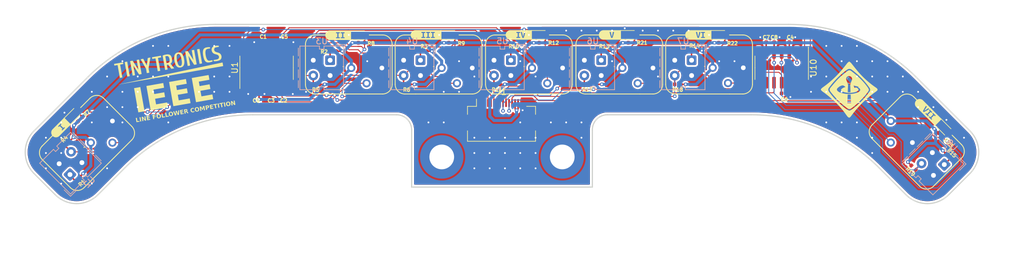
<source format=kicad_pcb>
(kicad_pcb (version 20221018) (generator pcbnew)
  (layers (0 "F.Cu" signal) (31 "B.Cu" signal) (34 "B.Paste" user) (35 "F.Paste" user) (36 "B.SilkS" user "B.Silkscreen") (37 "F.SilkS" user "F.Silkscreen") (38 "B.Mask" user) (39 "F.Mask" user) (44 "Edge.Cuts" user))
  (net 0 "")
  (net 1 "Net-(U1C-+)")
  (net 2 "GND")
  (net 3 "Net-(U1B--)")
  (net 4 "Net-(U1A-+)")
  (net 5 "+5V")
  (net 6 "/IR_1_D")
  (net 7 "/IR_2_D")
  (net 8 "/IR_3_D")
  (net 9 "/IR_1_A")
  (net 10 "/IR_2_A")
  (net 11 "Net-(U2-A)")
  (net 12 "/IR_3_A")
  (net 13 "Net-(U3-A)")
  (net 14 "Net-(U4-A)")
  (net 15 "Net-(U5-A)")
  (net 18 "Net-(U10C-+)")
  (net 19 "Net-(U10B--)")
  (net 20 "Net-(U10A-+)")
  (net 21 "Net-(U6-A)")
  (net 22 "Net-(U7-A)")
  (net 23 "Net-(U8-A)")
  (net 24 "/IR_4_D")
  (net 25 "/IR_5_D")
  (net 26 "/IR_6_D")
  (net 27 "/IR_7_D")
  (net 28 "/IR_4_A")
  (net 29 "/IR_5_A")
  (net 30 "/IR_6_A")
  (net 31 "/IR_7_A")
  (net 32 "Net-(U1D-+)")
  (footprint "Diode_SMD:D_0603_1608Metric" (layer "F.Cu") (at 149.7 70.8)
    (fp_text reference "D4" hide)
    (fp_text value "LED")
  )
  (footprint "kibuzzard-6662E8B3" (layer "F.Cu") (at 116.125 70.85)
    (fp_text reference "kibuzzard-6662E8B3" hide)
    (fp_text value "G***" hide)
  )
  (footprint "Resistor_SMD:R_0402_1005Metric" (layer "F.Cu") (at 211.639376 92.839376 -45)
    (fp_text reference "R19")
    (fp_text value "10k")
  )
  (footprint "Capacitor_SMD:C_0402_1005Metric" (layer "F.Cu") (at 107.3 80.6)
    (fp_text reference "C2")
    (fp_text value "100n")
  )
  (footprint "Resistor_SMD:R_0402_1005Metric" (layer "F.Cu") (at 71.2 88.8 -135)
    (fp_text reference "R4")
    (fp_text value "10k")
  )
  (footprint "Resistor_SMD:R_0402_1005Metric" (layer "F.Cu") (at 175.3 73.4 180)
    (fp_text reference "R14")
    (fp_text value "220")
  )
  (footprint "Capacitor_SMD:C_0402_1005Metric" (layer "F.Cu") (at 186.7 72 180)
    (fp_text reference "C7")
    (fp_text value "100n")
  )
  (footprint "Diode_SMD:D_0603_1608Metric" (layer "F.Cu") (at 134.7 70.8)
    (fp_text reference "D3" hide)
    (fp_text value "LED")
  )
  (footprint "Connector_FFC-FPC:Hirose_FH12-16S-0.5SH_1x16-1MP_P0.50mm_Horizontal" (layer "F.Cu") (at 143.25 83.95)
    (fp_text reference "J1")
    (fp_text value "Conn_01x16_Pin")
  )
  (footprint "Resistor_SMD:R_0402_1005Metric" (layer "F.Cu") (at 120 72.1)
    (fp_text reference "R8")
    (fp_text value "10k")
  )
  (footprint "Diode_SMD:D_0603_1608Metric" (layer "F.Cu") (at 179.5 70.8)
    (fp_text reference "D6" hide)
    (fp_text value "LED")
  )
  (footprint "Diode_SMD:D_0603_1608Metric" (layer "F.Cu") (at 72.220101 84.079899 45)
    (fp_text reference "D1" hide)
    (fp_text value "LED")
  )
  (footprint "Resistor_SMD:R_0402_1005Metric" (layer "F.Cu") (at 150 72.1)
    (fp_text reference "R12")
    (fp_text value "10k")
  )
  (footprint "Package_SO:SO-14_3.9x8.65mm_P1.27mm" (layer "F.Cu") (at 104.25 76.25 90)
    (fp_text reference "U1")
    (fp_text value "LM339")
  )
  (footprint "Resistor_SMD:R_0402_1005Metric" (layer "F.Cu") (at 216.139376 87.439376 -45)
    (fp_text reference "R23")
    (fp_text value "10k")
  )
  (footprint "kibuzzard-6662EBB8" (layer "F.Cu") (at 130.7 70.8)
    (fp_text reference "kibuzzard-6662EBB8" hide)
    (fp_text value "G***" hide)
  )
  (footprint "Diode_SMD:D_0603_1608Metric" (layer "F.Cu") (at 164.5 70.8)
    (fp_text reference "D5" hide)
    (fp_text value "LED")
  )
  (footprint "ImportedLibrary:3362P1222LF" (layer "F.Cu") (at 133.31 76.285)
    (fp_text reference "RV3" hide)
    (fp_text value "10k?" hide)
  )
  (footprint "kibuzzard-6662ED8C" (layer "F.Cu") (at 213.905225 83.467966 -45)
    (fp_text reference "kibuzzard-6662ED8C" hide)
    (fp_text value "G***" hide)
  )
  (footprint "Resistor_SMD:R_0402_1005Metric" (layer "F.Cu") (at 135 72.1)
    (fp_text reference "R9")
    (fp_text value "10k")
  )
  (footprint "kibuzzard-6662EBE3" (layer "F.Cu") (at 161.2 70.8)
    (fp_text reference "kibuzzard-6662EBE3" hide)
    (fp_text value "G***" hide)
  )
  (footprint "Capacitor_SMD:C_0402_1005Metric" (layer "F.Cu") (at 103.7 72 180)
    (fp_text reference "C1")
    (fp_text value "100n")
  )
  (footprint "Resistor_SMD:R_0402_1005Metric" (layer "F.Cu") (at 142.5 79 180)
    (fp_text reference "R11")
    (fp_text value "10k")
  )
  (footprint "ImportedLibrary:3362P1222LF" (layer "F.Cu") (at 75.070101 88.679899 45)
    (fp_text reference "RV1" hide)
    (fp_text value "10k?" hide)
  )
  (footprint "Resistor_SMD:R_0402_1005Metric" (layer "F.Cu") (at 73.3 84.8 45)
    (fp_text reference "R7")
    (fp_text value "10k")
  )
  (footprint "kibuzzard-6662ED27" (layer "F.Cu") (at 69.956696 86.343304 45)
    (fp_text reference "kibuzzard-6662ED27" hide)
    (fp_text value "G***" hide)
  )
  (footprint "Resistor_SMD:R_0402_1005Metric" (layer "F.Cu") (at 179.8 72.1)
    (fp_text reference "R22")
    (fp_text value "10k")
  )
  (footprint "Resistor_SMD:R_0402_1005Metric" (layer "F.Cu") (at 130.3 73.5 180)
    (fp_text reference "R3")
    (fp_text value "220")
  )
  (footprint "Capacitor_SMD:C_0402_1005Metric" (layer "F.Cu") (at 102.52 80.6 180)
    (fp_text reference "C9")
    (fp_text value "100n")
  )
  (footprint "ImportedLibrary:3362P1222LF" (layer "F.Cu") (at 163.31 76.285)
    (fp_text reference "RV5" hide)
    (fp_text value "10k?" hide)
  )
  (footprint "Capacitor_SMD:C_0402_1005Metric" (layer "F.Cu") (at 191.5 72)
    (fp_text reference "C4")
    (fp_text value "100n")
  )
  (footprint "Resistor_SMD:R_0402_1005Metric" (layer "F.Cu") (at 112.51 79 180)
    (fp_text reference "R5")
    (fp_text value "10k")
  )
  (footprint "ImportedLibrary:3362P1222LF" (layer "F.Cu") (at 178.3 76.25)
    (fp_text reference "RV6" hide)
    (fp_text value "10k?" hide)
  )
  (footprint "Resistor_SMD:R_0402_1005Metric" (layer "F.Cu") (at 164.8 72.1)
    (fp_text reference "R21")
    (fp_text value "10k")
  )
  (footprint "ImportedLibrary:3362P1222LF" (layer "F.Cu") (at 207.859962 85.072201 -45)
    (fp_text reference "RV7" hide)
    (fp_text value "10k?" hide)
  )
  (footprint "Capacitor_SMD:C_0402_1005Metric" (layer "F.Cu") (at 188.98 72)
    (fp_text reference "C8")
    (fp_text value "100n")
  )
  (footprint "Package_SO:SO-14_3.9x8.65mm_P1.27mm" (layer "F.Cu") (at 189.75 76.25 -90)
    (fp_text reference "U10")
    (fp_text value "LM339")
  )
  (footprint "Resistor_SMD:R_0402_1005Metric" (layer "F.Cu") (at 127.5 79 180)
    (fp_text reference "R6")
    (fp_text value "10k")
  )
  (footprint "Resistor_SMD:R_0402_1005Metric" (layer "F.Cu") (at 160.3 73.5 180)
    (fp_text reference "R13")
    (fp_text value "220")
  )
  (footprint "Resistor_SMD:R_0402_1005Metric" (layer "F.Cu") (at 157.5 79 180)
    (fp_text reference "R17")
    (fp_text value "10k")
  )
  (footprint "kibuzzard-6662EBDC" (layer "F.Cu") (at 146.1 70.8)
    (fp_text reference "kibuzzard-6662EBDC" hide)
    (fp_text value "G***" hide)
  )
  (footprint "ImportedLibrary:3362P1222LF" (layer "F.Cu") (at 148.31 76.285)
    (fp_text reference "RV4" hide)
    (fp_text value "10k?" hide)
  )
  (footprint "Resistor_SMD:R_0402_1005Metric" (layer "F.Cu") (at 217.4 90.9 -45)
    (fp_text reference "R15")
    (fp_text value "220")
  )
  (footprint "Capacitor_SMD:C_0402_1005Metric" (layer "F.Cu") (at 190.2 80.5)
    (fp_text reference "C6")
    (fp_text value "100n")
  )
  (footprint "Capacitor_SMD:C_0402_1005Metric" (layer "F.Cu") (at 107.2 72)
    (fp_text reference "C5")
    (fp_text value "100n")
  )
  (footprint "Resistor_SMD:R_0402_1005Metric" (layer "F.Cu") (at 145.3 73.5 180)
    (fp_text reference "R10")
    (fp_text value "220")
  )
  (footprint "Capacitor_SMD:C_0402_1005Metric" (layer "F.Cu") (at 105.1 80.6 180)
    (fp_text reference "C3")
    (fp_text value "100n")
  )
  (footprint "ImportedLibrary:3362P1222LF" (layer "F.Cu") (at 118.31 76.285)
    (fp_text reference "RV2" hide)
    (fp_text value "10k?" hide)
  )
  (footprint "Resistor_SMD:R_0402_1005Metric" (layer "F.Cu") (at 172.5 79 180)
    (fp_text reference "R18")
    (fp_text value "10k")
  )
  (footprint "Diode_SMD:D_0603_1608Metric" (layer "F.Cu") (at 216.76863 86.331371 -45)
    (fp_text reference "D7" hide)
    (fp_text value "LED")
  )
  (footprint "kibuzzard-6662EBED" (layer "F.Cu") (at 175.9 70.8)
    (fp_text reference "kibuzzard-6662EBED" hide)
    (fp_text value "G***" hide)
  )
  (footprint "Resistor_SMD:R_0402_1005Metric" (layer "F.Cu") (at 115.3 73.5 180)
    (fp_text reference "R2")
    (fp_text value "220")
  )
  (footprint "Diode_SMD:D_0603_1608Metric" (layer "F.Cu") (at 119.7 70.85)
    (fp_text reference "D2" hide)
    (fp_text value "LED")
  )
  (footprint "Resistor_SMD:R_0402_1005Metric" (layer "F.Cu") (at 72.9 94.7 -135)
    (fp_text reference "R1")
    (fp_text value "220")
  )
  (footprint "ImportedLibrary:MountingHole_Soldernut_M3" (layer "B.Cu") (at 133.32767 91.051261 180)
    (fp_text reference "H2" hide)
    (fp_text value "M3")
  )
  (footprint "OptoDevice:Vishay_CNY70" (layer "B.Cu") (at 114.8 75 180)
    (fp_text reference "U3")
    (fp_text value "CNY70")
  )
  (footprint "OptoDevice:Vishay_CNY70" (layer "B.Cu") (at 144.8 75 180)
    (fp_text reference "U5")
    (fp_text value "CNY70")
  )
  (footprint "OptoDevice:Vishay_CNY70" (layer "B.Cu") (at 129.8 75 180)
    (fp_text reference "U4")
    (fp_text value "CNY70")
  )
  (footprint "OptoDevice:Vishay_CNY70" (layer "B.Cu") (at 159.8 75 180)
    (fp_text reference "U6")
    (fp_text value "CNY70")
  )
  (footprint "OptoDevice:Vishay_CNY70" (layer "B.Cu") (at 216.74458 92.315219 135)
    (fp_text reference "U8")
    (fp_text value "CNY70")
  )
  (footprint "ImportedLibrary:MountingHole_Soldernut_M3" (layer "B.Cu") (at 153.32767 91.051261 180)
    (fp_text reference "H1" hide)
    (fp_text value "M3")
  )
  (footprint "OptoDevice:Vishay_CNY70" (layer "B.Cu") (at 71.616152 93.97595 45)
    (fp_text reference "U2")
    (fp_text value "CNY70")
  )
  (footprint "OptoDevice:Vishay_CNY70" (layer "B.Cu") (at 174.8 75 180)
    (fp_text reference "U7")
    (fp_text value "CNY70")
  )
  (gr_line (start 140.6 72.4) (end 140.6 79) (stroke (width 0.15)) (layer "F.SilkS"))
  (gr_line (start 159.5 70.8) (end 157.2 70.8) (stroke (width 0.15)) (layer "F.SilkS"))
  (gr_poly (pts (xy 94.581362 72.818146) (xy 94.580746 72.820909) (xy 94.580307 72.823411) (xy 94.580038 72.825665) (xy 94.579928 72.827682) (xy 94.579971 72.829474) (xy 94.580158 72.831051) (xy 94.580479 72.832425) (xy 94.580928 72.833608) (xy 94.581492 72.83461) (xy 94.582166 72.835443) (xy 94.582941 72.836118) (xy 94.583807 72.836648) (xy 94.584756 72.837041) (xy 94.58578 72.837311) (xy 94.58687 72.83747) (xy 94.588018 72.837526) (xy 94.589213 72.837493) (xy 94.590449 72.837381) (xy 94.593007 72.836967) (xy 94.595621 72.836375) (xy 94.598225 72.835696) (xy 94.60312 72.834436) (xy 94.605274 72.834037) (xy 94.606247 72.833935) (xy 94.607141 72.833913) (xy 94.657289 72.835059) (xy 94.707451 72.83577) (xy 94.807764 72.836257) (xy 94.813698 72.836394) (xy 94.81932 72.83679) (xy 94.824625 72.837471) (xy 94.829606 72.838461) (xy 94.831975 72.83908) (xy 94.834261 72.839785) (xy 94.836462 72.84058) (xy 94.838581 72.841466) (xy 94.840613 72.842449) (xy 94.842561 72.843532) (xy 94.844421 72.844715) (xy 94.846195 72.846004) (xy 94.847881 72.8474) (xy 94.849479 72.848909) (xy 94.850988 72.85053) (xy 94.852408 72.852269) (xy 94.853736 72.854129) (xy 94.854974 72.856112) (xy 94.856119 72.858221) (xy 94.857172 72.86046) (xy 94.858132 72.862832) (xy 94.858997 72.86534) (xy 94.859768 72.867985) (xy 94.860445 72.870773) (xy 94.861024 72.873706) (xy 94.861507 72.876787) (xy 94.861893 72.880019) (xy 94.862181 72.883404) (xy 94.863177 72.89266) (xy 94.864786 72.902085) (xy 94.866877 72.911633) (xy 94.869316 72.921257) (xy 94.87995 72.959581) (xy 94.882172 72.968885) (xy 94.883956 72.977984) (xy 94.885172 72.986832) (xy 94.885688 72.995384) (xy 94.885642 72.999532) (xy 94.885373 73.003589) (xy 94.884862 73.007548) (xy 94.884095 73.011403) (xy 94.883055 73.015149) (xy 94.881725 73.01878) (xy 94.880089 73.022289) (xy 94.87813 73.025671) (xy 94.875829 73.028911) (xy 94.873281 73.031886) (xy 94.870499 73.034608) (xy 94.867495 73.03709) (xy 94.864279 73.039346) (xy 94.860865 73.041387) (xy 94.857262 73.043225) (xy 94.853484 73.044874) (xy 94.849542 73.046344) (xy 94.845446 73.04765) (xy 94.836843 73.049816) (xy 94.827767 73.051471) (xy 94.818311 73.052714) (xy 94.808569 73.053646) (xy 94.798634 73.054364) (xy 94.778551 73.055561) (xy 94.76859 73.056239) (xy 94.758806 73.057102) (xy 94.749292 73.058249) (xy 94.740141 73.059782) (xy 94.675161 73.072034) (xy 94.61006 73.083592) (xy 94.479773 73.106229) (xy 94.445764 73.113284) (xy 94.413372 73.122088) (xy 94.382596 73.132643) (xy 94.353437 73.144948) (xy 94.325895 73.159002) (xy 94.299969 73.174807) (xy 94.27566 73.192362) (xy 94.252968 73.211668) (xy 94.231892 73.232723) (xy 94.212432 73.255528) (xy 94.194589 73.280084) (xy 94.178363 73.306389) (xy 94.163754 73.334444) (xy 94.150761 73.36425) (xy 94.139385 73.395806) (xy 94.129625 73.429112) (xy 94.123004 73.456014) (xy 94.117215 73.482971) (xy 94.112226 73.50998) (xy 94.108002 73.537035) (xy 94.104508 73.564136) (xy 94.101712 73.591275) (xy 94.099579 73.61845) (xy 94.098076 73.645657) (xy 94.097169 73.672893) (xy 94.096823 73.700155) (xy 94.097682 73.754735) (xy 94.100381 73.809368) (xy 94.10465 73.864024) (xy 94.114947 73.965318) (xy 94.127592 74.066148) (xy 94.142918 74.166437) (xy 94.161255 74.266108) (xy 94.182935 74.365084) (xy 94.208291 74.463288) (xy 94.237653 74.560641) (xy 94.253939 74.608975) (xy 94.271352 74.657068) (xy 94.282556 74.685981) (xy 94.294596 74.714536) (xy 94.307466 74.742712) (xy 94.321153 74.770493) (xy 94.33565 74.797859) (xy 94.350947 74.824795) (xy 94.367035 74.851281) (xy 94.383906 74.8773) (xy 94.394282 74.892208) (xy 94.404916 74.906519) (xy 94.415805 74.920233) (xy 94.426947 74.933352) (xy 94.438342 74.94588) (xy 94.449988 74.957818) (xy 94.461883 74.96917) (xy 94.474028 74.979937) (xy 94.486419 74.990122) (xy 94.499056 74.999728) (xy 94.511936 75.008758) (xy 94.525061 75.017211) (xy 94.538426 75.025094) (xy 94.552032 75.032405) (xy 94.565876 75.039151) (xy 94.579959 75.045331) (xy 94.594277 75.050948) (xy 94.60883 75.056007) (xy 94.623616 75.060507) (xy 94.638634 75.064452) (xy 94.653884 75.067845) (xy 94.669363 75.070687) (xy 94.685069 75.072982) (xy 94.701002 75.074732) (xy 94.717161 75.075938) (xy 94.733543 75.076605) (xy 94.750148 75.076733) (xy 94.766974 75.076326) (xy 94.801285 75.073915) (xy 94.836462 75.069391) (xy 94.933021 75.053658) (xy 95.029443 75.036921) (xy 95.125713 75.019325) (xy 95.221815 75.001013) (xy 95.228329 74.999864) (xy 95.23439 74.999055) (xy 95.240008 74.998613) (xy 95.245189 74.998564) (xy 95.247619 74.998696) (xy 95.249942 74.998936) (xy 95.25216 74.999288) (xy 95.254273 74.999755) (xy 95.256282 75.000342) (xy 95.258189 75.00105) (xy 95.259995 75.001884) (xy 95.2617 75.002847) (xy 95.263305 75.003941) (xy 95.264811 75.005172) (xy 95.26622 75.006541) (xy 95.267531 75.008052) (xy 95.268745 75.009709) (xy 95.269866 75.011515) (xy 95.270892 75.013475) (xy 95.271824 75.015589) (xy 95.272664 75.017863) (xy 95.273413 75.0203) (xy 95.274071 75.022902) (xy 95.27464 75.025673) (xy 95.27512 75.028619) (xy 95.275512 75.031739) (xy 95.276037 75.038522) (xy 95.277014 75.047046) (xy 95.27812 75.055553) (xy 95.279353 75.064041) (xy 95.280713 75.072509) (xy 95.2822 75.080955) (xy 95.283816 75.08938) (xy 95.285557 75.097779) (xy 95.287424 75.106153) (xy 95.292259 75.134419) (xy 95.293932 75.146023) (xy 95.294983 75.156161) (xy 95.295246 75.160733) (xy 95.295318 75.165001) (xy 95.295187 75.168986) (xy 95.294842 75.172707) (xy 95.294269 75.176186) (xy 95.29346 75.179445) (xy 95.2924 75.182504) (xy 95.291078 75.185382) (xy 95.289483 75.188102) (xy 95.287602 75.190683) (xy 95.285424 75.193147) (xy 95.282938 75.195515) (xy 95.280129 75.197806) (xy 95.276988 75.200043) (xy 95.273504 75.202244) (xy 95.269662 75.204431) (xy 95.260865 75.208849) (xy 95.250499 75.21346) (xy 95.224691 75.223928) (xy 95.150572 75.252313) (xy 95.075509 75.277826) (xy 94.999585 75.300448) (xy 94.922883 75.32016) (xy 94.845486 75.336941) (xy 94.76748 75.350772) (xy 94.688946 75.361632) (xy 94.609971 75.369502) (xy 94.556652 75.371781) (xy 94.505184 75.370703) (xy 94.455552 75.366298) (xy 94.407739 75.358592) (xy 94.361732 75.347612) (xy 94.317511 75.333385) (xy 94.275065 75.315939) (xy 94.234376 75.295299) (xy 94.195428 75.271494) (xy 94.158205 75.244549) (xy 94.122692 75.214494) (xy 94.088875 75.181353) (xy 94.056735 75.145155) (xy 94.026259 75.105926) (xy 93.997429 75.063692) (xy 93.97023 75.018483) (xy 93.952315 74.98581) (xy 93.935314 74.95281) (xy 93.919189 74.919496) (xy 93.903903 74.885882) (xy 93.889418 74.851982) (xy 93.875697 74.817809) (xy 93.85039 74.748704) (xy 93.827682 74.678676) (xy 93.807269 74.60784) (xy 93.788849 74.536304) (xy 93.77212 74.464179) (xy 93.748112 74.351714) (xy 93.726319 74.238998) (xy 93.707418 74.125972) (xy 93.692086 74.012574) (xy 93.681001 73.898745) (xy 93.677262 73.84165) (xy 93.674838 73.784424) (xy 93.673814 73.727061) (xy 93.674276 73.669552) (xy 93.676306 73.61189) (xy 93.67999 73.554067) (xy 93.684238 73.509307) (xy 93.690055 73.464886) (xy 93.693612 73.442822) (xy 93.697633 73.420865) (xy 93.702141 73.399023) (xy 93.707162 73.377304) (xy 93.712718 73.355714) (xy 93.718833 73.334262) (xy 93.725532 73.312953) (xy 93.732837 73.291798) (xy 93.740773 73.270801) (xy 93.749363 73.249972) (xy 93.758632 73.229318) (xy 93.768603 73.208844) (xy 93.780225 73.18675) (xy 93.792772 73.165269) (xy 93.806218 73.144426) (xy 93.820536 73.124245) (xy 93.835702 73.104751) (xy 93.851686 73.085968) (xy 93.868464 73.067924) (xy 93.88601 73.050639) (xy 93.904297 73.034141) (xy 93.923299 73.018454) (xy 93.942989 73.003602) (xy 93.963342 72.989612) (xy 93.984331 72.976506) (xy 94.00593 72.96431) (xy 94.028112 72.953049) (xy 94.050852 72.942748) (xy 94.054667 72.94112) (xy 94.058555 72.939603) (xy 94.066479 72.936765) (xy 94.074468 72.93397) (xy 94.078439 72.932508) (xy 94.082369 72.930958) (xy 94.08624 72.929286) (xy 94.090029 72.927462) (xy 94.093722 72.925453) (xy 94.097296 72.923224) (xy 94.100732 72.920744) (xy 94.104013 72.917979) (xy 94.10559 72.916479) (xy 94.107119 72.914897) (xy 94.1086 72.913226) (xy 94.11003 72.911464) (xy 94.1102 72.911191) (xy 94.11036 72.910914) (xy 94.110507 72.91063) (xy 94.110641 72.910341) (xy 94.110765 72.910048) (xy 94.110877 72.90975) (xy 94.110978 72.909448) (xy 94.111065 72.909143) (xy 94.11114 72.908834) (xy 94.111204 72.908524) (xy 94.111256 72.90821) (xy 94.111294 72.907893) (xy 94.111321 72.907576) (xy 94.111334 72.907257) (xy 94.111335 72.906937) (xy 94.111324 72.906615) (xy 94.110178 72.906057) (xy 94.109023 72.905519) (xy 94.10786 72.904999) (xy 94.106688 72.904498) (xy 94.105509 72.904016) (xy 94.104322 72.903553) (xy 94.103126 72.903109) (xy 94.101925 72.902684)) (fill solid) (layer "F.SilkS"))
  (gr_line (start 75.220101 94.879899) (end 73.947309 96.152691) (stroke (width 0.15)) (layer "F.SilkS"))
  (gr_arc (start 184.9 79) (mid 184.431371 80.131371) (end 183.3 80.6) (stroke (width 0.15)) (layer "F.SilkS"))
  (gr_line (start 155.6 72.4) (end 155.6 79) (stroke (width 0.15)) (layer "F.SilkS"))
  (gr_arc (start 168.4 70.800001) (mid 169.53137 71.26863) (end 170 72.400001) (stroke (width 0.15)) (layer "F.SilkS"))
  (gr_line (start 125.1 79) (end 125.1 72.400001) (stroke (width 0.15)) (layer "F.SilkS"))
  (gr_line (start 206.02355 89.282843) (end 204.750758 88.010051) (stroke (width 0.15)) (layer "F.SilkS"))
  (gr_line (start 211.114719 94.374012) (end 212.670354 95.929647) (stroke (width 0.15)) (layer "F.SilkS"))
  (gr_arc (start 155.6 72.4) (mid 156.068629 71.268629) (end 157.2 70.8) (stroke (width 0.15)) (layer "F.SilkS"))
  (gr_line (start 218.044366 87.444365) (end 219.600001 89) (stroke (width 0.15)) (layer "F.SilkS"))
  (gr_arc (start 142.2 80.600001) (mid 141.068629 80.131372) (end 140.6 79.000001) (stroke (width 0.15)) (layer "F.SilkS"))
  (gr_arc (start 140 79) (mid 139.531371 80.131371) (end 138.4 80.6) (stroke (width 0.15)) (layer "F.SilkS"))
  (gr_poly (pts (xy 96.029891 72.562732) (xy 96.029749 72.563079) (xy 96.029562 72.563413) (xy 96.029336 72.563738) (xy 96.029074 72.564052) (xy 96.028466 72.564657) (xy 96.027775 72.56524) (xy 96.026296 72.56638) (xy 96.025584 72.566958) (xy 96.02494 72.567554) (xy 96.024655 72.567862) (xy 96.024401 72.56818) (xy 96.024183 72.568507) (xy 96.024006 72.568845) (xy 96.023874 72.569195) (xy 96.023792 72.56956) (xy 96.023765 72.569939) (xy 96.023798 72.570334) (xy 96.023894 72.570748) (xy 96.02406 72.571181) (xy 96.024299 72.571633) (xy 96.024616 72.572107) (xy 96.025017 72.572604) (xy 96.025506 72.573125) (xy 96.026086 72.573672) (xy 96.026764 72.574245) (xy 96.027019 72.574454) (xy 96.027271 72.574683) (xy 96.027521 72.57493) (xy 96.027768 72.575188) (xy 96.028742 72.576247) (xy 96.028984 72.576494) (xy 96.029224 72.576727) (xy 96.029464 72.57694) (xy 96.029705 72.577126) (xy 96.029946 72.577283) (xy 96.030067 72.577349) (xy 96.030188 72.577406) (xy 96.030309 72.577454) (xy 96.030431 72.57749) (xy 96.030553 72.577516) (xy 96.030675 72.577531) (xy 96.136107 72.57909) (xy 96.188813 72.579419) (xy 96.215164 72.579231) (xy 96.241518 72.578719) (xy 96.249991 72.578684) (xy 96.257959 72.579055) (xy 96.26542 72.57986) (xy 96.26896 72.580433) (xy 96.272372 72.581126) (xy 96.275656 72.58194) (xy 96.278811 72.58288) (xy 96.281838 72.583949) (xy 96.284736 72.585151) (xy 96.287506 72.586489) (xy 96.290144 72.587967) (xy 96.292655 72.589587) (xy 96.295034 72.591354) (xy 96.297283 72.593271) (xy 96.299401 72.59534) (xy 96.301389 72.597567) (xy 96.303246 72.599954) (xy 96.304971 72.602505) (xy 96.306563 72.605223) (xy 96.308025 72.608111) (xy 96.309353 72.611174) (xy 96.310549 72.614413) (xy 96.311611 72.617835) (xy 96.312541 72.62144) (xy 96.313337 72.625233) (xy 96.313998 72.629218) (xy 96.314526 72.633397) (xy 96.314919 72.637775) (xy 96.315178 72.642354) (xy 96.316096 72.654216) (xy 96.317335 72.666042) (xy 96.318895 72.677825) (xy 96.320773 72.68956) (xy 96.32297 72.701239) (xy 96.325482 72.712858) (xy 96.328311 72.724407) (xy 96.331453 72.735882) (xy 96.332939 72.742004) (xy 96.333497 72.744872) (xy 96.333933 72.747617) (xy 96.334245 72.750241) (xy 96.334434 72.752747) (xy 96.334499 72.755139) (xy 96.334441 72.757419) (xy 96.33426 72.759589) (xy 96.333953 72.761656) (xy 96.333522 72.76362) (xy 96.332967 72.765485) (xy 96.332287 72.767252) (xy 96.331482 72.768928) (xy 96.330551 72.770513) (xy 96.329496 72.772012) (xy 96.328315 72.773428) (xy 96.327008 72.774762) (xy 96.325575 72.77602) (xy 96.324015 72.777203) (xy 96.32233 72.778315) (xy 96.320519 72.779358) (xy 96.318579 72.780337) (xy 96.316514 72.781253) (xy 96.31432 72.782111) (xy 96.312001 72.782914) (xy 96.306977 72.784363) (xy 96.301441 72.785628) (xy 96.295392 72.786731) (xy 96.073916 72.824587) (xy 95.852759 72.864242) (xy 95.832191 72.86841) (xy 95.812286 72.873276) (xy 95.79305 72.878831) (xy 95.77449 72.885062) (xy 95.756614 72.891957) (xy 95.739426 72.899507) (xy 95.722934 72.907701) (xy 95.707145 72.916527) (xy 95.692065 72.925975) (xy 95.6777 72.936033) (xy 95.664057 72.946691) (xy 95.651142 72.957939) (xy 95.638963 72.969764) (xy 95.627526 72.982156) (xy 95.616836 72.995105) (xy 95.606902 73.008598) (xy 95.597729 73.022625) (xy 95.589324 73.037175) (xy 95.581692 73.052238) (xy 95.574842 73.067802) (xy 95.56878 73.083858) (xy 95.563512 73.100392) (xy 95.559044 73.117394) (xy 95.555384 73.134855) (xy 95.552537 73.152762) (xy 95.550511 73.171105) (xy 95.549311 73.189872) (xy 95.548945 73.209053) (xy 95.549419 73.228639) (xy 95.550739 73.248615) (xy 95.552913 73.268973) (xy 95.555946 73.2897) (xy 95.562306 73.321486) (xy 95.570554 73.351565) (xy 95.58063 73.379994) (xy 95.592474 73.406831) (xy 95.606026 73.432133) (xy 95.621225 73.455957) (xy 95.638012 73.478359) (xy 95.656327 73.499398) (xy 95.676109 73.51913) (xy 95.697297 73.537614) (xy 95.719833 73.554904) (xy 95.743655 73.571061) (xy 95.768705 73.586139) (xy 95.794921 73.600196) (xy 95.822244 73.613291) (xy 95.850612 73.62548) (xy 95.887502 73.639842) (xy 95.924745 73.653105) (xy 95.962289 73.665442) (xy 96.000078 73.677024) (xy 96.038057 73.688023) (xy 96.07617 73.698612) (xy 96.152576 73.719249) (xy 96.198903 73.732433) (xy 96.244256 73.746866) (xy 96.288523 73.762694) (xy 96.331586 73.780058) (xy 96.373334 73.799102) (xy 96.41365 73.819971) (xy 96.452418 73.842807) (xy 96.489526 73.867755) (xy 96.524858 73.894958) (xy 96.558299 73.924559) (xy 96.589734 73.956704) (xy 96.604664 73.973773) (xy 96.61905 73.991533) (xy 96.632876 74.010001) (xy 96.64613 74.029194) (xy 96.658795 74.049129) (xy 96.67086 74.069827) (xy 96.682308 74.091303) (xy 96.693125 74.113577) (xy 96.703298 74.136666) (xy 96.712811 74.160588) (xy 96.714931 74.166758) (xy 96.715625 74.168505) (xy 96.716408 74.170183) (xy 96.717294 74.171721) (xy 96.717778 74.172412) (xy 96.718292 74.173041) (xy 96.718839 74.173598) (xy 96.719418 74.174073) (xy 96.720033 74.174455) (xy 96.720683 74.174738) (xy 96.721371 74.17491) (xy 96.722098 74.174964) (xy 96.722867 74.174889) (xy 96.723677 74.174676) (xy 96.72453 74.174317) (xy 96.72543 74.1738) (xy 96.726376 74.173119) (xy 96.727372 74.172262) (xy 96.728416 74.171222) (xy 96.729512 74.169987) (xy 96.730661 74.168549) (xy 96.731865 74.1669) (xy 96.785087 74.468737) (xy 96.783468 74.467496) (xy 96.781959 74.466441) (xy 96.780557 74.465563) (xy 96.779258 74.464854) (xy 96.778058 74.464306) (xy 96.776953 74.46391) (xy 96.775939 74.463659) (xy 96.775013 74.463543) (xy 96.77417 74.463556) (xy 96.773407 74.463688) (xy 96.772719 74.463932) (xy 96.772101 74.464278) (xy 96.771552 74.464718) (xy 96.771067 74.465246) (xy 96.77064 74.465852) (xy 96.77027 74.466527) (xy 96.769952 74.467265) (xy 96.769682 74.468056) (xy 96.769455 74.468892) (xy 96.769268 74.469764) (xy 96.769 74.471588) (xy 96.768843 74.47346) (xy 96.768768 74.475316) (xy 96.768744 74.477087) (xy 96.768717 74.480113) (xy 96.767463 74.510565) (xy 96.765106 74.540105) (xy 96.761664 74.568746) (xy 96.757154 74.596503) (xy 96.751596 74.623391) (xy 96.745006 74.649423) (xy 96.737404 74.674612) (xy 96.728809 74.698972) (xy 96.719237 74.722518) (xy 96.708709 74.745264) (xy 96.697242 74.767222) (xy 96.684853 74.788407) (xy 96.671563 74.808832) (xy 96.657388 74.828512) (xy 96.642348 74.847461) (xy 96.626461 74.865692) (xy 96.609744 74.883219) (xy 96.592217 74.900056) (xy 96.573898 74.916217) (xy 96.554803 74.931715) (xy 96.534954 74.946564) (xy 96.514367 74.96078) (xy 96.471053 74.987362) (xy 96.425011 75.011571) (xy 96.376384 75.03352) (xy 96.325321 75.053317) (xy 96.271968 75.071075) (xy 96.226872 75.084389) (xy 96.181534 75.096706) (xy 96.13597 75.108023) (xy 96.090198 75.118338) (xy 96.044233 75.127648) (xy 95.998093 75.135952) (xy 95.951795 75.143249) (xy 95.905353 75.149535) (xy 95.858786 75.154808) (xy 95.81211 75.159067) (xy 95.76534 75.16231) (xy 95.718495 75.164533) (xy 95.67159 75.165737) (xy 95.624643 75.165918) (xy 95.577669 75.165074) (xy 95.530686 75.163203) (xy 95.522863 75.16265) (xy 95.515569 75.16179) (xy 95.508798 75.160597) (xy 95.505607 75.159866) (xy 95.502543 75.159042) (xy 95.499608 75.15812) (xy 95.496799 75.157099) (xy 95.494115 75.155974) (xy 95.491555 75.154742) (xy 95.48912 75.1534) (xy 95.486807 75.151944) (xy 95.484616 75.150372) (xy 95.482546 75.14868) (xy 95.480597 75.146863) (xy 95.478767 75.14492) (xy 95.477055 75.142847) (xy 95.47546 75.14064) (xy 95.473983 75.138297) (xy 95.472622 75.135813) (xy 95.471375 75.133186) (xy 95.470243 75.130411) (xy 95.469223 75.127488) (xy 95.468316 75.12441) (xy 95.46752 75.121176) (xy 95.466835 75.117781) (xy 95.46626 75.114223) (xy 95.465793 75.110499) (xy 95.465434 75.106604) (xy 95.465181 75.102535) (xy 95.464408 75.09397) (xy 95.463023 75.085243) (xy 95.461155 75.076397) (xy 95.458933 75.067476) (xy 95.449053 75.031939) (xy 95.446976 75.023313) (xy 95.445313 75.014878) (xy 95.444191 75.00668) (xy 95.44374 74.998761) (xy 95.443806 74.994921) (xy 95.444086 74.991167) (xy 95.444598 74.987506) (xy 95.445358 74.983943) (xy 95.446381 74.980482) (xy 95.447684 74.977131) (xy 95.449282 74.973894) (xy 95.451191 74.970777) (xy 95.4534 74.967813) (xy 95.455831 74.965092) (xy 95.458472 74.962601) (xy 95.461314 74.960331) (xy 95.464346 74.958268) (xy 95.467557 74.956403) (xy 95.470939 74.954723) (xy 95.474478 74.953216) (xy 95.478165 74.951871) (xy 95.48199 74.950677) (xy 95.490012 74.948693) (xy 95.49846 74.947172) (xy 95.507248 74.946022) (xy 95.516295 74.94515) (xy 95.525517 74.944464) (xy 95.54415 74.943279) (xy 95.553392 74.942594) (xy 95.562474 74.941726) (xy 95.571313 74.940582) (xy 95.579825 74.939069) (xy 95.640793 74.927256) (xy 95.702014 74.91669) (xy 95.824675 74.896647) (xy 95.885847 74.885847) (xy 95.946733 74.873647) (xy 96.007202 74.859385) (xy 96.037237 74.851273) (xy 96.067117 74.842399) (xy 96.094451 74.833244) (xy 96.12079 74.823123) (xy 96.146063 74.811972) (xy 96.170195 74.799729) (xy 96.193113 74.786334) (xy 96.214743 74.771725) (xy 96.235014 74.755838) (xy 96.253849 74.738612) (xy 96.271177 74.719988) (xy 96.286925 74.6999) (xy 96.294182 74.689288) (xy 96.301017 74.678288) (xy 96.30742 74.666891) (xy 96.313383 74.655091) (xy 96.318895 74.642878) (xy 96.323947 74.630246) (xy 96.32853 74.617186) (xy 96.332636 74.60369) (xy 96.336254 74.589753) (xy 96.339377 74.575365) (xy 96.341995 74.560518) (xy 96.344098 74.545206) (xy 96.34717 74.510579) (xy 96.348075 74.477008) (xy 96.346827 74.444511) (xy 96.34344 74.413104) (xy 96.337924 74.382803) (xy 96.330296 74.353629) (xy 96.320566 74.325594) (xy 96.308749 74.298719) (xy 96.294857 74.273019) (xy 96.278903 74.248512) (xy 96.260901 74.225215) (xy 96.240864 74.203144) (xy 96.218804 74.182318) (xy 96.194734 74.162752) (xy 96.16867 74.144463) (xy 96.140621 74.127471) (xy 96.115943 74.114763) (xy 96.090924 74.102784) (xy 96.065578 74.09154) (xy 96.039923 74.081037) (xy 96.013974 74.071282) (xy 95.987747 74.062281) (xy 95.961261 74.054039) (xy 95.934529 74.046565) (xy 95.865831 74.027569) (xy 95.796949 74.009178) (xy 95.762585 73.999773) (xy 95.72835 73.989993) (xy 95.694303 73.979664) (xy 95.660502 73.968611) (xy 95.62366 73.955422) (xy 95.587677 73.941126) (xy 95.552612 73.925664) (xy 95.518524 73.908975) (xy 95.485474 73.891) (xy 95.453519 73.87168) (xy 95.422718 73.850954) (xy 95.393131 73.828764) (xy 95.364816 73.80505) (xy 95.337833 73.779753) (xy 95.312242 73.752812) (xy 95.2881 73.724168) (xy 95.265468 73.693762) (xy 95.244402 73.661536) (xy 95.224965 73.627427) (xy 95.207214 73.591377) (xy 95.196881 73.568402) (xy 95.187245 73.545167) (xy 95.178308 73.521689) (xy 95.170075 73.497985) (xy 95.162548 73.474069) (xy 95.15573 73.449958) (xy 95.149626 73.425667) (xy 95.144238 73.401213) (xy 95.139569 73.376611) (xy 95.135623 73.351879) (xy 95.132404 73.327029) (xy 95.129913 73.302081) (xy 95.128156 73.277049) (xy 95.127134 73.251949) (xy 95.126851 73.226797) (xy 95.127311 73.201609) (xy 95.130732 73.154036) (xy 95.133558 73.131043) (xy 95.13712 73.108574) (xy 95.141411 73.086626) (xy 95.146424 73.065194) (xy 95.152156 73.044275) (xy 95.158599 73.023865) (xy 95.165748 73.003959) (xy 95.173595 72.984557) (xy 95.182135 72.96565) (xy 95.191362 72.947239) (xy 95.201271 72.929318) (xy 95.211855 72.911885) (xy 95.223108 72.894933) (xy 95.235023 72.878461) (xy 95.247596 72.862465) (xy 95.260819 72.84694) (xy 95.289193 72.817289) (xy 95.320099 72.789482) (xy 95.353486 72.763486) (xy 95.389307 72.739273) (xy 95.427514 72.716812) (xy 95.468057 72.696074) (xy 95.510889 72.677028) (xy 95.513277 72.676138) (xy 95.515728 72.675362) (xy 95.520755 72.674028) (xy 95.525833 72.672767) (xy 95.528348 72.672084) (xy 95.530824 72.671324) (xy 95.533245 72.670453) (xy 95.535593 72.669441) (xy 95.53785 72.668255) (xy 95.53894 72.667587) (xy 95.54 72.666863) (xy 95.54103 72.66608) (xy 95.542026 72.665233) (xy 95.542988 72.664318) (xy 95.54391 72.663332) (xy 95.544794 72.66227) (xy 95.545636 72.66113) (xy 95.546434 72.659905) (xy 95.547185 72.658592) (xy 95.547505 72.657954) (xy 95.547846 72.657229) (xy 95.548184 72.656464) (xy 95.548491 72.655716) (xy 95.548745 72.655031) (xy 95.548845 72.654729) (xy 95.54892 72.654463) (xy 95.548971 72.654238) (xy 95.548992 72.654062) (xy 95.54899 72.653993) (xy 95.54898 72.653939) (xy 95.548961 72.6539) (xy 95.548934 72.653878) (xy 95.54787 72.653216) (xy 95.546794 72.65257) (xy 95.545709 72.651944) (xy 95.544614 72.651336) (xy 95.543509 72.650746) (xy 95.542395 72.650175) (xy 95.54127 72.649623) (xy 95.540137 72.649089)) (fill solid) (layer "F.SilkS"))
  (gr_arc (start 170 79) (mid 169.531371 80.131371) (end 168.4 80.6) (stroke (width 0.15)) (layer "F.SilkS"))
  (gr_line (start 173.9 70.8) (end 172.1 70.8) (stroke (width 0.15)) (layer "F.SilkS"))
  (gr_poly (pts (xy 80.757185 75.286672) (xy 80.795146 75.281324) (xy 80.833054 75.275552) (xy 80.908705 75.262857) (xy 80.984121 75.248833) (xy 81.059286 75.233727) (xy 81.067214 75.232274) (xy 81.07092 75.231751) (xy 81.074461 75.231366) (xy 81.077841 75.23112) (xy 81.081063 75.231013) (xy 81.084134 75.231046) (xy 81.087055 75.23122) (xy 81.089835 75.231538) (xy 81.092475 75.231998) (xy 81.09498 75.232603) (xy 81.097354 75.233353) (xy 81.099604 75.23425) (xy 81.101732 75.235295) (xy 81.103744 75.236487) (xy 81.105643 75.23783) (xy 81.107434 75.239324) (xy 81.109121 75.240969) (xy 81.11071 75.242766) (xy 81.112204 75.244717) (xy 81.113608 75.246823) (xy 81.114927 75.249085) (xy 81.116165 75.251504) (xy 81.117325 75.254079) (xy 81.118413 75.256815) (xy 81.119433 75.25971) (xy 81.121289 75.265984) (xy 81.122926 75.272909) (xy 81.124382 75.280494) (xy 81.317139 76.378553) (xy 81.5293 77.575068) (xy 81.530842 77.584406) (xy 81.531902 77.593032) (xy 81.53244 77.600975) (xy 81.532503 77.604698) (xy 81.53242 77.60826) (xy 81.532189 77.611664) (xy 81.531803 77.614914) (xy 81.531259 77.618013) (xy 81.530552 77.620965) (xy 81.529677 77.623771) (xy 81.528628 77.626437) (xy 81.527402 77.628964) (xy 81.525993 77.631358) (xy 81.524398 77.63362) (xy 81.52261 77.635755) (xy 81.520626 77.637766) (xy 81.518441 77.639656) (xy 81.516049 77.641428) (xy 81.513446 77.643085) (xy 81.510628 77.644632) (xy 81.50759 77.64607) (xy 81.504326 77.647404) (xy 81.500833 77.648638) (xy 81.497104 77.649773) (xy 81.493138 77.650815) (xy 81.484466 77.652628) (xy 81.47478 77.654104) (xy 81.438808 77.6591) (xy 81.402908 77.664686) (xy 81.331259 77.677113) (xy 81.188148 77.703355) (xy 81.16613 77.707059) (xy 81.157171 77.708289) (xy 81.149425 77.708993) (xy 81.145972 77.709122) (xy 81.142778 77.709087) (xy 81.13983 77.708879) (xy 81.137114 77.708487) (xy 81.134614 77.707901) (xy 81.132318 77.70711) (xy 81.130209 77.706104) (xy 81.128275 77.704872) (xy 81.1265 77.703404) (xy 81.12487 77.701689) (xy 81.123371 77.699717) (xy 81.121988 77.697477) (xy 81.120708 77.694959) (xy 81.119515 77.692153) (xy 81.118396 77.689047) (xy 81.117335 77.685632) (xy 81.115332 77.677832) (xy 81.113392 77.668666) (xy 81.109241 77.645911) (xy 80.908317 76.506414) (xy 80.807603 75.934023) (xy 80.705327 75.361908) (xy 80.703867 75.35297) (xy 80.702866 75.344727) (xy 80.702362 75.337152) (xy 80.702306 75.333606) (xy 80.702389 75.330216) (xy 80.702613 75.32698) (xy 80.702984 75.323893) (xy 80.703505 75.32095) (xy 80.704182 75.318151) (xy 80.705018 75.315492) (xy 80.706019 75.312967) (xy 80.707188 75.310573) (xy 80.70853 75.308309) (xy 80.71005 75.306168) (xy 80.711752 75.30415) (xy 80.71364 75.302249) (xy 80.71572 75.300463) (xy 80.717994 75.298788) (xy 80.720469 75.297219) (xy 80.723147 75.295756) (xy 80.726035 75.294392) (xy 80.729135 75.293124) (xy 80.732454 75.291951) (xy 80.735994 75.290867) (xy 80.739762 75.289869) (xy 80.747994 75.288119)) (fill solid) (layer "F.SilkS"))
  (gr_line (start 166.2 80.600001) (end 168.4 80.600001) (stroke (width 0.15)) (layer "F.SilkS"))
  (gr_arc (start 153.4 70.800001) (mid 154.531371 71.26863) (end 155 72.400001) (stroke (width 0.15)) (layer "F.SilkS"))
  (gr_arc (start 110.7 72.4) (mid 111.168629 71.26863) (end 112.3 70.8) (stroke (width 0.15)) (layer "F.SilkS"))
  (gr_arc (start 157.2 80.600001) (mid 156.068629 80.131372) (end 155.6 79.000001) (stroke (width 0.15)) (layer "F.SilkS"))
  (gr_poly (pts (xy 89.703471 73.679995) (xy 89.702857 73.681731) (xy 89.702387 73.68333) (xy 89.702058 73.684797) (xy 89.70186 73.686138) (xy 89.701787 73.687358) (xy 89.701832 73.688463) (xy 89.701989 73.689458) (xy 89.702252 73.690349) (xy 89.702612 73.69114) (xy 89.703063 73.69184) (xy 89.7036 73.692451) (xy 89.704214 73.692979) (xy 89.704899 73.693431) (xy 89.705648 73.693812) (xy 89.706455 73.694126) (xy 89.707312 73.69438) (xy 89.708215 73.694581) (xy 89.710122 73.694837) (xy 89.712126 73.694942) (xy 89.714169 73.694937) (xy 89.718163 73.694776) (xy 89.720004 73.694708) (xy 89.72167 73.694708) (xy 89.748558 73.695758) (xy 89.774835 73.697709) (xy 89.800511 73.700546) (xy 89.825595 73.704256) (xy 89.850099 73.708823) (xy 89.874031 73.714234) (xy 89.897402 73.720472) (xy 89.920221 73.727526) (xy 89.942499 73.735378) (xy 89.964245 73.744018) (xy 90.006181 73.763593) (xy 90.046107 73.786136) (xy 90.084104 73.811532) (xy 90.12025 73.839665) (xy 90.154623 73.870418) (xy 90.187304 73.903677) (xy 90.218371 73.939327) (xy 90.247902 73.97725) (xy 90.275976 74.017333) (xy 90.302674 74.059458) (xy 90.328073 74.103512) (xy 90.345941 74.136952) (xy 90.362924 74.170704) (xy 90.37905 74.204756) (xy 90.394349 74.239096) (xy 90.40885 74.273714) (xy 90.422584 74.308597) (xy 90.447866 74.379116) (xy 90.470429 74.450563) (xy 90.490511 74.522847) (xy 90.508347 74.595876) (xy 90.524172 74.669561) (xy 90.542951 74.765514) (xy 90.560274 74.861617) (xy 90.575488 74.957927) (xy 90.587939 75.054505) (xy 90.59697 75.151408) (xy 90.6 75.2) (xy 90.601929 75.248695) (xy 90.602676 75.297502) (xy 90.60216 75.346427) (xy 90.600298 75.395477) (xy 90.597008 75.44466) (xy 90.59405 75.478808) (xy 90.590175 75.512846) (xy 90.585385 75.546755) (xy 90.579684 75.580516) (xy 90.573077 75.614112) (xy 90.565563 75.647523) (xy 90.55715 75.680732) (xy 90.547839 75.713719) (xy 90.533885 75.755429) (xy 90.518145 75.795384) (xy 90.50061 75.833571) (xy 90.481267 75.869978) (xy 90.460108 75.90459) (xy 90.437121 75.937397) (xy 90.412297 75.968384) (xy 90.385626 75.99754) (xy 90.357097 76.024851) (xy 90.326699 76.050304) (xy 90.294422 76.073886) (xy 90.260257 76.095585) (xy 90.224194 76.115388) (xy 90.186221 76.133283) (xy 90.146327 76.149255) (xy 90.104504 76.163293) (xy 90.062968 76.175327) (xy 90.021498 76.185925) (xy 89.980113 76.194966) (xy 89.938827 76.202327) (xy 89.897658 76.207883) (xy 89.856621 76.211513) (xy 89.815734 76.213092) (xy 89.775012 76.212499) (xy 89.734473 76.209609) (xy 89.694131 76.2043) (xy 89.654005 76.196447) (xy 89.614109 76.185928) (xy 89.57446 76.172621) (xy 89.535076 76.156402) (xy 89.495972 76.137146) (xy 89.457165 76.114734) (xy 89.429308 76.096397) (xy 89.402784 76.076936) (xy 89.377534 76.056403) (xy 89.353504 76.034851) (xy 89.330639 76.012332) (xy 89.30888 75.988898) (xy 89.288174 75.964602) (xy 89.268465 75.939496) (xy 89.249696 75.913631) (xy 89.231812 75.887061) (xy 89.214757 75.859839) (xy 89.198475 75.832015) (xy 89.182911 75.803643) (xy 89.168009 75.774775) (xy 89.153711 75.745464) (xy 89.139965 75.715761) (xy 89.116495 75.661663) (xy 89.094732 75.607144) (xy 89.074592 75.552224) (xy 89.05599 75.496925) (xy 89.038841 75.44127) (xy 89.023062 75.385281) (xy 88.995278 75.272385) (xy 88.971964 75.158415) (xy 88.952708 75.045078) (xy 89.366996 74.972028) (xy 89.38114 75.050954) (xy 89.397324 75.129556) (xy 89.415487 75.207843) (xy 89.435563 75.285824) (xy 89.457493 75.363506) (xy 89.481216 75.440897) (xy 89.533786 75.594843) (xy 89.541092 75.614377) (xy 89.548773 75.63373) (xy 89.556848 75.652883) (xy 89.565335 75.671819) (xy 89.574256 75.690519) (xy 89.58363 75.708966) (xy 89.593477 75.72714) (xy 89.603816 75.745024) (xy 89.614668 75.7626) (xy 89.626052 75.779849) (xy 89.637988 75.796754) (xy 89.650496 75.813297) (xy 89.663595 75.829458) (xy 89.677306 75.845222) (xy 89.691648 75.860568) (xy 89.70664 75.875479) (xy 89.719486 75.887175) (xy 89.732617 75.897931) (xy 89.746005 75.907752) (xy 89.759621 75.916641) (xy 89.773436 75.924604) (xy 89.787422 75.931647) (xy 89.801551 75.937772) (xy 89.815792 75.942988) (xy 89.830118 75.947296) (xy 89.844502 75.950703) (xy 89.858913 75.953214) (xy 89.873322 75.954832) (xy 89.887703 75.955565) (xy 89.902026 75.955416) (xy 89.916262 75.95439) (xy 89.930383 75.952492) (xy 89.94436 75.949728) (xy 89.958165 75.946101) (xy 89.971769 75.941617) (xy 89.985143 75.936282) (xy 89.99826 75.930098) (xy 90.01109 75.923074) (xy 90.023604 75.91521) (xy 90.035774 75.906516) (xy 90.047573 75.896992) (xy 90.05897 75.886647) (xy 90.069938 75.875484) (xy 90.080447 75.863508) (xy 90.090469 75.850725) (xy 90.099976 75.837138) (xy 90.10894 75.822753) (xy 90.117331 75.807576) (xy 90.122794 75.796271) (xy 90.128009 75.784861) (xy 90.132973 75.77335) (xy 90.137686 75.761742) (xy 90.142148 75.750039) (xy 90.146355 75.738248) (xy 90.150307 75.726373) (xy 90.154004 75.714417) (xy 90.157443 75.702384) (xy 90.160624 75.690279) (xy 90.163544 75.678105) (xy 90.166204 75.665867) (xy 90.168602 75.65357) (xy 90.170736 75.641216) (xy 90.172605 75.628811) (xy 90.174209 75.616359) (xy 90.179867 75.570372) (xy 90.184099 75.524434) (xy 90.186972 75.478518) (xy 90.188554 75.432598) (xy 90.18891 75.386646) (xy 90.18811 75.340634) (xy 90.186219 75.294536) (xy 90.183303 75.248323) (xy 90.174669 75.155449) (xy 90.162744 75.061792) (xy 90.148062 74.967134) (xy 90.131162 74.871258) (xy 90.121511 74.813432) (xy 90.110627 74.754507) (xy 90.09838 74.694719) (xy 90.084639 74.634305) (xy 90.069272 74.573503) (xy 90.052149 74.512549) (xy 90.033141 74.45168) (xy 90.012115 74.391135) (xy 89.994072 74.342894) (xy 89.975052 74.29513) (xy 89.954559 74.24814) (xy 89.943605 74.225031) (xy 89.932099 74.202228) (xy 89.919976 74.179769) (xy 89.907175 74.157691) (xy 89.893636 74.136032) (xy 89.879295 74.11483) (xy 89.864091 74.094123) (xy 89.847963 74.073947) (xy 89.830847 74.054339) (xy 89.812683 74.03534) (xy 89.799579 74.022906) (xy 89.786167 74.011465) (xy 89.772479 74.00101) (xy 89.758543 73.991538) (xy 89.744391 73.983043) (xy 89.730055 73.975521) (xy 89.715564 73.968966) (xy 89.700947 73.963373) (xy 89.686239 73.958737) (xy 89.671468 73.955054) (xy 89.656665 73.952317) (xy 89.641859 73.950523) (xy 89.627084 73.949665) (xy 89.612368 73.949741) (xy 89.597744 73.950742) (xy 89.58324 73.952667) (xy 89.568888 73.955509) (xy 89.55472 73.959262) (xy 89.540764 73.963922) (xy 89.527052 73.969486) (xy 89.513616 73.975945) (xy 89.500484 73.983296) (xy 89.487687 73.991535) (xy 89.475258 74.000656) (xy 89.463225 74.010654) (xy 89.451621 74.021524) (xy 89.440475 74.033261) (xy 89.429819 74.045859) (xy 89.419682 74.059315) (xy 89.410095 74.073622) (xy 89.40109 74.088777) (xy 89.392697 74.104773) (xy 89.38653 74.117947) (xy 89.380694 74.131253) (xy 89.375192 74.144686) (xy 89.370023 74.15824) (xy 89.365191 74.171908) (xy 89.360696 74.185685) (xy 89.356542 74.199563) (xy 89.352727 74.213536) (xy 89.349257 74.227598) (xy 89.34613 74.241744) (xy 89.34335 74.255965) (xy 89.340917 74.270257) (xy 89.338833 74.284612) (xy 89.3371 74.299025) (xy 89.33572 74.313489) (xy 89.334694 74.327998) (xy 89.330292 74.409807) (xy 89.328426 74.491226) (xy 89.329033 74.572264) (xy 89.33205 74.652929) (xy 89.337418 74.73323) (xy 89.345072 74.813175) (xy 89.354952 74.892771) (xy 89.366996 74.972028) (xy 88.952708 75.045078) (xy 88.952447 75.043544) (xy 88.936054 74.92795) (xy 88.922112 74.811805) (xy 88.915541 74.744021) (xy 88.91109 74.676251) (xy 88.908977 74.608519) (xy 88.909423 74.54085) (xy 88.910674 74.507048) (xy 88.912645 74.473272) (xy 88.915365 74.439524) (xy 88.918862 74.405809) (xy 88.923162 74.372129) (xy 88.928293 74.338487) (xy 88.934281 74.304887) (xy 88.941156 74.271332) (xy 88.951597 74.228092) (xy 88.963738 74.186179) (xy 88.977634 74.145638) (xy 88.993339 74.106515) (xy 89.010908 74.068855) (xy 89.030398 74.032701) (xy 89.051863 73.998101) (xy 89.075359 73.9651) (xy 89.10094 73.933742) (xy 89.128662 73.904073) (xy 89.15858 73.876137) (xy 89.190749 73.849981) (xy 89.225225 73.825648) (xy 89.262062 73.803185) (xy 89.301317 73.782638) (xy 89.343043 73.76405) (xy 89.344832 73.763363) (xy 89.346654 73.762723) (xy 89.350349 73.761501) (xy 89.352195 73.760881) (xy 89.354022 73.760228) (xy 89.355818 73.759523) (xy 89.357569 73.758748) (xy 89.359263 73.757881) (xy 89.360886 73.756904) (xy 89.361667 73.756369) (xy 89.362426 73.755798) (xy 89.36316 73.755191) (xy 89.363869 73.754544) (xy 89.36455 73.753854) (xy 89.365202 73.753121) (xy 89.365824 73.75234) (xy 89.366412 73.75151) (xy 89.366968 73.750627) (xy 89.367487 73.749692) (xy 89.36797 73.748699) (xy 89.368413 73.747647) (xy 89.368679 73.746978) (xy 89.368952 73.746224) (xy 89.369214 73.745433) (xy 89.369334 73.74504) (xy 89.369446 73.744657) (xy 89.369544 73.74429) (xy 89.369628 73.743946) (xy 89.369695 73.743629) (xy 89.369742 73.743348) (xy 89.369767 73.743107) (xy 89.36977 73.742913) (xy 89.36976 73.742836) (xy 89.369744 73.742774) (xy 89.369721 73.742725) (xy 89.36969 73.742693) (xy 89.368544 73.742135) (xy 89.367389 73.741597) (xy 89.366226 73.741077) (xy 89.365055 73.740576) (xy 89.363876 73.740094) (xy 89.362688 73.739631) (xy 89.361494 73.739187) (xy 89.360292 73.738762) (xy 89.704237 73.678115)) (fill solid) (layer "F.SilkS"))
  (gr_poly (pts (xy 201.016219 76.663855) (xy 201.034702 76.665096) (xy 201.053155 76.667222) (xy 201.07158 76.670239) (xy 201.089975 76.674156) (xy 201.108343 76.678978) (xy 201.126683 76.684713) (xy 201.144996 76.691369) (xy 201.163282 76.698951) (xy 201.181542 76.707468) (xy 201.199776 76.716925) (xy 201.217985 76.727331) (xy 201.23617 76.738691) (xy 201.25433 76.751014) (xy 201.272467 76.764306) (xy 201.52669 76.959077) (xy 201.77872 77.156872) (xy 201.903458 77.25733) (xy 202.0271 77.359057) (xy 202.149464 77.462223) (xy 202.270369 77.566999) (xy 202.522457 77.794203) (xy 202.768244 78.027348) (xy 203.007293 78.266766) (xy 203.239164 78.512785) (xy 203.352271 78.638374) (xy 203.463419 78.765738) (xy 203.572553 78.894917) (xy 203.679619 79.025954) (xy 203.784561 79.158889) (xy 203.887325 79.293764) (xy 203.987856 79.43062) (xy 204.086099 79.569498) (xy 204.098788 79.588603) (xy 204.110738 79.60822) (xy 204.122024 79.628295) (xy 204.132718 79.648773) (xy 204.142893 79.669601) (xy 204.152622 79.690725) (xy 204.171037 79.733642) (xy 204.205734 79.820649) (xy 204.223187 79.863875) (xy 204.241489 79.906339) (xy 204.226857 79.942656) (xy 204.213667 79.977435) (xy 204.189514 80.042414) (xy 204.177501 80.07263) (xy 204.164831 80.101341) (xy 204.158085 80.115135) (xy 204.150978 80.128555) (xy 204.143444 80.141603) (xy 204.135417 80.15428) (xy 204.072719 80.246907) (xy 204.00854 80.338293) (xy 203.875995 80.517557) (xy 203.738288 80.692505) (xy 203.595925 80.863572) (xy 203.449413 81.031189) (xy 203.299256 81.195791) (xy 203.145962 81.357809) (xy 202.990035 81.517678) (xy 202.804181 81.703745) (xy 202.616248 81.887346) (xy 202.425788 82.068023) (xy 202.232355 82.245318) (xy 202.035501 82.418772) (xy 201.83478 82.587927) (xy 201.629744 82.752323) (xy 201.419946 82.911502) (xy 201.356367 82.957042) (xy 201.296865 82.996694) (xy 201.240869 83.030431) (xy 201.214009 83.045073) (xy 201.187812 83.058226) (xy 201.162207 83.069886) (xy 201.137123 83.080049) (xy 201.112489 83.088713) (xy 201.088233 83.095874) (xy 201.064285 83.101528) (xy 201.040573 83.105672) (xy 201.017026 83.108301) (xy 200.993573 83.109414) (xy 200.970142 83.109006) (xy 200.946664 83.107074) (xy 200.923065 83.103614) (xy 200.899276 83.098622) (xy 200.875225 83.092096) (xy 200.85084 83.084032) (xy 200.826051 83.074425) (xy 200.800787 83.063274) (xy 200.774976 83.050574) (xy 200.748547 83.036321) (xy 200.693552 83.003145) (xy 200.63523 82.963718) (xy 200.573014 82.918012) (xy 200.388144 82.775789) (xy 200.205706 82.630634) (xy 200.025734 82.482579) (xy 199.848261 82.331658) (xy 199.67332 82.177902) (xy 199.632322 82.140666) (xy 200.645854 82.140666) (xy 201.270271 82.140666) (xy 201.201982 80.695511) (xy 200.711656 80.695511) (xy 200.645854 82.140666) (xy 199.632322 82.140666) (xy 199.500944 82.021344) (xy 199.331167 81.862017) (xy 199.164022 81.699954) (xy 198.999541 81.535186) (xy 198.837758 81.367748) (xy 198.678706 81.197671) (xy 198.522418 81.024988) (xy 198.368927 80.849732) (xy 198.218267 80.671935) (xy 198.07047 80.491631) (xy 197.92557 80.308851) (xy 197.884994 80.256661) (xy 197.874985 80.243516) (xy 197.865091 80.230291) (xy 197.855342 80.216965) (xy 197.845769 80.203519) (xy 197.817071 80.160556) (xy 197.791906 80.118463) (xy 197.770342 80.077136) (xy 197.752451 80.036469) (xy 197.744904 80.016351) (xy 197.738301 79.996359) (xy 197.732651 79.97648) (xy 197.727963 79.9567) (xy 197.724246 79.937008) (xy 197.721508 79.917389) (xy 197.719757 79.89783) (xy 197.719004 79.878319) (xy 197.719248 79.859437) (xy 198.92065 79.859437) (xy 198.921098 79.872887) (xy 198.922275 79.886304) (xy 198.924173 79.899688) (xy 198.926782 79.913037) (xy 198.930096 79.92635) (xy 198.934105 79.939626) (xy 198.938803 79.952863) (xy 198.944181 79.96606) (xy 198.95023 79.979216) (xy 198.956944 79.99233) (xy 198.97233 80.018423) (xy 198.990276 80.04433) (xy 199.010717 80.07004) (xy 199.033589 80.095543) (xy 199.070149 80.131858) (xy 199.108162 80.165361) (xy 199.147524 80.196237) (xy 199.188131 80.22467) (xy 199.229879 80.250844) (xy 199.272664 80.274945) (xy 199.31638 80.297157) (xy 199.360925 80.317664) (xy 199.406193 80.33665) (xy 199.452081 80.354301) (xy 199.498484 80.370801) (xy 199.545297 80.386334) (xy 199.63974 80.415239) (xy 199.734576 80.442491) (xy 199.885256 80.482465) (xy 200.036 80.516809) (xy 200.186793 80.545565) (xy 200.337621 80.568774) (xy 200.48847 80.586477) (xy 200.639326 80.598717) (xy 200.790175 80.605535) (xy 200.941003 80.606973) (xy 201.091796 80.603071) (xy 201.242539 80.593872) (xy 201.393218 80.579418) (xy 201.54382 80.559749) (xy 201.69433 80.534908) (xy 201.844734 80.504935) (xy 201.995019 80.469874) (xy 202.145169 80.429764) (xy 202.177457 80.41992) (xy 202.209503 80.409399) (xy 202.241295 80.398205) (xy 202.272825 80.386345) (xy 202.304081 80.373822) (xy 202.335054 80.360642) (xy 202.365733 80.34681) (xy 202.396107 80.332331) (xy 202.426168 80.31721) (xy 202.455903 80.301452) (xy 202.485304 80.285062) (xy 202.514359 80.268045) (xy 202.543058 80.250406) (xy 202.571392 80.232151) (xy 202.59935 80.213283) (xy 202.626922 80.193809) (xy 202.647533 80.17826) (xy 202.666749 80.162302) (xy 202.684577 80.145963) (xy 202.701021 80.129267) (xy 202.716088 80.11224) (xy 202.729781 80.094909) (xy 202.742107 80.077298) (xy 202.753072 80.059434) (xy 202.762679 80.041342) (xy 202.770936 80.023049) (xy 202.777847 80.004579) (xy 202.783417 79.985959) (xy 202.787653 79.967215) (xy 202.790558 79.948372) (xy 202.79214 79.929456) (xy 202.792403 79.910493) (xy 202.791352 79.891509) (xy 202.788993 79.872529) (xy 202.785331 79.853579) (xy 202.780372 79.834685) (xy 202.774121 79.815872) (xy 202.766584 79.797168) (xy 202.757765 79.778596) (xy 202.74767 79.760183) (xy 202.736305 79.741956) (xy 202.723675 79.723938) (xy 202.709785 79.706158) (xy 202.694642 79.688639) (xy 202.678249 79.671408) (xy 202.660612 79.654491) (xy 202.641738 79.637913) (xy 202.62163 79.621701) (xy 202.594697 79.601314) (xy 202.567265 79.581318) (xy 202.539286 79.561515) (xy 202.510714 79.541707) (xy 202.451598 79.501287) (xy 202.389538 79.458479) (xy 202.546727 79.399636) (xy 201.690138 79.19715) (xy 201.830632 79.582833) (xy 201.86498 79.574748) (xy 201.895034 79.567844) (xy 201.922098 79.561298) (xy 201.934914 79.557901) (xy 201.947472 79.554285) (xy 201.966137 79.549082) (xy 201.984517 79.544769) (xy 202.002618 79.541326) (xy 202.020445 79.538729) (xy 202.038002 79.536956) (xy 202.055295 79.535987) (xy 202.07233 79.535798) (xy 202.089111 79.536368) (xy 202.105644 79.537675) (xy 202.121935 79.539696) (xy 202.153807 79.545797) (xy 202.18477 79.554494) (xy 202.214866 79.565612) (xy 202.244137 79.578975) (xy 202.272624 79.594407) (xy 202.300369 79.611734) (xy 202.327415 79.630779) (xy 202.353803 79.651366) (xy 202.379574 79.67332) (xy 202.404771 79.696466) (xy 202.429436 79.720628) (xy 202.438899 79.730637) (xy 202.447686 79.740888) (xy 202.455799 79.751362) (xy 202.46324 79.76204) (xy 202.470011 79.772903) (xy 202.476112 79.783934) (xy 202.481546 79.795112) (xy 202.486313 79.80642) (xy 202.490416 79.817839) (xy 202.493856 79.82935) (xy 202.496634 79.840935) (xy 202.498752 79.852574) (xy 202.500211 79.864249) (xy 202.501013 79.875942) (xy 202.50116 79.887633) (xy 202.500653 79.899304) (xy 202.499492 79.910937) (xy 202.497681 79.922512) (xy 202.49522 79.934012) (xy 202.492112 79.945416) (xy 202.488356 79.956707) (xy 202.483956 79.967866) (xy 202.478912 79.978874) (xy 202.473226 79.989713) (xy 202.466899 80.000363) (xy 202.459933 80.010807) (xy 202.45233 80.021025) (xy 202.444091 80.030999) (xy 202.435217 80.04071) (xy 202.42571 80.05014) (xy 202.415572 80.059269) (xy 202.404804 80.068079) (xy 202.388691 80.080849) (xy 202.372331 80.093277) (xy 202.35573 80.105359) (xy 202.338893 80.117091) (xy 202.321827 80.128471) (xy 202.304536 80.139495) (xy 202.287027 80.15016) (xy 202.269305 80.160464) (xy 202.251375 80.170402) (xy 202.233244 80.179972) (xy 202.214917 80.18917) (xy 202.196399 80.197993) (xy 202.177696 80.206439) (xy 202.158814 80.214503) (xy 202.139759 80.222183) (xy 202.120535 80.229475) (xy 201.994915 80.269651) (xy 201.869085 80.304723) (xy 201.743058 80.334739) (xy 201.616843 80.359744) (xy 201.490454 80.379787) (xy 201.3639 80.394914) (xy 201.237194 80.405172) (xy 201.110346 80.410609) (xy 200.983369 80.41127) (xy 200.856273 80.407204) (xy 200.729069 80.398456) (xy 200.60177 80.385075) (xy 200.474387 80.367106) (xy 200.34693 80.344598) (xy 200.219412 80.317596) (xy 200.091843 80.286149) (xy 200.067243 80.279377) (xy 200.04281 80.272095) (xy 200.018551 80.264308) (xy 199.994473 80.256018) (xy 199.970586 80.24723) (xy 199.946895 80.237946) (xy 199.923409 80.228169) (xy 199.900135 80.217905) (xy 199.877082 80.207155) (xy 199.854256 80.195923) (xy 199.831666 80.184214) (xy 199.809318 80.172029) (xy 199.787221 80.159374) (xy 199.765383 80.14625) (xy 199.74381 80.132663) (xy 199.722511 80.118614) (xy 199.709164 80.109164) (xy 199.696599 80.099591) (xy 199.684816 80.089901) (xy 199.673817 80.080098) (xy 199.663603 80.070186) (xy 199.654175 80.060168) (xy 199.645535 80.050049) (xy 199.637683 80.039833) (xy 199.63062 80.029525) (xy 199.624349 80.019128) (xy 199.61887 80.008646) (xy 199.614184 79.998084) (xy 199.610293 79.987445) (xy 199.607197 79.976734) (xy 199.604899 79.965955) (xy 199.603399 79.955112) (xy 199.602698 79.944209) (xy 199.602798 79.93325) (xy 199.603699 79.922239) (xy 199.605404 79.911181) (xy 199.607913 79.90008) (xy 199.611227 79.888939) (xy 199.615348 79.877763) (xy 199.620277 79.866555) (xy 199.626015 79.855321) (xy 199.632563 79.844064) (xy 199.639923 79.832788) (xy 199.648095 79.821497) (xy 199.657081 79.810196) (xy 199.666883 79.798888) (xy 199.6775 79.787578) (xy 199.688935 79.77627) (xy 199.708347 79.758339) (xy 199.728379 79.740979) (xy 199.748986 79.724162) (xy 199.770121 79.707861) (xy 199.791737 79.692046) (xy 199.813785 79.676689) (xy 199.836221 79.661763) (xy 199.858996 79.64724) (xy 199.905378 79.619286) (xy 199.952555 79.592601) (xy 200.00015 79.566962) (xy 200.04779 79.54214) (xy 200.065008 79.533686) (xy 200.082557 79.52585) (xy 200.100414 79.518569) (xy 200.118557 79.511777) (xy 200.136965 79.505409) (xy 200.155616 79.4994) (xy 200.193559 79.488202) (xy 200.271393 79.467261) (xy 200.310934 79.456481) (xy 200.350658 79.4448) (xy 200.284628 79.387757) (xy 200.223448 79.337765) (xy 200.166348 79.294706) (xy 200.139087 79.275741) (xy 200.112555 79.258465) (xy 200.086657 79.242864) (xy 200.061296 79.228924) (xy 200.036376 79.216629) (xy 200.011799 79.205966) (xy 199.98747 79.196919) (xy 199.963292 79.189474) (xy 199.939168 79.183616) (xy 199.915002 79.179331) (xy 199.890698 79.176604) (xy 199.866158 79.17542) (xy 199.841286 79.175765) (xy 199.815985 79.177624) (xy 199.79016 79.180983) (xy 199.763713 79.185827) (xy 199.736549 79.192141) (xy 199.708569 79.199911) (xy 199.679679 79.209122) (xy 199.649781 79.219759) (xy 199.586576 79.245255) (xy 199.518181 79.276281) (xy 199.443826 79.31272) (xy 199.430187 79.318629) (xy 199.41672 79.324898) (xy 199.403431 79.331525) (xy 199.390326 79.338503) (xy 199.377413 79.345831) (xy 199.3647 79.353504) (xy 199.352192 79.361519) (xy 199.339897 79.36987) (xy 199.158446 79.511581) (xy 199.114334 79.548146) (xy 199.09291 79.566942) (xy 199.072014 79.586162) (xy 199.051727 79.605869) (xy 199.032131 79.626125) (xy 199.013305 79.646991) (xy 198.99533 79.668532) (xy 198.98474 79.68229) (xy 198.974991 79.696034) (xy 198.966074 79.709764) (xy 198.957982 79.723477) (xy 198.950706 79.737173) (xy 198.944239 79.750851) (xy 198.938573 79.764508) (xy 198.933699 79.778144) (xy 198.92961 79.791758) (xy 198.926297 79.805347) (xy 198.923753 79.818911) (xy 198.921969 79.832448) (xy 198.920937 79.845957) (xy 198.92065 79.859437) (xy 197.719248 79.859437) (xy 197.719255 79.858843) (xy 197.720521 79.839388) (xy 197.72281 79.819941) (xy 197.726131 79.800489) (xy 197.730492 79.78102) (xy 197.735902 79.761519) (xy 197.74237 79.741974) (xy 197.749905 79.722373) (xy 197.758515 79.7027) (xy 197.768209 79.682945) (xy 197.778996 79.663093) (xy 197.790885 79.643132) (xy 197.803884 79.623048) (xy 197.818003 79.602829) (xy 197.849632 79.561931) (xy 198.123439 79.231307) (xy 198.400719 78.9034) (xy 198.441143 78.856658) (xy 200.658263 78.856658) (xy 200.659976 78.862115) (xy 200.661547 78.867637) (xy 200.664357 78.878665) (xy 200.669273 78.899186) (xy 200.670486 78.90369) (xy 200.671739 78.907839) (xy 200.673053 78.91158) (xy 200.674451 78.91486) (xy 200.675956 78.917628) (xy 200.67759 78.91983) (xy 200.678462 78.920702) (xy 200.679375 78.921414) (xy 200.680331 78.921957) (xy 200.681334 78.922327) (xy 200.691593 78.925389) (xy 200.701092 78.928773) (xy 200.709857 78.932468) (xy 200.717918 78.936462) (xy 200.725301 78.940742) (xy 200.732035 78.945298) (xy 200.738147 78.950117) (xy 200.743666 78.955188) (xy 200.748618 78.960499) (xy 200.753032 78.966038) (xy 200.756936 78.971794) (xy 200.760358 78.977754) (xy 200.763325 78.983908) (xy 200.765864 78.990242) (xy 200.768005 78.996746) (xy 200.769775 79.003408) (xy 200.771201 79.010216) (xy 200.772311 79.017159) (xy 200.773133 79.024224) (xy 200.773696 79.031399) (xy 200.774152 79.046036) (xy 200.773902 79.060975) (xy 200.770287 79.121876) (xy 200.723932 80.125175) (xy 200.72321 80.145871) (xy 200.722836 80.166822) (xy 200.722824 80.210437) (xy 200.723562 80.311177) (xy 200.886356 80.309636) (xy 200.924988 80.309493) (xy 200.963104 80.309793) (xy 201.000861 80.310711) (xy 201.038416 80.312421) (xy 201.05787 80.313059) (xy 201.075698 80.31262) (xy 201.084015 80.311983) (xy 201.091941 80.311059) (xy 201.09948 80.309844) (xy 201.106638 80.308331) (xy 201.113419 80.306514) (xy 201.119829 80.304388) (xy 201.125873 80.301947) (xy 201.131555 80.299185) (xy 201.13688 80.296097) (xy 201.141854 80.292677) (xy 201.146482 80.28892) (xy 201.150768 80.284818) (xy 201.154717 80.280367) (xy 201.158335 80.275562) (xy 201.161627 80.270395) (xy 201.164597 80.264862) (xy 201.16725 80.258957) (xy 201.169592 80.252674) (xy 201.171628 80.246008) (xy 201.173362 80.238952) (xy 201.174799 80.231501) (xy 201.175945 80.223649) (xy 201.176804 80.21539) (xy 201.177382 80.20672) (xy 201.177713 80.188119) (xy 201.176978 80.1678) (xy 201.164184 79.920373) (xy 201.154197 79.672774) (xy 201.137529 79.177411) (xy 201.136498 79.157957) (xy 201.134937 79.138275) (xy 201.131489 79.098689) (xy 201.130235 79.079014) (xy 201.129716 79.059572) (xy 201.130249 79.040475) (xy 201.132151 79.02184) (xy 201.133714 79.012731) (xy 201.135737 79.00378) (xy 201.138261 78.995002) (xy 201.141325 78.986411) (xy 201.144969 78.978021) (xy 201.149231 78.969847) (xy 201.154152 78.961903) (xy 201.159771 78.954203) (xy 201.166128 78.946761) (xy 201.173262 78.939593) (xy 201.181213 78.932712) (xy 201.19002 78.926133) (xy 201.199723 78.919869) (xy 201.210362 78.913936) (xy 201.221976 78.908347) (xy 201.234604 78.903118) (xy 201.235106 78.902861) (xy 201.235568 78.902494) (xy 201.235991 78.90202) (xy 201.236377 78.901443) (xy 201.236729 78.900766) (xy 201.237049 78.899991) (xy 201.23734 78.899124) (xy 201.237603 78.898166) (xy 201.238055 78.895992) (xy 201.238424 78.893497) (xy 201.238728 78.890706) (xy 201.238984 78.887647) (xy 201.239888 78.873249) (xy 201.240174 78.869241) (xy 201.240519 78.865122) (xy 201.240941 78.860919) (xy 201.241458 78.856658) (xy 200.658263 78.856658) (xy 198.441143 78.856658) (xy 198.541151 78.741019) (xy 198.683039 78.579982) (xy 198.82658 78.420511) (xy 198.971968 78.262827) (xy 199.124027 78.104877) (xy 200.455145 78.104877) (xy 200.455434 78.12635) (xy 200.456616 78.147945) (xy 200.458694 78.169642) (xy 200.461669 78.191419) (xy 200.465541 78.213256) (xy 200.470313 78.235133) (xy 200.475985 78.257027) (xy 200.48256 78.278918) (xy 200.490037 78.300787) (xy 200.498419 78.32261) (xy 200.507707 78.344369) (xy 200.517902 78.366041) (xy 200.5273 78.385864) (xy 200.536157 78.405949) (xy 200.552526 78.446773) (xy 200.567575 78.488244) (xy 200.581871 78.530093) (xy 200.610473 78.613843) (xy 200.625912 78.655207) (xy 200.634163 78.675643) (xy 200.642865 78.69587) (xy 200.646301 78.702916) (xy 200.650379 78.710111) (xy 200.655038 78.717374) (xy 200.660217 78.724625) (xy 200.665855 78.731784) (xy 200.671893 78.738773) (xy 200.678269 78.74551) (xy 200.684923 78.751916) (xy 200.691795 78.75791) (xy 200.698823 78.763414) (xy 200.705948 78.768347) (xy 200.713108 78.772629) (xy 200.720243 78.77618) (xy 200.723782 78.777656) (xy 200.727292 78.77892) (xy 200.730766 78.779961) (xy 200.734196 78.780769) (xy 200.737574 78.781335) (xy 200.740893 78.781648) (xy 200.801649 78.784377) (xy 200.862293 78.786022) (xy 200.9825 78.78695) (xy 201.213412 78.785564) (xy 201.256975 78.671533) (xy 201.29746 78.563638) (xy 201.317536 78.511677) (xy 201.338029 78.460873) (xy 201.359334 78.4111) (xy 201.381845 78.362231) (xy 201.400963 78.318433) (xy 201.416452 78.274506) (xy 201.428324 78.230604) (xy 201.436589 78.18688) (xy 201.441257 78.14349) (xy 201.44234 78.100587) (xy 201.439847 78.058325) (xy 201.43379 78.01686) (xy 201.424179 77.976345) (xy 201.411025 77.936935) (xy 201.394338 77.898784) (xy 201.374129 77.862046) (xy 201.362707 77.844255) (xy 201.350409 77.826875) (xy 201.337235 77.809926) (xy 201.323187 77.793426) (xy 201.308267 77.777396) (xy 201.292476 77.761853) (xy 201.275815 77.746819) (xy 201.258285 77.732311) (xy 201.240954 77.719147) (xy 201.223207 77.706835) (xy 201.20507 77.695374) (xy 201.186571 77.684765) (xy 201.16774 77.675007) (xy 201.148603 77.666101) (xy 201.129188 77.658046) (xy 201.109523 77.650842) (xy 201.069556 77.638988) (xy 201.028925 77.630539) (xy 200.987853 77.625495) (xy 200.946563 77.623854) (xy 200.905278 77.625617) (xy 200.864221 77.630784) (xy 200.823615 77.639354) (xy 200.783684 77.651326) (xy 200.764041 77.658588) (xy 200.74465 77.666701) (xy 200.72554 77.675664) (xy 200.706737 77.685478) (xy 200.68827 77.696142) (xy 200.670168 77.707657) (xy 200.652456 77.720022) (xy 200.635165 77.733237) (xy 200.617841 77.747883) (xy 200.601386 77.763068) (xy 200.5858 77.778772) (xy 200.571085 77.794974) (xy 200.557242 77.811653) (xy 200.544273 77.828787) (xy 200.532178 77.846357) (xy 200.52096 77.864341) (xy 200.510619 77.882719) (xy 200.501157 77.901469) (xy 200.492575 77.920571) (xy 200.484874 77.940004) (xy 200.478055 77.959747) (xy 200.472121 77.979779) (xy 200.467071 78.000079) (xy 200.462908 78.020627) (xy 200.459633 78.041402) (xy 200.457246 78.062382) (xy 200.45575 78.083548) (xy 200.455145 78.104877) (xy 199.124027 78.104877) (xy 199.168112 78.059084) (xy 199.369853 77.861479) (xy 199.576833 77.669656) (xy 199.7887 77.483259) (xy 200.005097 77.301932) (xy 200.22567 77.125319) (xy 200.450063 76.953064) (xy 200.677921 76.784812) (xy 200.716078 76.758602) (xy 200.754084 76.735453) (xy 200.791943 76.715422) (xy 200.829658 76.698565) (xy 200.867234 76.684938) (xy 200.904674 76.674597) (xy 200.923344 76.670677) (xy 200.941982 76.667599) (xy 200.960588 76.665371) (xy 200.979163 76.663999) (xy 200.997706 76.663492)) (fill solid) (layer "F.SilkS"))
  (gr_arc (start 125.1 79) (mid 124.631371 80.131372) (end 123.5 80.6) (stroke (width 0.15)) (layer "F.SilkS"))
  (gr_arc (start 138.4 70.800001) (mid 139.53137 71.26863) (end 140 72.400001) (stroke (width 0.15)) (layer "F.SilkS"))
  (gr_poly (pts (xy 201.043229 75.261911) (xy 201.080073 75.290942) (xy 201.154069 75.348749) (xy 201.190159 75.378402) (xy 201.207744 75.393608) (xy 201.224935 75.409141) (xy 201.241664 75.425054) (xy 201.257866 75.441402) (xy 201.273473 75.458242) (xy 201.288421 75.475627) (xy 201.450014 75.673643) (xy 201.609922 75.873099) (xy 201.928087 76.273365) (xy 202.088045 76.47269) (xy 202.24972 76.670486) (xy 202.413963 76.866011) (xy 202.581625 77.058523) (xy 202.7362 77.23057) (xy 202.893312 77.400174) (xy 203.052933 77.567309) (xy 203.215031 77.731948) (xy 203.379577 77.894066) (xy 203.546542 78.053634) (xy 203.715894 78.210627) (xy 203.887603 78.365017) (xy 204.061641 78.516779) (xy 204.237976 78.665886) (xy 204.416578 78.81231) (xy 204.597418 78.956026) (xy 204.780466 79.097007) (xy 204.965691 79.235226) (xy 205.153063 79.370657) (xy 205.342553 79.503272) (xy 205.440412 79.569822) (xy 205.464338 79.586913) (xy 205.487767 79.604465) (xy 205.51056 79.622617) (xy 205.532576 79.641508) (xy 205.553674 79.661277) (xy 205.573713 79.682064) (xy 205.592554 79.704008) (xy 205.610056 79.727248) (xy 205.626078 79.751924) (xy 205.63349 79.764844) (xy 205.64048 79.778175) (xy 205.647029 79.791935) (xy 205.653121 79.806141) (xy 205.658738 79.82081) (xy 205.663862 79.83596) (xy 205.663862 79.968251) (xy 205.532202 80.091994) (xy 205.499115 80.122724) (xy 205.465738 80.153107) (xy 205.431958 80.183011) (xy 205.397665 80.212303) (xy 205.386862 80.221065) (xy 205.375805 80.229517) (xy 205.364526 80.237698) (xy 205.353055 80.245645) (xy 205.329658 80.260991) (xy 205.305861 80.275859) (xy 205.258042 80.305384) (xy 205.23451 80.32065) (xy 205.222946 80.328542) (xy 205.211557 80.336657) (xy 204.926675 80.549089) (xy 204.64657 80.766278) (xy 204.371266 80.988249) (xy 204.100788 81.215027) (xy 203.835158 81.446636) (xy 203.574401 81.683102) (xy 203.31854 81.924449) (xy 203.067598 82.170702) (xy 202.821601 82.421886) (xy 202.58057 82.678025) (xy 202.344531 82.939143) (xy 202.113506 83.205267) (xy 201.88752 83.47642) (xy 201.666596 83.752627) (xy 201.450757 84.033913) (xy 201.240029 84.320303) (xy 201.229427 84.334374) (xy 201.21825 84.348031) (xy 201.206554 84.361315) (xy 201.194398 84.374267) (xy 201.18184 84.386931) (xy 201.168938 84.399347) (xy 201.15575 84.411557) (xy 201.142335 84.423603) (xy 201.087558 84.470984) (xy 201.060314 84.494777) (xy 201.046931 84.506846) (xy 201.033786 84.519084) (xy 200.901495 84.519084) (xy 200.887707 84.50955) (xy 200.873586 84.500271) (xy 200.844671 84.482231) (xy 200.815408 84.464458) (xy 200.786454 84.446446) (xy 200.772298 84.437194) (xy 200.758467 84.427692) (xy 200.745042 84.417879) (xy 200.732106 84.40769) (xy 200.71974 84.397063) (xy 200.708028 84.385935) (xy 200.697051 84.374242) (xy 200.686891 84.361922) (xy 200.570604 84.207858) (xy 200.456248 84.052199) (xy 200.229476 83.73935) (xy 200.115134 83.583788) (xy 199.99887 83.429885) (xy 199.87972 83.278456) (xy 199.756722 83.130313) (xy 199.576919 82.922987) (xy 199.393946 82.718614) (xy 199.207842 82.517227) (xy 199.018645 82.31886) (xy 198.826391 82.123549) (xy 198.63112 81.931328) (xy 198.432868 81.742231) (xy 198.231674 81.556292) (xy 198.027576 81.373546) (xy 197.820611 81.194027) (xy 197.610817 81.01777) (xy 197.398232 80.844809) (xy 197.182893 80.675179) (xy 196.96484 80.508913) (xy 196.744109 80.346047) (xy 196.520738 80.186615) (xy 196.503325 80.173899) (xy 196.486369 80.160532) (xy 196.469822 80.14658) (xy 196.453641 80.132108) (xy 196.437778 80.117182) (xy 196.422187 80.101867) (xy 196.391639 80.070334) (xy 196.331791 80.005496) (xy 196.301755 79.97324) (xy 196.271154 79.941793) (xy 196.271154 79.866316) (xy 197.489279 79.866316) (xy 197.489301 79.886239) (xy 197.490218 79.906186) (xy 197.492019 79.926156) (xy 197.494691 79.946147) (xy 197.502597 79.986182) (xy 197.513839 80.026275) (xy 197.528317 80.066409) (xy 197.545933 80.106566) (xy 197.566586 80.146731) (xy 197.59018 80.186885) (xy 197.616613 80.227014) (xy 197.71462 80.365249) (xy 197.815096 80.501214) (xy 197.917942 80.635001) (xy 198.023057 80.766704) (xy 198.13034 80.896417) (xy 198.239691 81.024232) (xy 198.464193 81.274545) (xy 198.695759 81.518392) (xy 198.933586 81.75652) (xy 199.176868 81.989677) (xy 199.424802 82.218611) (xy 199.734903 82.501133) (xy 199.891492 82.640523) (xy 200.050697 82.776627) (xy 200.131653 82.84297) (xy 200.213711 82.907919) (xy 200.297019 82.971282) (xy 200.381726 83.032868) (xy 200.467982 83.092487) (xy 200.555936 83.149948) (xy 200.645736 83.205059) (xy 200.737532 83.25763) (xy 200.765304 83.27095) (xy 200.79325 83.283889) (xy 200.821368 83.296444) (xy 200.849653 83.308614) (xy 200.878101 83.320397) (xy 200.906708 83.331792) (xy 200.935471 83.342797) (xy 200.964386 83.353411) (xy 200.964386 83.35341) (xy 201.000256 83.349219) (xy 201.035064 83.343231) (xy 201.068878 83.33556) (xy 201.101765 83.326318) (xy 201.133794 83.315621) (xy 201.165031 83.30358) (xy 201.195544 83.290309) (xy 201.225401 83.275923) (xy 201.254669 83.260534) (xy 201.283415 83.244257) (xy 201.311708 83.227204) (xy 201.339615 83.209489) (xy 201.39454 83.172528) (xy 201.448732 83.134281) (xy 201.58761 83.033177) (xy 201.72449 82.92984) (xy 201.992501 82.716783) (xy 202.253266 82.495734) (xy 202.507284 82.267318) (xy 202.755053 82.032159) (xy 202.997073 81.790881) (xy 203.233843 81.544108) (xy 203.465862 81.292464) (xy 203.581206 81.161658) (xy 203.693556 81.028094) (xy 203.803423 80.892265) (xy 203.911311 80.754665) (xy 204.123188 80.476127) (xy 204.333246 80.196427) (xy 204.34739 80.176957) (xy 204.360501 80.157416) (xy 204.372586 80.13781) (xy 204.383656 80.118142) (xy 204.393719 80.098418) (xy 204.402784 80.078641) (xy 204.410862 80.058817) (xy 204.41796 80.038949) (xy 204.424088 80.019041) (xy 204.429256 79.999099) (xy 204.433471 79.979126) (xy 204.436744 79.959127) (xy 204.439084 79.939106) (xy 204.440499 79.919068) (xy 204.440999 79.899017) (xy 204.440593 79.878957) (xy 204.439291 79.858893) (xy 204.4371 79.838829) (xy 204.434031 79.81877) (xy 204.430093 79.798719) (xy 204.419645 79.758662) (xy 204.405829 79.718693) (xy 204.388718 79.678847) (xy 204.368386 79.639158) (xy 204.344905 79.599663) (xy 204.318349 79.560396) (xy 204.265672 79.484434) (xy 204.045816 79.186605) (xy 203.817547 78.895471) (xy 203.581022 78.611207) (xy 203.336398 78.333985) (xy 203.083832 78.063978) (xy 202.823482 77.80136) (xy 202.555506 77.546304) (xy 202.280059 77.298982) (xy 202.069647 77.118203) (xy 201.963522 77.028784) (xy 201.856621 76.940307) (xy 201.74882 76.852991) (xy 201.639995 76.767056) (xy 201.530024 76.682723) (xy 201.418781 76.600211) (xy 201.360427 76.56013) (xy 201.303319 76.525884) (xy 201.275177 76.510928) (xy 201.247282 76.497405) (xy 201.219611 76.485305) (xy 201.192143 76.474621) (xy 201.164855 76.465344) (xy 201.137727 76.457465) (xy 201.110736 76.450976) (xy 201.08386 76.445867) (xy 201.057078 76.442131) (xy 201.030368 76.439759) (xy 201.003708 76.438741) (xy 200.977076 76.43907) (xy 200.950451 76.440736) (xy 200.923811 76.443732) (xy 200.897134 76.448047) (xy 200.870398 76.453675) (xy 200.843581 76.460606) (xy 200.816662 76.468831) (xy 200.78962 76.478341) (xy 200.762431 76.489129) (xy 200.707529 76.514502) (xy 200.651782 76.54488) (xy 200.595016 76.580193) (xy 200.537057 76.620372) (xy 200.24679 76.838401) (xy 199.964045 77.064706) (xy 199.688446 77.298827) (xy 199.419619 77.540305) (xy 199.157188 77.78868) (xy 198.900778 78.043493) (xy 198.650012 78.304282) (xy 198.404516 78.570589) (xy 198.296496 78.692684) (xy 198.190792 78.816952) (xy 198.087132 78.943088) (xy 197.985244 79.070791) (xy 197.884853 79.199756) (xy 197.785688 79.32968) (xy 197.589943 79.591193) (xy 197.576127 79.610546) (xy 197.56338 79.629954) (xy 197.551689 79.649414) (xy 197.541043 79.668924) (xy 197.531428 79.688481) (xy 197.522832 79.708085) (xy 197.515244 79.727733) (xy 197.50865 79.747422) (xy 197.503038 79.767151) (xy 197.498396 79.786918) (xy 197.494711 79.806719) (xy 197.491972 79.826555) (xy 197.490165 79.846421) (xy 197.489279 79.866316) (xy 196.271154 79.866316) (xy 196.271154 79.783043) (xy 196.303713 79.750912) (xy 196.335755 79.718042) (xy 196.399639 79.652015) (xy 196.432158 79.619821) (xy 196.44871 79.604139) (xy 196.465512 79.588815) (xy 196.482609 79.573908) (xy 196.500041 79.55948) (xy 196.517851 79.545589) (xy 196.536081 79.532297) (xy 196.800712 79.342869) (xy 197.061529 79.148376) (xy 197.318462 78.948879) (xy 197.571437 78.744436) (xy 197.820385 78.535106) (xy 198.065232 78.320949) (xy 198.305907 78.102023) (xy 198.542338 77.878389) (xy 198.828093 77.595529) (xy 199.106719 77.306521) (xy 199.378611 77.011685) (xy 199.644165 76.71134) (xy 199.903774 76.405808) (xy 200.157833 76.095408) (xy 200.406737 75.78046) (xy 200.650881 75.461286) (xy 200.66452 75.444205) (xy 200.679083 75.427818) (xy 200.694476 75.412057) (xy 200.710606 75.396851) (xy 200.72738 75.38213) (xy 200.744706 75.367825) (xy 200.76249 75.353865) (xy 200.780639 75.34018) (xy 200.817662 75.313356) (xy 200.855029 75.286793) (xy 200.891996 75.259931) (xy 200.910098 75.246213) (xy 200.927821 75.23221) (xy 201.007195 75.23221)) (fill solid) (layer "F.SilkS"))
  (gr_line (start 110.7 72.4) (end 110.7 79) (stroke (width 0.15)) (layer "F.SilkS"))
  (gr_arc (start 67.017662 91.485785) (mid 66.549034 90.354415) (end 67.017662 89.223044) (stroke (width 0.15)) (layer "F.SilkS"))
  (gr_line (start 144 80.600001) (end 151.2 80.600001) (stroke (width 0.15)) (layer "F.SilkS"))
  (gr_line (start 114.1 80.600001) (end 112.3 80.600001) (stroke (width 0.15)) (layer "F.SilkS"))
  (gr_arc (start 125.6 72.4) (mid 126.068629 71.268629) (end 127.2 70.8) (stroke (width 0.15)) (layer "F.SilkS"))
  (gr_line (start 173.9 80.600001) (end 172.1 80.600001) (stroke (width 0.15)) (layer "F.SilkS"))
  (gr_line (start 166.2 70.8) (end 168.4 70.8) (stroke (width 0.15)) (layer "F.SilkS"))
  (gr_arc (start 112.3 80.600001) (mid 111.168629 80.131372) (end 110.7 79.000001) (stroke (width 0.15)) (layer "F.SilkS"))
  (gr_poly (pts (xy 91.886345 73.329567) (xy 91.922968 73.324376) (xy 91.959538 73.318711) (xy 92.032539 73.306247) (xy 92.105375 73.292744) (xy 92.178078 73.278771) (xy 92.183822 73.277764) (xy 92.18917 73.27702) (xy 92.194136 73.276575) (xy 92.198736 73.276462) (xy 92.200902 73.276541) (xy 92.202982 73.276715) (xy 92.204978 73.276989) (xy 92.20689 73.277367) (xy 92.208721 73.277853) (xy 92.210473 73.278452) (xy 92.212147 73.279168) (xy 92.213747 73.280004) (xy 92.215271 73.280966) (xy 92.216724 73.282058) (xy 92.218106 73.283282) (xy 92.219419 73.284644) (xy 92.220666 73.286148) (xy 92.221847 73.287799) (xy 92.222966 73.2896) (xy 92.224023 73.291555) (xy 92.22502 73.293669) (xy 92.22596 73.295947) (xy 92.226843 73.298392) (xy 92.227671 73.301007) (xy 92.228448 73.303799) (xy 92.229173 73.306771) (xy 92.230479 73.31327) (xy 92.642105 75.649539) (xy 92.643005 75.655229) (xy 92.643602 75.66047) (xy 92.643875 75.665281) (xy 92.643885 75.667532) (xy 92.643806 75.669683) (xy 92.643636 75.671737) (xy 92.643372 75.673695) (xy 92.643011 75.675561) (xy 92.642552 75.677337) (xy 92.64199 75.679026) (xy 92.641325 75.68063) (xy 92.640553 75.68215) (xy 92.639672 75.683592) (xy 92.63868 75.684955) (xy 92.637572 75.686243) (xy 92.636347 75.687459) (xy 92.635003 75.688605) (xy 92.633537 75.689683) (xy 92.631944 75.690696) (xy 92.630225 75.691647) (xy 92.628377 75.692536) (xy 92.626395 75.693369) (xy 92.624278 75.694147) (xy 92.622024 75.694871) (xy 92.619628 75.695545) (xy 92.614407 75.696753) (xy 92.608592 75.69779) (xy 92.525115 75.71138) (xy 92.441711 75.725671) (xy 92.358429 75.740767) (xy 92.275316 75.756771) (xy 92.269217 75.757829) (xy 92.26348 75.758501) (xy 92.258078 75.758787) (xy 92.255497 75.758785) (xy 92.25299 75.758683) (xy 92.250556 75.758485) (xy 92.24819 75.758189) (xy 92.24589 75.757794) (xy 92.243653 75.757301) (xy 92.241476 75.756708) (xy 92.239356 75.756016) (xy 92.237289 75.755225) (xy 92.235273 75.754334) (xy 92.233304 75.753343) (xy 92.231379 75.752252) (xy 92.229496 75.75106) (xy 92.227652 75.749768) (xy 92.225842 75.748374) (xy 92.224066 75.74688) (xy 92.220597 75.743584) (xy 92.21722 75.739881) (xy 92.213911 75.735766) (xy 92.210645 75.73124) (xy 92.207399 75.726297) (xy 91.50083 74.613521) (xy 91.292294 74.287164) (xy 91.290995 74.290093) (xy 91.289836 74.292956) (xy 91.28881 74.295756) (xy 91.287914 74.298496) (xy 91.286485 74.303797) (xy 91.285501 74.308877) (xy 91.284915 74.313753) (xy 91.284681 74.31844) (xy 91.284752 74.322954) (xy 91.285081 74.327311) (xy 91.285623 74.331528) (xy 91.286329 74.335621) (xy 91.288052 74.343495) (xy 91.289878 74.351065) (xy 91.290712 74.354776) (xy 91.291432 74.358459) (xy 91.550069 75.820387) (xy 91.551542 75.829433) (xy 91.552533 75.837731) (xy 91.55301 75.845315) (xy 91.553046 75.848849) (xy 91.552943 75.852217) (xy 91.552695 75.855423) (xy 91.552298 75.858471) (xy 91.551749 75.861367) (xy 91.551045 75.864113) (xy 91.55018 75.866713) (xy 91.54915 75.869173) (xy 91.547954 75.871496) (xy 91.546584 75.873687) (xy 91.54504 75.875748) (xy 91.543314 75.877686) (xy 91.541406 75.879505) (xy 91.53931 75.881207) (xy 91.537021 75.882799) (xy 91.534537 75.884283) (xy 91.531853 75.885664) (xy 91.528966 75.886946) (xy 91.52587 75.888132) (xy 91.522563 75.889229) (xy 91.519041 75.89024) (xy 91.5153 75.891168) (xy 91.507141 75.892795) (xy 91.498058 75.894145) (xy 91.462698 75.898955) (xy 91.427385 75.904202) (xy 91.392124 75.909862) (xy 91.356923 75.915913) (xy 91.286725 75.929111) (xy 91.216838 75.943624) (xy 91.20866 75.94523) (xy 91.201178 75.946336) (xy 91.197687 75.946694) (xy 91.194357 75.94692) (xy 91.191183 75.947008) (xy 91.18816 75.946957) (xy 91.185284 75.946765) (xy 91.18255 75.946428) (xy 91.179953 75.945942) (xy 91.17749 75.945306) (xy 91.175154 75.944518) (xy 91.172942 75.943572) (xy 91.17085 75.942467) (xy 91.168871 75.941201) (xy 91.167002 75.939769) (xy 91.165238 75.93817) (xy 91.163576 75.936401) (xy 91.162008 75.934458) (xy 91.160533 75.932339) (xy 91.159144 75.930041) (xy 91.157837 75.92756) (xy 91.156608 75.924895) (xy 91.155451 75.922044) (xy 91.154363 75.919001) (xy 91.152373 75.912332) (xy 91.1506 75.904868) (xy 91.149008 75.896585) (xy 90.876766 74.345925) (xy 90.809997 73.966038) (xy 90.741978 73.586373) (xy 90.740776 73.579244) (xy 90.739923 73.572637) (xy 90.739452 73.566534) (xy 90.739399 73.560915) (xy 90.739538 73.558281) (xy 90.739795 73.55576) (xy 90.740172 73.553351) (xy 90.740674 73.55105) (xy 90.741307 73.548856) (xy 90.742073 73.546768) (xy 90.742977 73.544779) (xy 90.744023 73.542891) (xy 90.745216 73.5411) (xy 90.74656 73.539402) (xy 90.748058 73.537798) (xy 90.749716 73.536283) (xy 90.751537 73.534855) (xy 90.753526 73.533512) (xy 90.755687 73.532253) (xy 90.758025 73.531073) (xy 90.760541 73.52997) (xy 90.763244 73.528943) (xy 90.766135 73.52799) (xy 90.769219 73.527106) (xy 90.775984 73.525541) (xy 90.783572 73.524231) (xy 90.864565 73.511642) (xy 90.945402 73.497872) (xy 91.026072 73.483043) (xy 91.106566 73.467278) (xy 91.113086 73.466142) (xy 91.119196 73.465432) (xy 91.124927 73.465148) (xy 91.12766 73.465166) (xy 91.130309 73.465291) (xy 91.132877 73.465524) (xy 91.13537 73.465862) (xy 91.137789 73.466309) (xy 91.140141 73.466863) (xy 91.142426 73.467524) (xy 91.144651 73.468292) (xy 91.146818 73.469168) (xy 91.14893 73.470151) (xy 91.150993 73.471243) (xy 91.153009 73.472442) (xy 91.154982 73.473749) (xy 91.156916 73.475164) (xy 91.160682 73.478319) (xy 91.164336 73.481906) (xy 91.167907 73.485928) (xy 91.171427 73.490383) (xy 91.174923 73.495275) (xy 91.178426 73.500602) (xy 92.055435 74.879717) (xy 92.070827 74.906972) (xy 92.073058 74.910295) (xy 92.075466 74.913524) (xy 92.078082 74.916634) (xy 92.080937 74.919605) (xy 92.084064 74.922412) (xy 92.08574 74.923748) (xy 92.087496 74.925033) (xy 92.089336 74.926267) (xy 92.091264 74.927445) (xy 92.093285 74.928567) (xy 92.095401 74.929626) (xy 92.09653 74.927845) (xy 92.097526 74.926068) (xy 92.098394 74.924295) (xy 92.099142 74.922526) (xy 92.099775 74.92076) (xy 92.100298 74.919) (xy 92.100717 74.917242) (xy 92.101038 74.91549) (xy 92.101266 74.913741) (xy 92.101409 74.911998) (xy 92.10147 74.910259) (xy 92.101456 74.908525) (xy 92.101228 74.905072) (xy 92.10077 74.901639) (xy 92.100128 74.898226) (xy 92.099347 74.894836) (xy 92.097559 74.888125) (xy 92.095775 74.881511) (xy 92.095001 74.878243) (xy 92.094366 74.875001) (xy 91.833788 73.402669) (xy 91.832302 73.393443) (xy 91.831344 73.385031) (xy 91.831069 73.381118) (xy 91.830935 73.377392) (xy 91.830944 73.37385) (xy 91.8311 73.370485) (xy 91.831406 73.367292) (xy 91.831862 73.364268) (xy 91.832475 73.361405) (xy 91.833245 73.358699) (xy 91.834177 73.356145) (xy 91.835272 73.353737) (xy 91.836534 73.351471) (xy 91.837966 73.349341) (xy 91.83957 73.347342) (xy 91.84135 73.34547) (xy 91.84331 73.343717) (xy 91.845449 73.342081) (xy 91.847773 73.340555) (xy 91.850286 73.339133) (xy 91.852987 73.337812) (xy 91.855882 73.336585) (xy 91.858973 73.335449) (xy 91.862263 73.334397) (xy 91.869451 73.332525) (xy 91.877471 73.330929)) (fill solid) (layer "F.SilkS"))
  (gr_arc (start 123.5 70.800001) (mid 124.63137 71.26863) (end 125.1 72.400001) (stroke (width 0.15)) (layer "F.SilkS"))
  (gr_arc (start 73.947309 96.152691) (mid 72.815938 96.621321) (end 71.684567 96.152691) (stroke (width 0.15)) (layer "F.SilkS"))
  (gr_poly (pts (xy 85.808325 74.402696) (xy 86.32914 74.310634) (xy 86.498458 74.281102) (xy 86.583055 74.266044) (xy 86.667554 74.250318) (xy 86.673571 74.249295) (xy 86.679149 74.248604) (xy 86.684306 74.248266) (xy 86.68673 74.248236) (xy 86.689054 74.248304) (xy 86.691278 74.24847) (xy 86.693407 74.248739) (xy 86.69544 74.249114) (xy 86.697382 74.249596) (xy 86.699231 74.250189) (xy 86.700991 74.250895) (xy 86.702663 74.251718) (xy 86.70425 74.252659) (xy 86.705753 74.253723) (xy 86.707173 74.254912) (xy 86.708514 74.256227) (xy 86.709775 74.257673) (xy 86.710961 74.259252) (xy 86.71207 74.260966) (xy 86.713107 74.26282) (xy 86.714073 74.264814) (xy 86.714969 74.266953) (xy 86.715796 74.269239) (xy 86.716559 74.271675) (xy 86.717258 74.274263) (xy 86.718469 74.279907) (xy 86.719446 74.286196) (xy 86.726404 74.33457) (xy 86.734383 74.382794) (xy 86.743375 74.430819) (xy 86.753372 74.478597) (xy 86.754584 74.484835) (xy 86.755026 74.48775) (xy 86.755357 74.490533) (xy 86.755576 74.49319) (xy 86.755683 74.49572) (xy 86.755678 74.498131) (xy 86.755558 74.500425) (xy 86.755325 74.502603) (xy 86.754976 74.504672) (xy 86.754513 74.506635) (xy 86.753933 74.508494) (xy 86.753235 74.510253) (xy 86.75242 74.511916) (xy 86.751488 74.513486) (xy 86.750436 74.514967) (xy 86.749264 74.516363) (xy 86.747972 74.517676) (xy 86.746559 74.518911) (xy 86.745025 74.520071) (xy 86.743368 74.52116) (xy 86.741588 74.522179) (xy 86.739685 74.523135) (xy 86.737656 74.52403) (xy 86.735503 74.524867) (xy 86.733224 74.52565) (xy 86.728288 74.527069) (xy 86.722839 74.528315) (xy 86.716875 74.529415) (xy 86.607394 74.548101) (xy 86.498018 74.567495) (xy 86.388608 74.586693) (xy 86.279023 74.604794) (xy 86.271362 74.606152) (xy 86.264434 74.607699) (xy 86.258222 74.60947) (xy 86.255379 74.61045) (xy 86.252707 74.611499) (xy 86.250204 74.612621) (xy 86.247866 74.61382) (xy 86.245693 74.615102) (xy 86.243681 74.616469) (xy 86.241829 74.617927) (xy 86.240133 74.61948) (xy 86.23859 74.621132) (xy 86.2372 74.622887) (xy 86.235958 74.624751) (xy 86.234863 74.626726) (xy 86.233912 74.628818) (xy 86.233103 74.631031) (xy 86.232432 74.633369) (xy 86.231898 74.635838) (xy 86.231499 74.638438) (xy 86.231231 74.641178) (xy 86.231093 74.64406) (xy 86.23108 74.647089) (xy 86.231192 74.650269) (xy 86.231426 74.653605) (xy 86.23225 74.66076) (xy 86.23353 74.66859) (xy 86.41424 75.687958) (xy 86.594153 76.702201) (xy 86.595419 76.709977) (xy 86.596262 76.717115) (xy 86.596657 76.723646) (xy 86.596678 76.726694) (xy 86.596576 76.729601) (xy 86.59635 76.732369) (xy 86.595995 76.735005) (xy 86.595508 76.737511) (xy 86.594886 76.739891) (xy 86.594126 76.742147) (xy 86.593224 76.744285) (xy 86.592178 76.746307) (xy 86.590983 76.748218) (xy 86.589637 76.750021) (xy 86.588137 76.751718) (xy 86.586479 76.753316) (xy 86.584659 76.754816) (xy 86.582676 76.756223) (xy 86.580525 76.75754) (xy 86.578203 76.758771) (xy 86.575707 76.759918) (xy 86.573034 76.760988) (xy 86.57018 76.761981) (xy 86.567142 76.762904) (xy 86.563918 76.763758) (xy 86.556894 76.765277) (xy 86.549083 76.766568) (xy 86.471951 76.778282) (xy 86.394972 76.791149) (xy 86.318244 76.805321) (xy 86.241863 76.820954) (xy 86.233552 76.822567) (xy 86.225984 76.823642) (xy 86.222465 76.823973) (xy 86.219117 76.824165) (xy 86.215934 76.824213) (xy 86.212909 76.824118) (xy 86.210041 76.823876) (xy 86.207321 76.823487) (xy 86.204744 76.822946) (xy 86.202307 76.822254) (xy 86.200004 76.821408) (xy 86.197828 76.820404) (xy 86.195776 76.819244) (xy 86.193842 76.817923) (xy 86.192021 76.816438) (xy 86.190307 76.814791) (xy 86.188696 76.812977) (xy 86.187182 76.810996) (xy 86.185759 76.808843) (xy 86.184424 76.806519) (xy 86.183169 76.804021) (xy 86.181992 76.801347) (xy 86.180884 76.798494) (xy 86.179844 76.795461) (xy 86.177938 76.788847) (xy 86.176234 76.781489) (xy 86.174689 76.77337) (xy 85.82626 74.791234) (xy 85.8201 74.757487) (xy 85.817207 74.743904) (xy 85.814201 74.73235) (xy 85.812599 74.727295) (xy 85.810903 74.722703) (xy 85.809089 74.718556) (xy 85.807133 74.714839) (xy 85.805016 74.711538) (xy 85.802714 74.708637) (xy 85.800205 74.706119) (xy 85.797466 74.703971) (xy 85.794476 74.702176) (xy 85.791212 74.70072) (xy 85.78765 74.699586) (xy 85.783769 74.69876) (xy 85.779548 74.698225) (xy 85.774963 74.697968) (xy 85.769992 74.697972) (xy 85.764613 74.698222) (xy 85.752539 74.699397) (xy 85.738565 74.701372) (xy 85.704196 74.707226) (xy 85.511463 74.740793) (xy 85.415156 74.757965) (xy 85.319021 74.776002) (xy 85.312395 74.777143) (xy 85.3063 74.777882) (xy 85.303444 74.778096) (xy 85.300712 74.778203) (xy 85.298101 74.778203) (xy 85.295609 74.778092) (xy 85.293233 74.777869) (xy 85.29097 74.777532) (xy 85.288818 74.777079) (xy 85.286774 74.776509) (xy 85.284834 74.775818) (xy 85.282996 74.775006) (xy 85.281259 74.77407) (xy 85.279617 74.773009) (xy 85.27807 74.771821) (xy 85.276614 74.770503) (xy 85.275247 74.769054) (xy 85.273966 74.767472) (xy 85.272768 74.765755) (xy 85.27165 74.763901) (xy 85.270609 74.761907) (xy 85.269643 74.759773) (xy 85.26875 74.757497) (xy 85.267925 74.755075) (xy 85.267168 74.752508) (xy 85.266475 74.749791) (xy 85.265268 74.743905) (xy 85.264285 74.737402) (xy 85.261736 74.715753) (xy 85.258819 74.694156) (xy 85.255533 74.672616) (xy 85.251882 74.651136) (xy 85.247863 74.629721) (xy 85.243479 74.608378) (xy 85.23873 74.587109) (xy 85.233618 74.56592) (xy 85.232387 74.561114) (xy 85.231355 74.556539) (xy 85.23052 74.552189) (xy 85.229884 74.548057) (xy 85.229443 74.544135) (xy 85.229197 74.540417) (xy 85.229145 74.536898) (xy 85.229285 74.533568) (xy 85.229617 74.530421) (xy 85.230138 74.527453) (xy 85.230848 74.524655) (xy 85.231746 74.52202) (xy 85.232831 74.519542) (xy 85.234101 74.517213) (xy 85.235555 74.515028) (xy 85.237192 74.512981) (xy 85.239012 74.511062) (xy 85.241011 74.509266) (xy 85.243191 74.507587) (xy 85.245549 74.506017) (xy 85.248084 74.504551) (xy 85.250795 74.503179) (xy 85.25368 74.501897) (xy 85.25674 74.500698) (xy 85.263375 74.49852) (xy 85.270691 74.49659) (xy 85.278678 74.494855) (xy 85.287327 74.493259)) (fill solid) (layer "F.SilkS"))
  (gr_poly (pts (xy 200.9 77.8) (xy 200.912195 77.80056) (xy 200.924601 77.801619) (xy 200.937216 77.803179) (xy 200.950041 77.805243) (xy 200.963075 77.807813) (xy 200.976318 77.810892) (xy 200.953066 77.816592) (xy 200.930682 77.822826) (xy 200.90917 77.829598) (xy 200.888534 77.83691) (xy 200.868776 77.844768) (xy 200.8499 77.853174) (xy 200.831908 77.862133) (xy 200.814805 77.871649) (xy 200.798593 77.881724) (xy 200.783276 77.892363) (xy 200.768856 77.90357) (xy 200.755337 77.915349) (xy 200.742722 77.927703) (xy 200.731014 77.940635) (xy 200.720217 77.954151) (xy 200.710333 77.968253) (xy 200.701366 77.982945) (xy 200.693319 77.998232) (xy 200.686196 78.014116) (xy 200.679999 78.030603) (xy 200.674731 78.047694) (xy 200.670396 78.065395) (xy 200.666998 78.083709) (xy 200.664538 78.10264) (xy 200.663021 78.122191) (xy 200.66245 78.142367) (xy 200.662827 78.16317) (xy 200.664157 78.184606) (xy 200.666442 78.206678) (xy 200.669685 78.229388) (xy 200.673889 78.252743) (xy 200.679059 78.276744) (xy 200.670374 78.266676) (xy 200.662331 78.256603) (xy 200.654916 78.246526) (xy 200.648117 78.236445) (xy 200.641923 78.22636) (xy 200.63632 78.216271) (xy 200.631296 78.206177) (xy 200.626839 78.196081) (xy 200.622937 78.18598) (xy 200.619577 78.175876) (xy 200.616747 78.165769) (xy 200.614435 78.155659) (xy 200.612628 78.145546) (xy 200.611314 78.13543) (xy 200.61048 78.125311) (xy 200.610115 78.115189) (xy 200.610206 78.105065) (xy 200.61074 78.094939) (xy 200.61309 78.07468) (xy 200.617067 78.054413) (xy 200.622571 78.034139) (xy 200.629504 78.01386) (xy 200.637768 77.993576) (xy 200.647264 77.973289) (xy 200.657892 77.953) (xy 200.664496 77.941401) (xy 200.671319 77.930241) (xy 200.678362 77.919522) (xy 200.685623 77.909246) (xy 200.693102 77.899415) (xy 200.7008 77.890032) (xy 200.708715 77.881099) (xy 200.716848 77.872618) (xy 200.725197 77.864593) (xy 200.733764 77.857024) (xy 200.742546 77.849915) (xy 200.751545 77.843268) (xy 200.760759 77.837085) (xy 200.770188 77.831368) (xy 200.779833 77.82612) (xy 200.789691 77.821343) (xy 200.799764 77.81704) (xy 200.810051 77.813212) (xy 200.820551 77.809863) (xy 200.831265 77.806994) (xy 200.842191 77.804607) (xy 200.853329 77.802706) (xy 200.86468 77.801293) (xy 200.876242 77.800369) (xy 200.888015 77.799937)) (fill solid) (layer "F.SilkS"))
  (gr_line (start 170 79) (end 170 72.400001) (stroke (width 0.15)) (layer "F.SilkS"))
  (gr_line (start 181.1 70.8) (end 183.3 70.8) (stroke (width 0.15)) (layer "F.SilkS"))
  (gr_line (start 151.2 80.600001) (end 153.4 80.600001) (stroke (width 0.15)) (layer "F.SilkS"))
  (gr_poly (pts (xy 83.03429 74.885118) (xy 83.038366 74.884601) (xy 83.042255 74.884244) (xy 83.045959 74.884052) (xy 83.049486 74.884025) (xy 83.052841 74.884163) (xy 83.05603 74.884469) (xy 83.059056 74.884943) (xy 83.061927 74.885588) (xy 83.064646 74.886403) (xy 83.067219 74.887391) (xy 83.069653 74.888554) (xy 83.071951 74.889891) (xy 83.07412 74.891406) (xy 83.076165 74.893098) (xy 83.078091 74.89497) (xy 83.079905 74.897023) (xy 83.08161 74.899258) (xy 83.083212 74.901676) (xy 83.084717 74.904279) (xy 83.086129 74.907068) (xy 83.087455 74.910044) (xy 83.0887 74.913209) (xy 83.089868 74.916564) (xy 83.092 74.923851) (xy 83.093891 74.931914) (xy 83.095585 74.940763) (xy 83.455097 76.985746) (xy 83.477025 77.113311) (xy 83.488372 77.177035) (xy 83.500674 77.240571) (xy 83.502001 77.247726) (xy 83.50291 77.254383) (xy 83.503377 77.260558) (xy 83.503437 77.263469) (xy 83.503376 77.266267) (xy 83.503192 77.268951) (xy 83.502881 77.271524) (xy 83.502441 77.273989) (xy 83.501868 77.276347) (xy 83.50116 77.278601) (xy 83.500311 77.280751) (xy 83.499322 77.2828) (xy 83.498186 77.284749) (xy 83.496904 77.286601) (xy 83.495468 77.288358) (xy 83.493879 77.290022) (xy 83.49213 77.291594) (xy 83.490222 77.293077) (xy 83.488148 77.294472) (xy 83.485909 77.295782) (xy 83.483498 77.297007) (xy 83.480914 77.298151) (xy 83.478153 77.299216) (xy 83.475212 77.300202) (xy 83.472088 77.301112) (xy 83.468778 77.301948) (xy 83.46528 77.302712) (xy 83.457701 77.304032) (xy 83.379311 77.3163) (xy 83.301054 77.329544) (xy 83.222985 77.343862) (xy 83.145165 77.359354) (xy 83.137549 77.360733) (xy 83.130388 77.361613) (xy 83.123651 77.361992) (xy 83.12043 77.361994) (xy 83.117303 77.36187) (xy 83.114266 77.361619) (xy 83.111314 77.361243) (xy 83.108445 77.36074) (xy 83.105652 77.360111) (xy 83.102935 77.359354) (xy 83.100286 77.35847) (xy 83.097703 77.357459) (xy 83.095182 77.35632) (xy 83.092719 77.355053) (xy 83.090309 77.353659) (xy 83.087949 77.352134) (xy 83.085635 77.350483) (xy 83.083363 77.348702) (xy 83.081128 77.346792) (xy 83.076756 77.342583) (xy 83.072487 77.337855) (xy 83.068289 77.332606) (xy 83.06413 77.326833) (xy 83.059977 77.320535) (xy 82.243999 76.037052) (xy 82.20286 75.969898) (xy 82.191716 75.9529) (xy 82.185845 75.944419) (xy 82.179734 75.935961) (xy 82.17335 75.927539) (xy 82.166663 75.919158) (xy 82.159643 75.910829) (xy 82.152258 75.90256) (xy 82.150946 75.907615) (xy 82.149972 75.912506) (xy 82.149305 75.917245) (xy 82.148919 75.92184) (xy 82.148784 75.926302) (xy 82.14887 75.930642) (xy 82.149147 75.934868) (xy 82.149588 75.938992) (xy 82.150163 75.943023) (xy 82.15084 75.946971) (xy 82.152393 75.954659) (xy 82.154011 75.962137) (xy 82.155462 75.969484) (xy 82.4103 77.415962) (xy 82.414208 77.438973) (xy 82.415511 77.448335) (xy 82.416262 77.45643) (xy 82.416404 77.460038) (xy 82.416375 77.463376) (xy 82.416167 77.466456) (xy 82.415765 77.469294) (xy 82.415161 77.471904) (xy 82.414343 77.474304) (xy 82.413301 77.476505) (xy 82.412023 77.478526) (xy 82.410498 77.48038) (xy 82.408716 77.482081) (xy 82.406667 77.483646) (xy 82.404338 77.485089) (xy 82.40172 77.486425) (xy 82.398801 77.487669) (xy 82.39557 77.488836) (xy 82.392017 77.489942) (xy 82.3839 77.492028) (xy 82.374363 77.494049) (xy 82.350679 77.498369) (xy 82.212494 77.522157) (xy 82.14349 77.534465) (xy 82.074733 77.547886) (xy 82.066999 77.549323) (xy 82.059871 77.550262) (xy 82.056526 77.550539) (xy 82.053322 77.550686) (xy 82.050257 77.550699) (xy 82.047325 77.550577) (xy 82.044525 77.55032) (xy 82.041853 77.549923) (xy 82.039305 77.549384) (xy 82.036879 77.548703) (xy 82.03457 77.547876) (xy 82.032376 77.546903) (xy 82.030292 77.545779) (xy 82.028316 77.544504) (xy 82.026444 77.543076) (xy 82.024674 77.541493) (xy 82.023 77.539752) (xy 82.021421 77.537851) (xy 82.019933 77.535788) (xy 82.018531 77.533563) (xy 82.017214 77.53117) (xy 82.015978 77.528611) (xy 82.014819 77.525881) (xy 82.013734 77.522979) (xy 82.012718 77.519903) (xy 82.01177 77.516651) (xy 82.010062 77.509611) (xy 82.008583 77.501841) (xy 81.952831 77.179105) (xy 81.895658 76.856538) (xy 81.60679 75.217679) (xy 81.602456 75.192193) (xy 81.60101 75.181828) (xy 81.60017 75.17287) (xy 81.60001 75.168878) (xy 81.600037 75.165186) (xy 81.600264 75.16178) (xy 81.600705 75.158641) (xy 81.60137 75.155755) (xy 81.602271 75.153104) (xy 81.603421 75.150671) (xy 81.604831 75.14844) (xy 81.606515 75.146393) (xy 81.608483 75.144514) (xy 81.610748 75.142787) (xy 81.613323 75.141195) (xy 81.616219 75.139721) (xy 81.619448 75.138348) (xy 81.623021 75.137061) (xy 81.626952 75.135841) (xy 81.635935 75.133538) (xy 81.646492 75.131308) (xy 81.672714 75.126529) (xy 81.813457 75.102317) (xy 81.883744 75.089758) (xy 81.918793 75.083073) (xy 81.95375 75.076008) (xy 81.961446 75.074563) (xy 81.968734 75.073551) (xy 81.975643 75.072989) (xy 81.982199 75.072893) (xy 81.988432 75.073279) (xy 81.991436 75.073659) (xy 81.994368 75.074165) (xy 81.997234 75.074801) (xy 82.000036 75.075567) (xy 82.002778 75.076467) (xy 82.005463 75.077502) (xy 82.008095 75.078674) (xy 82.010677 75.079986) (xy 82.013212 75.081437) (xy 82.015705 75.083034) (xy 82.018158 75.084775) (xy 82.020576 75.086664) (xy 82.022961 75.088703) (xy 82.025317 75.090893) (xy 82.029957 75.095737) (xy 82.034522 75.101212) (xy 82.039041 75.107336) (xy 82.043542 75.114123) (xy 82.471609 75.790046) (xy 82.901458 76.464793) (xy 82.906756 76.472995) (xy 82.9122 76.481218) (xy 82.923684 76.498125) (xy 82.95012 76.536598) (xy 82.952565 76.53039) (xy 82.954471 76.524444) (xy 82.955883 76.518744) (xy 82.956849 76.513273) (xy 82.957415 76.508014) (xy 82.957627 76.502948) (xy 82.957532 76.498062) (xy 82.957174 76.493335) (xy 82.956601 76.488752) (xy 82.95586 76.484296) (xy 82.954055 76.475697) (xy 82.95213 76.4674) (xy 82.950455 76.459271) (xy 82.696641 75.017985) (xy 82.692728 74.994939) (xy 82.691425 74.985563) (xy 82.690671 74.977457) (xy 82.690527 74.973843) (xy 82.690551 74.970502) (xy 82.690755 74.967418) (xy 82.69115 74.964577) (xy 82.691746 74.961964) (xy 82.692555 74.959563) (xy 82.693586 74.957361) (xy 82.694849 74.95534) (xy 82.696357 74.953487) (xy 82.69812 74.951787) (xy 82.700148 74.950224) (xy 82.702452 74.948784) (xy 82.705043 74.947452) (xy 82.707931 74.946211) (xy 82.711127 74.94505) (xy 82.714642 74.94395) (xy 82.72267 74.941878) (xy 82.732101 74.939876) (xy 82.755514 74.935602) (xy 82.888574 74.913081) (xy 82.954929 74.901196) (xy 82.987968 74.894682) (xy 83.020878 74.88763) (xy 83.03002 74.885796)) (fill solid) (layer "F.SilkS"))
  (gr_line (start 151.2 70.8) (end 153.4 70.8) (stroke (width 0.15)) (layer "F.SilkS"))
  (gr_arc (start 172.1 80.600001) (mid 170.968629 80.131372) (end 170.5 79.000001) (stroke (width 0.15)) (layer "F.SilkS"))
  (gr_line (start 75.220101 94.879899) (end 80.31127 89.78873) (stroke (width 0.15)) (layer "F.SilkS"))
  (gr_line (start 67.017662 91.485785) (end 71.684567 96.15269) (stroke (width 0.15)) (layer "F.SilkS"))
  (gr_line (start 125.6 72.4) (end 125.6 79) (stroke (width 0.15)) (layer "F.SilkS"))
  (gr_line (start 155 79) (end 155 72.400001) (stroke (width 0.15)) (layer "F.SilkS"))
  (gr_line (start 209.417664 81.080404) (end 204.750759 85.747309) (stroke (width 0.15)) (layer "F.SilkS"))
  (gr_line (start 170.5 72.4) (end 170.5 79) (stroke (width 0.15)) (layer "F.SilkS"))
  (gr_line (start 80.31127 89.78873) (end 81.866905 88.233095) (stroke (width 0.15)) (layer "F.SilkS"))
  (gr_arc (start 81.866904 85.970353) (mid 82.335533 87.101723) (end 81.866904 88.233094) (stroke (width 0.15)) (layer "F.SilkS"))
  (gr_poly (pts (xy 80.365429 75.355951) (xy 80.373996 75.354839) (xy 80.381961 75.35419) (xy 80.389332 75.354055) (xy 80.3928 75.354196) (xy 80.396123 75.354484) (xy 80.399303 75.354926) (xy 80.402342 75.355527) (xy 80.40524 75.356295) (xy 80.407999 75.357236) (xy 80.410622 75.358355) (xy 80.413107 75.359661) (xy 80.415458 75.361157) (xy 80.417675 75.362852) (xy 80.419759 75.364751) (xy 80.421713 75.36686) (xy 80.423537 75.369186) (xy 80.425232 75.371735) (xy 80.426801 75.374514) (xy 80.428244 75.377529) (xy 80.429561 75.380786) (xy 80.430756 75.384292) (xy 80.43183 75.388053) (xy 80.432783 75.392074) (xy 80.433616 75.396363) (xy 80.434331 75.400926) (xy 80.435413 75.410898) (xy 80.43752 75.43127) (xy 80.440029 75.45159) (xy 80.442942 75.471853) (xy 80.446257 75.492051) (xy 80.449973 75.51218) (xy 80.454087 75.532232) (xy 80.458602 75.552203) (xy 80.463513 75.572086) (xy 80.464438 75.576144) (xy 80.465205 75.58003) (xy 80.465816 75.583747) (xy 80.46627 75.5873) (xy 80.466568 75.590695) (xy 80.46671 75.593933) (xy 80.466695 75.59702) (xy 80.466525 75.599959) (xy 80.4662 75.602755) (xy 80.465718 75.605413) (xy 80.465081 75.607935) (xy 80.464288 75.610327) (xy 80.463341 75.612592) (xy 80.462238 75.614734) (xy 80.460982 75.616759) (xy 80.459569 75.618669) (xy 80.458003 75.620469) (xy 80.456283 75.622163) (xy 80.454408 75.623756) (xy 80.45238 75.625251) (xy 80.450197 75.626652) (xy 80.44786 75.627964) (xy 80.445372 75.629191) (xy 80.442728 75.630336) (xy 80.439932 75.631406) (xy 80.436983 75.632402) (xy 80.430626 75.634192) (xy 80.423658 75.635742) (xy 80.416082 75.637084) (xy 80.313078 75.654549) (xy 80.210232 75.672964) (xy 80.107352 75.691082) (xy 80.004251 75.707659) (xy 79.994676 75.709291) (xy 79.986073 75.71122) (xy 79.982126 75.712306) (xy 79.97841 75.713477) (xy 79.97492 75.714739) (xy 79.971652 75.716095) (xy 79.968603 75.717548) (xy 79.965766 75.719103) (xy 79.963141 75.720763) (xy 79.96072 75.722533) (xy 79.958502 75.724416) (xy 79.956479 75.726417) (xy 79.954651 75.728539) (xy 79.953011 75.730785) (xy 79.951556 75.73316) (xy 79.95028 75.735669) (xy 79.949181 75.738314) (xy 79.948254 75.7411) (xy 79.947495 75.744031) (xy 79.946899 75.74711) (xy 79.946464 75.750342) (xy 79.946183 75.753729) (xy 79.946053 75.757277) (xy 79.94607 75.760989) (xy 79.946527 75.768922) (xy 79.947522 75.777557) (xy 79.949021 75.786927) (xy 80.300545 77.774428) (xy 80.302766 77.787418) (xy 80.304902 77.800432) (xy 80.309195 77.826529) (xy 80.309502 77.828514) (xy 80.309735 77.830439) (xy 80.309893 77.832305) (xy 80.309977 77.834113) (xy 80.309986 77.835863) (xy 80.309921 77.837556) (xy 80.30978 77.839192) (xy 80.309566 77.840771) (xy 80.309277 77.842294) (xy 80.308914 77.843763) (xy 80.308477 77.845175) (xy 80.307965 77.846533) (xy 80.307379 77.847837) (xy 80.306718 77.849088) (xy 80.305984 77.850285) (xy 80.305176 77.85143) (xy 80.304293 77.852523) (xy 80.303337 77.853565) (xy 80.302307 77.854555) (xy 80.301202 77.855494) (xy 80.300024 77.856383) (xy 80.298772 77.857222) (xy 80.297446 77.858012) (xy 80.296047 77.858755) (xy 80.294574 77.859448) (xy 80.293026 77.860093) (xy 80.291406 77.860692) (xy 80.289712 77.861243) (xy 80.287944 77.861748) (xy 80.286103 77.862208) (xy 80.282202 77.86299) (xy 79.927939 77.925456) (xy 79.923955 77.926037) (xy 79.922053 77.926219) (xy 79.920209 77.926329) (xy 79.918425 77.926367) (xy 79.916697 77.926333) (xy 79.915028 77.926227) (xy 79.913415 77.926048) (xy 79.911859 77.925797) (xy 79.910358 77.925473) (xy 79.908913 77.925076) (xy 79.907523 77.924607) (xy 79.906188 77.924066) (xy 79.904908 77.923451) (xy 79.90368 77.922763) (xy 79.902506 77.922002) (xy 79.901384 77.921168) (xy 79.900314 77.92026) (xy 79.899295 77.91928) (xy 79.898329 77.918226) (xy 79.897412 77.917098) (xy 79.896546 77.915896) (xy 79.895729 77.914622) (xy 79.894961 77.913273) (xy 79.894242 77.91185) (xy 79.893572 77.910353) (xy 79.892949 77.908782) (xy 79.892374 77.907137) (xy 79.891844 77.905418) (xy 79.891362 77.903623) (xy 79.890533 77.899812) (xy 79.885691 77.8738) (xy 79.880927 77.847774) (xy 79.532197 75.870635) (xy 79.527618 75.845573) (xy 79.525466 75.835481) (xy 79.52323 75.826891) (xy 79.522038 75.823133) (xy 79.520776 75.819716) (xy 79.519428 75.816631) (xy 79.517976 75.813864) (xy 79.516404 75.811404) (xy 79.514695 75.809242) (xy 79.512834 75.807366) (xy 79.510804 75.805762) (xy 79.508587 75.804423) (xy 79.50617 75.803333) (xy 79.503533 75.802484) (xy 79.500661 75.801863) (xy 79.497537 75.801459) (xy 79.494145 75.801261) (xy 79.490469 75.801259) (xy 79.486492 75.801439) (xy 79.477568 75.802303) (xy 79.467243 75.803764) (xy 79.441862 75.808112) (xy 78.983736 75.890397) (xy 78.93419 75.609405) (xy 80.356249 75.357476)) (fill solid) (layer "F.SilkS"))
  (gr_line (start 159 80.600001) (end 166.2 80.600001) (stroke (width 0.15)) (layer "F.SilkS"))
  (gr_arc (start 204.750758 88.010051) (mid 204.282128 86.87868) (end 204.750758 85.747309) (stroke (width 0.15)) (layer "F.SilkS"))
  (gr_line (start 212.953197 82.353196) (end 211.680405 81.080404) (stroke (width 0.15)) (layer "F.SilkS"))
  (gr_line (start 140 79) (end 140 72.400001) (stroke (width 0.15)) (layer "F.SilkS"))
  (gr_line (start 136.2 70.8) (end 138.4 70.8) (stroke (width 0.15)) (layer "F.SilkS"))
  (gr_line (start 129 80.600001) (end 136.2 80.600001) (stroke (width 0.15)) (layer "F.SilkS"))
  (gr_poly (pts (xy 87.816913 74.01254) (xy 87.816031 74.014232) (xy 87.815309 74.015794) (xy 87.814742 74.017234) (xy 87.814321 74.018555) (xy 87.81404 74.019763) (xy 87.813892 74.020862) (xy 87.81387 74.021859) (xy 87.813967 74.022757) (xy 87.814175 74.023562) (xy 87.814488 74.02428) (xy 87.814899 74.024914) (xy 87.815399 74.025472) (xy 87.815984 74.025955) (xy 87.816644 74.026371) (xy 87.817375 74.026725) (xy 87.818167 74.027021) (xy 87.819014 74.027264) (xy 87.820847 74.027614) (xy 87.822815 74.027814) (xy 87.824864 74.027906) (xy 87.828973 74.027925) (xy 87.830921 74.027934) (xy 87.832724 74.027994) (xy 87.845232 74.028639) (xy 87.857752 74.029136) (xy 87.882806 74.029911) (xy 87.907853 74.030767) (xy 87.920365 74.031365) (xy 87.932864 74.032153) (xy 87.974623 74.036317) (xy 88.015015 74.042624) (xy 88.05402 74.051082) (xy 88.091619 74.061697) (xy 88.127792 74.074478) (xy 88.16252 74.089433) (xy 88.195787 74.106571) (xy 88.22757 74.125899) (xy 88.257851 74.147424) (xy 88.286613 74.171156) (xy 88.313833 74.197101) (xy 88.339496 74.225267) (xy 88.363581 74.255664) (xy 88.386069 74.288298) (xy 88.406941 74.323176) (xy 88.426178 74.36031) (xy 88.44726 74.405719) (xy 88.466705 74.451737) (xy 88.484505 74.498318) (xy 88.500653 74.54542) (xy 88.51514 74.592996) (xy 88.527959 74.641003) (xy 88.539102 74.689398) (xy 88.548561 74.738134) (xy 88.556328 74.78717) (xy 88.562396 74.836459) (xy 88.566756 74.885957) (xy 88.569402 74.93562) (xy 88.570324 74.985403) (xy 88.569516 75.035264) (xy 88.566969 75.085156) (xy 88.562677 75.135036) (xy 88.558979 75.165365) (xy 88.553921 75.195033) (xy 88.547502 75.224027) (xy 88.539725 75.252335) (xy 88.530589 75.279944) (xy 88.520095 75.306842) (xy 88.508244 75.333017) (xy 88.495036 75.358456) (xy 88.480471 75.383146) (xy 88.464551 75.407076) (xy 88.447277 75.430233) (xy 88.428649 75.452604) (xy 88.408667 75.474178) (xy 88.387333 75.494942) (xy 88.364646 75.514882) (xy 88.340607 75.533989) (xy 88.333955 75.539252) (xy 88.331008 75.541779) (xy 88.328307 75.544244) (xy 88.325849 75.54665) (xy 88.323627 75.549007) (xy 88.321638 75.551317) (xy 88.319878 75.553587) (xy 88.318342 75.555823) (xy 88.317025 75.558029) (xy 88.315923 75.560213) (xy 88.315031 75.562377) (xy 88.314345 75.56453) (xy 88.313861 75.566677) (xy 88.313573 75.568823) (xy 88.313478 75.570972) (xy 88.313571 75.573131) (xy 88.313847 75.575307) (xy 88.314301 75.577503) (xy 88.31493 75.579726) (xy 88.315729 75.581981) (xy 88.316693 75.584275) (xy 88.317818 75.586611) (xy 88.3191 75.588997) (xy 88.322113 75.593938) (xy 88.325697 75.599142) (xy 88.329816 75.604654) (xy 88.334435 75.610518) (xy 88.608656 75.955142) (xy 88.881608 76.300795) (xy 88.883651 76.303279) (xy 88.885777 76.305727) (xy 88.890167 76.310607) (xy 88.894568 76.31562) (xy 88.896707 76.318237) (xy 88.89877 76.320955) (xy 88.90073 76.3238) (xy 88.902562 76.326794) (xy 88.904239 76.329961) (xy 88.905735 76.333324) (xy 88.907023 76.336907) (xy 88.907581 76.338788) (xy 88.908077 76.340732) (xy 88.908509 76.342742) (xy 88.908871 76.344822) (xy 88.909162 76.346974) (xy 88.909379 76.349202) (xy 88.468836 76.426988) (xy 88.46604 76.427402) (xy 88.463373 76.427639) (xy 88.460831 76.427707) (xy 88.458409 76.427612) (xy 88.4561 76.427362) (xy 88.4539 76.426966) (xy 88.451804 76.42643) (xy 88.449807 76.425762) (xy 88.447902 76.424968) (xy 88.446086 76.424057) (xy 88.444352 76.423037) (xy 88.442696 76.421912) (xy 88.441112 76.420694) (xy 88.439595 76.419387) (xy 88.436742 76.416541) (xy 88.434094 76.413433) (xy 88.431612 76.410123) (xy 88.42925 76.406669) (xy 88.42697 76.403134) (xy 88.422482 76.396049) (xy 88.420192 76.39262) (xy 88.417815 76.389345) (xy 88.178723 76.074206) (xy 87.940917 75.758141) (xy 87.937289 75.753468) (xy 87.933666 75.749168) (xy 87.930026 75.745246) (xy 87.926345 75.741705) (xy 87.922602 75.738551) (xy 87.918772 75.735785) (xy 87.916818 75.734548) (xy 87.914834 75.73341) (xy 87.912817 75.732372) (xy 87.910765 75.731433) (xy 87.908674 75.730594) (xy 87.906543 75.729855) (xy 87.904367 75.729217) (xy 87.902143 75.728681) (xy 87.899871 75.728246) (xy 87.897546 75.727914) (xy 87.895165 75.727684) (xy 87.892726 75.727558) (xy 87.890226 75.727535) (xy 87.887662 75.727617) (xy 87.882332 75.728093) (xy 87.876712 75.728992) (xy 87.87078 75.730316) (xy 87.854722 75.73424) (xy 87.838598 75.737864) (xy 87.822413 75.741186) (xy 87.80617 75.744207) (xy 87.789873 75.746924) (xy 87.773528 75.749338) (xy 87.757137 75.751447) (xy 87.740706 75.753252) (xy 87.733553 75.754136) (xy 87.730252 75.754689) (xy 87.72713 75.755318) (xy 87.724184 75.756024) (xy 87.72141 75.75681) (xy 87.718806 75.757678) (xy 87.716369 75.758629) (xy 87.714096 75.759666) (xy 87.711982 75.76079) (xy 87.710026 75.762004) (xy 87.708223 75.76331) (xy 87.706572 75.764709) (xy 87.705068 75.766204) (xy 87.703708 75.767796) (xy 87.70249 75.769487) (xy 87.70141 75.771279) (xy 87.700464 75.773175) (xy 87.699651 75.775176) (xy 87.698966 75.777284) (xy 87.698407 75.779501) (xy 87.697969 75.781829) (xy 87.697651 75.78427) (xy 87.69745 75.786826) (xy 87.697361 75.789499) (xy 87.697382 75.792291) (xy 87.69774 75.798239) (xy 87.698499 75.804686) (xy 87.699633 75.811647) (xy 87.758999 76.141847) (xy 87.816878 76.472308) (xy 87.821451 76.497921) (xy 87.823105 76.507918) (xy 87.824219 76.516274) (xy 87.824545 76.519889) (xy 87.824703 76.523159) (xy 87.82468 76.526105) (xy 87.824467 76.528748) (xy 87.824051 76.531111) (xy 87.823423 76.533214) (xy 87.82257 76.535079) (xy 87.821481 76.536728) (xy 87.820145 76.538183) (xy 87.818551 76.539465) (xy 87.816688 76.540595) (xy 87.814545 76.541597) (xy 87.812111 76.542489) (xy 87.809373 76.543295) (xy 87.802945 76.544735) (xy 87.762899 76.551357) (xy 87.606666 76.578918) (xy 87.528551 76.592754) (xy 87.450559 76.607184) (xy 87.445242 76.608081) (xy 87.440317 76.60866) (xy 87.437995 76.608826) (xy 87.435767 76.608907) (xy 87.43363 76.608902) (xy 87.431583 76.608808) (xy 87.429622 76.608624) (xy 87.427747 76.608349) (xy 87.425956 76.607981) (xy 87.424247 76.607518) (xy 87.422618 76.606958) (xy 87.421069 76.606299) (xy 87.419597 76.605541) (xy 87.418201 76.604681) (xy 87.416877 76.603718) (xy 87.415626 76.60265) (xy 87.414446 76.601475) (xy 87.413333 76.60019) (xy 87.412288 76.598798) (xy 87.411308 76.597292) (xy 87.410391 76.595673) (xy 87.409536 76.593939) (xy 87.408741 76.592089) (xy 87.408004 76.590119) (xy 87.407324 76.588029) (xy 87.406698 76.585818) (xy 87.405606 76.581023) (xy 87.404712 76.57572) (xy 87.401658 76.555499) (xy 87.398378 76.53531) (xy 87.391337 76.494994) (xy 87.376698 76.41441) (xy 87.032534 74.469243) (xy 87.449954 74.39564) (xy 87.473855 74.525541) (xy 87.496983 74.65557) (xy 87.542512 74.915682) (xy 87.589076 75.178394) (xy 87.634547 75.441297) (xy 87.635687 75.447367) (xy 87.637008 75.452898) (xy 87.638529 75.457897) (xy 87.639372 75.460198) (xy 87.640274 75.46237) (xy 87.641237 75.464412) (xy 87.642265 75.466327) (xy 87.643357 75.468113) (xy 87.644521 75.469772) (xy 87.645756 75.471307) (xy 87.647066 75.472716) (xy 87.648454 75.474003) (xy 87.649922 75.475166) (xy 87.651473 75.476206) (xy 87.65311 75.477126) (xy 87.654835 75.477925) (xy 87.656651 75.478605) (xy 87.658561 75.479167) (xy 87.660568 75.479611) (xy 87.662674 75.47994) (xy 87.664883 75.480152) (xy 87.667196 75.48025) (xy 87.669616 75.480234) (xy 87.672147 75.480105) (xy 87.674791 75.479865) (xy 87.67755 75.479513) (xy 87.680428 75.479051) (xy 87.686549 75.477801) (xy 87.707832 75.473155) (xy 87.729219 75.468932) (xy 87.772148 75.461136) (xy 87.815028 75.453167) (xy 87.836351 75.448729) (xy 87.857546 75.443781) (xy 87.893029 75.434074) (xy 87.925889 75.42316) (xy 87.956195 75.410955) (xy 87.970409 75.404343) (xy 87.984012 75.397376) (xy 87.997008 75.390043) (xy 88.009408 75.382336) (xy 88.021219 75.374242) (xy 88.032451 75.365752) (xy 88.043111 75.356855) (xy 88.053207 75.34754) (xy 88.062748 75.337797) (xy 88.071742 75.327616) (xy 88.080198 75.316986) (xy 88.088124 75.305895) (xy 88.09553 75.294334) (xy 88.102421 75.282294) (xy 88.108808 75.269761) (xy 88.114699 75.256727) (xy 88.120102 75.24318) (xy 88.125025 75.229112) (xy 88.129477 75.214509) (xy 88.133466 75.199362) (xy 88.14009 75.167395) (xy 88.144961 75.133126) (xy 88.148149 75.096471) (xy 88.149406 75.070953) (xy 88.149991 75.045498) (xy 88.149931 75.020103) (xy 88.149251 74.994769) (xy 88.147975 74.96949) (xy 88.146129 74.944268) (xy 88.14083 74.893979) (xy 88.133555 74.843888) (xy 88.124508 74.793979) (xy 88.113891 74.744235) (xy 88.101907 74.694642) (xy 88.091774 74.656771) (xy 88.080515 74.61946) (xy 88.074376 74.601053) (xy 88.067852 74.58283) (xy 88.060907 74.564808) (xy 88.053507 74.547001) (xy 88.045618 74.529424) (xy 88.037204 74.512091) (xy 88.028231 74.495019) (xy 88.018665 74.478221) (xy 88.008471 74.461713) (xy 87.997613 74.445509) (xy 87.986058 74.429624) (xy 87.97377 74.414075) (xy 87.964104 74.40257) (xy 87.953896 74.391645) (xy 87.943173 74.381314) (xy 87.931962 74.371591) (xy 87.920289 74.36249) (xy 87.908182 74.354024) (xy 87.895667 74.346209) (xy 87.882773 74.339057) (xy 87.869525 74.332584) (xy 87.85595 74.326803) (xy 87.842077 74.321728) (xy 87.82793 74.317373) (xy 87.813537 74.313753) (xy 87.798928 74.310881) (xy 87.784125 74.308771) (xy 87.769158 74.307438) (xy 87.751438 74.306361) (xy 87.733809 74.306004) (xy 87.716261 74.306299) (xy 87.698786 74.307176) (xy 87.681374 74.308564) (xy 87.664017 74.310392) (xy 87.629433 74.315096) (xy 87.560532 74.326725) (xy 87.526074 74.332531) (xy 87.491517 74.337587) (xy 87.484528 74.338642) (xy 87.478207 74.339923) (xy 87.475291 74.340656) (xy 87.472536 74.341456) (xy 87.469939 74.342324) (xy 87.467498 74.343265) (xy 87.46521 74.344281) (xy 87.463074 74.345375) (xy 87.461088 74.346552) (xy 87.459248 74.347813) (xy 87.457554 74.349161) (xy 87.456002 74.350602) (xy 87.45459 74.352135) (xy 87.453317 74.353767) (xy 87.45218 74.355498) (xy 87.451177 74.357333) (xy 87.450306 74.359275) (xy 87.449563 74.361326) (xy 87.448948 74.36349) (xy 87.448459 74.365771) (xy 87.448092 74.36817) (xy 87.447845 74.370691) (xy 87.447718 74.373339) (xy 87.447706 74.376114) (xy 87.447809 74.379021) (xy 87.448022 74.382063) (xy 87.448777 74.388563) (xy 87.449954 74.39564) (xy 87.032534 74.469243) (xy 87.000265 74.286866) (xy 86.99888 74.278058) (xy 86.99803 74.269849) (xy 86.997809 74.265961) (xy 86.997724 74.262212) (xy 86.997779 74.258599) (xy 86.997973 74.255117) (xy 86.998309 74.251763) (xy 86.998786 74.248533) (xy 86.999408 74.245424) (xy 87.000174 74.242431) (xy 87.001085 74.239552) (xy 87.002146 74.236783) (xy 87.003353 74.234119) (xy 87.004711 74.231557) (xy 87.006221 74.229093) (xy 87.007882 74.226725) (xy 87.009698 74.224447) (xy 87.011669 74.222256) (xy 87.013795 74.220148) (xy 87.016079 74.218121) (xy 87.018521 74.21617) (xy 87.021123 74.214292) (xy 87.023887 74.212481) (xy 87.026813 74.210736) (xy 87.029903 74.209053) (xy 87.033158 74.207426) (xy 87.040167 74.204332) (xy 87.047852 74.201423) (xy 87.098659 74.18315) (xy 87.149271 74.164237) (xy 87.2503 74.125749) (xy 87.250401 74.125703) (xy 87.250499 74.125645) (xy 87.250591 74.125574) (xy 87.25068 74.125493) (xy 87.250764 74.125399) (xy 87.250845 74.125295) (xy 87.250997 74.12506) (xy 87.251137 74.12479) (xy 87.251267 74.124491) (xy 87.25139 74.124169) (xy 87.251507 74.12383) (xy 87.25196 74.122388) (xy 87.25208 74.122033) (xy 87.252205 74.121691) (xy 87.252339 74.121366) (xy 87.252484 74.121065) (xy 87.252878 74.120256) (xy 87.253191 74.119515) (xy 87.253428 74.118836) (xy 87.253592 74.118217) (xy 87.253687 74.117654) (xy 87.253718 74.117145) (xy 87.253688 74.116687) (xy 87.2536 74.116274) (xy 87.25346 74.115904) (xy 87.253271 74.115575) (xy 87.253038 74.115282) (xy 87.252764 74.115023) (xy 87.252452 74.114794) (xy 87.252108 74.114592) (xy 87.251734 74.114413) (xy 87.251337 74.114255) (xy 87.250482 74.113985) (xy 87.249575 74.113757) (xy 87.247732 74.113319) (xy 87.246861 74.113056) (xy 87.246451 74.112902) (xy 87.246065 74.112728) (xy 87.245706 74.112532) (xy 87.245376 74.11231) (xy 87.245083 74.112059) (xy 87.244828 74.111775) (xy 87.817964 74.010716)) (fill solid) (layer "F.SilkS"))
  (gr_line (start 184.9 79) (end 184.9 72.400001) (stroke (width 0.15)) (layer "F.SilkS"))
  (gr_arc (start 140.6 72.4) (mid 141.068629 71.268629) (end 142.2 70.8) (stroke (width 0.15)) (layer "F.SilkS"))
  (gr_arc (start 170.5 72.4) (mid 170.968629 71.268629) (end 172.1 70.8) (stroke (width 0.15)) (layer "F.SilkS"))
  (gr_line (start 114.1 70.8) (end 112.3 70.8) (stroke (width 0.15)) (layer "F.SilkS"))
  (gr_poly (pts (xy 92.753225 73.176927) (xy 92.832905 73.164557) (xy 92.912445 73.151002) (xy 92.991827 73.136427) (xy 93.071028 73.120997) (xy 93.07784 73.119765) (xy 93.084123 73.118906) (xy 93.089899 73.118447) (xy 93.092605 73.118376) (xy 93.095192 73.118414) (xy 93.097665 73.118566) (xy 93.100027 73.118835) (xy 93.102278 73.119224) (xy 93.104424 73.119735) (xy 93.106466 73.120374) (xy 93.108408 73.121143) (xy 93.110252 73.122044) (xy 93.112003 73.123082) (xy 93.113662 73.12426) (xy 93.115232 73.125581) (xy 93.116716 73.127049) (xy 93.118118 73.128667) (xy 93.11944 73.130437) (xy 93.120685 73.132364) (xy 93.121856 73.134451) (xy 93.122956 73.136702) (xy 93.123989 73.139118) (xy 93.124955 73.141703) (xy 93.125859 73.144463) (xy 93.126705 73.147399) (xy 93.128229 73.153813) (xy 93.129551 73.160972) (xy 93.152528 73.297792) (xy 93.1764 73.434433) (xy 93.224968 73.707593) (xy 93.536863 75.471565) (xy 93.53822 75.479748) (xy 93.539225 75.487352) (xy 93.539831 75.494396) (xy 93.539988 75.500897) (xy 93.539884 75.50395) (xy 93.539649 75.506874) (xy 93.539277 75.509671) (xy 93.538762 75.512344) (xy 93.538099 75.514895) (xy 93.537281 75.517326) (xy 93.536302 75.51964) (xy 93.535156 75.521838) (xy 93.533836 75.523923) (xy 93.532338 75.525899) (xy 93.530654 75.527764) (xy 93.528777 75.529524) (xy 93.526704 75.53118) (xy 93.524426 75.532734) (xy 93.521939 75.534189) (xy 93.519236 75.535546) (xy 93.51631 75.53681) (xy 93.513156 75.537979) (xy 93.509768 75.539059) (xy 93.506139 75.54005) (xy 93.502263 75.540955) (xy 93.498135 75.541777) (xy 93.489095 75.543178) (xy 93.451112 75.548394) (xy 93.413187 75.554081) (xy 93.375322 75.560206) (xy 93.337517 75.566735) (xy 93.26209 75.580878) (xy 93.186909 75.596247) (xy 93.17887 75.597791) (xy 93.171481 75.598884) (xy 93.164711 75.599496) (xy 93.161548 75.599612) (xy 93.158527 75.599598) (xy 93.155646 75.599447) (xy 93.152899 75.599156) (xy 93.150284 75.598724) (xy 93.147796 75.598143) (xy 93.145431 75.597413) (xy 93.143185 75.596527) (xy 93.141054 75.595483) (xy 93.139035 75.594278) (xy 93.137123 75.592906) (xy 93.135314 75.591365) (xy 93.133605 75.589649) (xy 93.131992 75.587757) (xy 93.13047 75.585682) (xy 93.129036 75.583424) (xy 93.127685 75.580976) (xy 93.126414 75.578336) (xy 93.12522 75.575499) (xy 93.124097 75.572462) (xy 93.123042 75.569221) (xy 93.122051 75.565773) (xy 93.120246 75.558236) (xy 93.11865 75.549821) (xy 93.018145 74.971913) (xy 92.916078 74.39428) (xy 92.711527 73.239087) (xy 92.710362 73.231969) (xy 92.709537 73.225367) (xy 92.709085 73.219265) (xy 92.709042 73.213643) (xy 92.709185 73.211006) (xy 92.709443 73.208483) (xy 92.709822 73.206071) (xy 92.710324 73.203766) (xy 92.710955 73.201568) (xy 92.711719 73.199475) (xy 92.71262 73.197483) (xy 92.713664 73.19559) (xy 92.714853 73.193794) (xy 92.716193 73.192093) (xy 92.717689 73.190485) (xy 92.719342 73.188965) (xy 92.72116 73.187535) (xy 92.723147 73.18619) (xy 92.725306 73.184926) (xy 92.727642 73.183746) (xy 92.730159 73.182643) (xy 92.732862 73.181616) (xy 92.735755 73.180663) (xy 92.738843 73.179782) (xy 92.742129 73.17897) (xy 92.745618 73.178225)) (fill solid) (layer "F.SilkS"))
  (gr_arc (start 74.937258 81.303449) (mid 76.068629 80.834819) (end 77.2 81.303449) (stroke (width 0.15)) (layer "F.SilkS"))
  (gr_line (start 159 80.600001) (end 157.2 80.600001) (stroke (width 0.15)) (layer "F.SilkS"))
  (gr_line (start 181.1 80.600001) (end 183.3 80.600001) (stroke (width 0.15)) (layer "F.SilkS"))
  (gr_line (start 136.2 80.600001) (end 138.4 80.600001) (stroke (width 0.15)) (layer "F.SilkS"))
  (gr_line (start 121.3 70.8) (end 123.5 70.8) (stroke (width 0.15)) (layer "F.SilkS"))
  (gr_poly (pts (xy 96.900866 75.381328) (xy 96.944753 75.374249) (xy 96.993051 75.650141) (xy 97.017622 75.788022) (xy 97.043068 75.92573) (xy 97.044173 75.932103) (xy 97.044947 75.93787) (xy 97.045369 75.943069) (xy 97.045441 75.945466) (xy 97.045414 75.947735) (xy 97.045288 75.94988) (xy 97.045058 75.951907) (xy 97.044723 75.953819) (xy 97.044279 75.955623) (xy 97.043721 75.957321) (xy 97.043049 75.958918) (xy 97.042259 75.960421) (xy 97.041348 75.961833) (xy 97.040312 75.963159) (xy 97.039149 75.964403) (xy 97.037857 75.96557) (xy 97.036431 75.966666) (xy 97.03487 75.967694) (xy 97.033169 75.968659) (xy 97.031326 75.969567) (xy 97.029338 75.97042) (xy 97.027202 75.971225) (xy 97.024914 75.971987) (xy 97.019875 75.973396) (xy 97.014196 75.974686) (xy 97.007852 75.975893) (xy 92.635932 76.745706) (xy 79.59378 79.04539) (xy 79.643986 79.031272) (xy 79.694404 79.018094) (xy 79.745001 79.005707) (xy 79.795748 78.993966) (xy 79.897565 78.971831) (xy 79.999606 78.950511) (xy 81.567159 78.620484) (xy 82.467107 78.429881) (xy 84.024163 78.101274) (xy 84.91892 77.911696) (xy 85.911476 77.699605) (xy 85.917943 77.698346) (xy 85.924447 77.697292) (xy 85.930979 77.696398) (xy 85.937531 77.695615) (xy 85.95066 77.694191) (xy 85.95722 77.693456) (xy 85.963766 77.692641) (xy 86.457871 77.585851) (xy 86.489979 77.579059) (xy 86.522157 77.572487) (xy 86.586589 77.559501) (xy 87.702028 77.323916) (xy 88.4865 77.156147) (xy 88.4897 77.155523) (xy 88.492926 77.155001) (xy 88.496173 77.154555) (xy 88.499435 77.154162) (xy 88.505986 77.153436) (xy 88.509262 77.153057) (xy 88.512532 77.152631) (xy 90.161553 76.80437) (xy 91.034771 76.618804) (xy 91.041866 76.617419) (xy 91.049002 76.616217) (xy 91.05617 76.615155) (xy 91.063363 76.614192) (xy 91.077785 76.612398) (xy 91.092199 76.610505) (xy 91.155502 76.594271) (xy 91.219066 76.5792) (xy 91.346744 76.551529) (xy 91.602667 76.499002) (xy 93.032557 76.195183) (xy 94.128511 75.965506) (xy 95.487184 75.6765) (xy 96.58326 75.446908) (xy 96.85713 75.389269) (xy 96.868028 75.387079) (xy 96.878954 75.38505)) (fill solid) (layer "F.SilkS"))
  (gr_line (start 121.3 80.600001) (end 123.5 80.600001) (stroke (width 0.15)) (layer "F.SilkS"))
  (gr_line (start 129 80.600001) (end 127.2 80.600001) (stroke (width 0.15)) (layer "F.SilkS"))
  (gr_arc (start 127.2 80.600001) (mid 126.068629 80.131372) (end 125.6 79.000001) (stroke (width 0.15)) (layer "F.SilkS"))
  (gr_line (start 214.933096 95.929646) (end 219.6 91.262742) (stroke (width 0.15)) (layer "F.SilkS"))
  (gr_arc (start 214.933096 95.929646) (mid 213.801726 96.398275) (end 212.670355 95.929646) (stroke (width 0.15)) (layer "F.SilkS"))
  (gr_arc (start 183.3 70.800001) (mid 184.431371 71.26863) (end 184.9 72.400001) (stroke (width 0.15)) (layer "F.SilkS"))
  (gr_line (start 129 70.8) (end 127.2 70.8) (stroke (width 0.15)) (layer "F.SilkS"))
  (gr_line (start 144 80.6) (end 142.2 80.6) (stroke (width 0.15)) (layer "F.SilkS"))
  (gr_line (start 68.775612 87.465094) (end 67.017662 89.223044) (stroke (width 0.15)) (layer "F.SilkS"))
  (gr_line (start 173.9 80.600001) (end 181.1 80.600001) (stroke (width 0.15)) (layer "F.SilkS"))
  (gr_arc (start 219.6 89) (mid 220.06863 90.131371) (end 219.6 91.262742) (stroke (width 0.15)) (layer "F.SilkS"))
  (gr_line (start 206.02355 89.282843) (end 211.114719 94.374012) (stroke (width 0.15)) (layer "F.SilkS"))
  (gr_line (start 81.866904 85.970353) (end 77.2 81.303449) (stroke (width 0.15)) (layer "F.SilkS"))
  (gr_line (start 114.1 80.600001) (end 121.3 80.600001) (stroke (width 0.15)) (layer "F.SilkS"))
  (gr_arc (start 209.417664 81.080404) (mid 210.549034 80.611775) (end 211.680405 81.080404) (stroke (width 0.15)) (layer "F.SilkS"))
  (gr_poly (pts (xy 84.603571 74.608129) (xy 84.640863 74.603249) (xy 84.678071 74.597616) (xy 84.715213 74.591399) (xy 84.752309 74.584764) (xy 84.900576 74.55737) (xy 84.922259 74.553763) (xy 84.931031 74.552591) (xy 84.938525 74.551943) (xy 84.941816 74.55184) (xy 84.944815 74.551896) (xy 84.947532 74.552121) (xy 84.949978 74.552526) (xy 84.952159 74.553119) (xy 84.954088 74.553911) (xy 84.955772 74.55491) (xy 84.957221 74.556127) (xy 84.958445 74.557571) (xy 84.959453 74.559252) (xy 84.960255 74.561179) (xy 84.960859 74.563361) (xy 84.961275 74.56581) (xy 84.961514 74.568533) (xy 84.961583 74.571542) (xy 84.961493 74.574843) (xy 84.960874 74.58237) (xy 84.959729 74.59119) (xy 84.958136 74.601379) (xy 84.95617 74.613015) (xy 84.727772 75.950616) (xy 84.727036 75.955161) (xy 84.726353 75.959729) (xy 84.725003 75.96889) (xy 84.724266 75.973461) (xy 84.723444 75.978008) (xy 84.722498 75.982521) (xy 84.721396 75.986989) (xy 84.709825 76.032615) (xy 84.699979 76.078217) (xy 84.691826 76.123802) (xy 84.685333 76.16937) (xy 84.680466 76.214927) (xy 84.677194 76.260475) (xy 84.675482 76.306016) (xy 84.675299 76.351555) (xy 84.67661 76.397095) (xy 84.679384 76.442639) (xy 84.683586 76.488192) (xy 84.689184 76.533754) (xy 84.696146 76.57933) (xy 84.704439 76.624924) (xy 84.714028 76.670538) (xy 84.724882 76.716176) (xy 84.733569 76.753375) (xy 84.741188 76.790836) (xy 84.748013 76.828495) (xy 84.754319 76.866287) (xy 84.766471 76.942012) (xy 84.772865 76.979815) (xy 84.779838 77.017493) (xy 84.781031 77.024249) (xy 84.781846 77.030545) (xy 84.782256 77.036394) (xy 84.782302 77.039155) (xy 84.782237 77.04181) (xy 84.782059 77.044359) (xy 84.781763 77.046806) (xy 84.781347 77.049151) (xy 84.780809 77.051396) (xy 84.780144 77.053542) (xy 84.779349 77.055594) (xy 84.77842 77.05755) (xy 84.777356 77.059412) (xy 84.776154 77.061183) (xy 84.774809 77.062866) (xy 84.773317 77.064459) (xy 84.771677 77.065966) (xy 84.769885 77.06739) (xy 84.767939 77.068731) (xy 84.765833 77.069989) (xy 84.763567 77.07117) (xy 84.761135 77.072272) (xy 84.758536 77.073298) (xy 84.755766 77.07425) (xy 84.752821 77.075129) (xy 84.7497 77.075937) (xy 84.746397 77.076677) (xy 84.739238 77.077954) (xy 84.65964 77.09069) (xy 84.580149 77.104314) (xy 84.500782 77.118762) (xy 84.421559 77.13397) (xy 84.414609 77.135171) (xy 84.408196 77.135933) (xy 84.405184 77.136145) (xy 84.402297 77.136242) (xy 84.399532 77.136222) (xy 84.396888 77.136083) (xy 84.394362 77.135824) (xy 84.391948 77.135441) (xy 84.389646 77.134935) (xy 84.387452 77.134301) (xy 84.385364 77.133541) (xy 84.383378 77.132649) (xy 84.381491 77.131626) (xy 84.379701 77.130469) (xy 84.378006 77.129177) (xy 84.376402 77.127748) (xy 84.374884 77.126179) (xy 84.373452 77.124469) (xy 84.372104 77.122615) (xy 84.370834 77.120617) (xy 84.36964 77.118473) (xy 84.368521 77.116181) (xy 84.367472 77.113737) (xy 84.366491 77.111141) (xy 84.365575 77.108392) (xy 84.364721 77.105486) (xy 84.363188 77.099199) (xy 84.361869 77.092266) (xy 84.256713 76.48858) (xy 84.255171 76.480163) (xy 84.253442 76.471789) (xy 84.251531 76.463462) (xy 84.249436 76.455184) (xy 84.24716 76.44696) (xy 84.244703 76.43879) (xy 84.242067 76.430679) (xy 84.239252 76.422629) (xy 84.236259 76.414644) (xy 84.23309 76.406726) (xy 84.229745 76.398877) (xy 84.226227 76.391103) (xy 84.222535 76.383404) (xy 84.21867 76.375785) (xy 84.214635 76.368248) (xy 84.21043 76.360795) (xy 83.371159 74.888519) (xy 83.360821 74.870113) (xy 83.356898 74.862613) (xy 83.353871 74.856119) (xy 83.352708 74.853219) (xy 83.351785 74.850534) (xy 83.351112 74.848051) (xy 83.350691 74.845759) (xy 83.350531 74.843645) (xy 83.350636 74.841696) (xy 83.351013 74.839902) (xy 83.351668 74.838249) (xy 83.352607 74.836725) (xy 83.353835 74.835319) (xy 83.355361 74.834018) (xy 83.357186 74.832809) (xy 83.359321 74.831682) (xy 83.361768 74.830623) (xy 83.364537 74.82962) (xy 83.367631 74.828661) (xy 83.37482 74.826825) (xy 83.383386 74.825021) (xy 83.404838 74.821109) (xy 83.566397 74.793066) (xy 83.647083 74.778652) (xy 83.727563 74.763237) (xy 83.734122 74.762105) (xy 83.740267 74.761384) (xy 83.746022 74.761082) (xy 83.748763 74.761089) (xy 83.751416 74.761203) (xy 83.753985 74.761426) (xy 83.756474 74.761756) (xy 83.758886 74.762196) (xy 83.761224 74.762746) (xy 83.763491 74.763406) (xy 83.765692 74.764179) (xy 83.767829 74.765063) (xy 83.769905 74.766061) (xy 83.771925 74.767173) (xy 83.77389 74.768399) (xy 83.775805 74.769741) (xy 83.777674 74.771199) (xy 83.779498 74.772774) (xy 83.781282 74.774468) (xy 83.78303 74.77628) (xy 83.784744 74.77821) (xy 83.788083 74.782435) (xy 83.79133 74.787147) (xy 83.794507 74.792352) (xy 83.797644 74.798057) (xy 84.053373 75.283875) (xy 84.31058 75.768946) (xy 84.315186 75.778133) (xy 84.319661 75.787572) (xy 84.324316 75.797176) (xy 84.326809 75.802013) (xy 84.329462 75.806857) (xy 84.332318 75.811699) (xy 84.335414 75.816527) (xy 84.338788 75.821331) (xy 84.34248 75.826099) (xy 84.34653 75.83082) (xy 84.350975 75.835484) (xy 84.355856 75.840079) (xy 84.361211 75.844595) (xy 84.370146 75.786479) (xy 84.374284 75.759157) (xy 84.378166 75.732313) (xy 84.450077 75.214663) (xy 84.520015 74.696798) (xy 84.521511 74.686741) (xy 84.523286 74.677353) (xy 84.525389 74.66862) (xy 84.527864 74.660528) (xy 84.529257 74.656717) (xy 84.53076 74.653062) (xy 84.532379 74.649559) (xy 84.534121 74.646208) (xy 84.535991 74.643006) (xy 84.537994 74.639951) (xy 84.540138 74.637042) (xy 84.542427 74.634277) (xy 84.544867 74.631654) (xy 84.547464 74.629172) (xy 84.550225 74.626827) (xy 84.553154 74.62462) (xy 84.556257 74.622547) (xy 84.55954 74.620607) (xy 84.563011 74.618799) (xy 84.566672 74.61712) (xy 84.570532 74.615568) (xy 84.574595 74.614143) (xy 84.578867 74.612841) (xy 84.583355 74.611661) (xy 84.588063 74.610602) (xy 84.592998 74.609661)) (fill solid) (layer "F.SilkS"))
  (gr_line (start 144 70.8) (end 142.2 70.8) (stroke (width 0.15)) (layer "F.SilkS"))
  (gr_arc (start 155 79) (mid 154.531371 80.131371) (end 153.4 80.6) (stroke (width 0.15)) (layer "F.SilkS"))
  (gr_line (start 73.381623 82.859083) (end 74.937258 81.303448) (stroke (width 0.15)) (layer "F.SilkS"))
  (gr_line (start 160.82767 84.051263) (end 184.68806 84.051263) (stroke (width 0.2)) (layer "Edge.Cuts"))
  (gr_arc (start 65.65 93.8) (mid 64.185542 90.264465) (end 65.65 86.728933) (stroke (width 0.2)) (layer "Edge.Cuts"))
  (gr_line (start 217.469806 97.335534) (end 221.00534 93.8) (stroke (width 0.2)) (layer "Edge.Cuts"))
  (gr_line (start 65.65 93.8) (end 69.185534 97.335534) (stroke (width 0.2)) (layer "Edge.Cuts"))
  (gr_line (start 158.32767 96.051263) (end 158.32767 86.551263) (stroke (width 0.2)) (layer "Edge.Cuts"))
  (gr_line (start 76.256602 97.335534) (end 80.754077 92.83806) (stroke (width 0.2)) (layer "Edge.Cuts"))
  (gr_line (start 101.96728 84.051263) (end 125.82767 84.051263) (stroke (width 0.2)) (layer "Edge.Cuts"))
  (gr_arc (start 125.82767 84.051263) (mid 127.595437 84.783496) (end 128.32767 86.551263) (stroke (width 0.2)) (layer "Edge.Cuts"))
  (gr_arc (start 221.00534 86.728933) (mid 222.469806 90.264466) (end 221.00534 93.8) (stroke (width 0.2)) (layer "Edge.Cuts"))
  (gr_arc (start 80.754077 92.83806) (mid 90.486778 86.334881) (end 101.96728 84.051263) (stroke (width 0.2)) (layer "Edge.Cuts"))
  (gr_arc (start 158.32767 86.551263) (mid 159.059903 84.783496) (end 160.82767 84.051263) (stroke (width 0.2)) (layer "Edge.Cuts"))
  (gr_line (start 205.901263 92.83806) (end 210.398738 97.335534) (stroke (width 0.2)) (layer "Edge.Cuts"))
  (gr_arc (start 76.256602 97.335534) (mid 72.721068 98.8) (end 69.185534 97.335534) (stroke (width 0.2)) (layer "Edge.Cuts"))
  (gr_line (start 221.00534 86.728933) (end 212.114467 77.83806) (stroke (width 0.2)) (layer "Edge.Cuts"))
  (gr_arc (start 74.540873 77.83806) (mid 84.273574 71.334879) (end 95.754077 69.051263) (stroke (width 0.2)) (layer "Edge.Cuts"))
  (gr_line (start 190.901263 69.051263) (end 95.754077 69.051263) (stroke (width 0.2)) (layer "Edge.Cuts"))
  (gr_arc (start 217.469806 97.335534) (mid 213.934272 98.8) (end 210.398738 97.335534) (stroke (width 0.2)) (layer "Edge.Cuts"))
  (gr_arc (start 184.68806 84.051263) (mid 196.168563 86.334877) (end 205.901263 92.83806) (stroke (width 0.2)) (layer "Edge.Cuts"))
  (gr_line (start 128.32767 86.551263) (end 128.32767 96.051263) (stroke (width 0.2)) (layer "Edge.Cuts"))
  (gr_line (start 74.540873 77.83806) (end 65.65 86.728933) (stroke (width 0.2)) (layer "Edge.Cuts"))
  (gr_arc (start 190.901263 69.051263) (mid 202.381766 71.334878) (end 212.114467 77.83806) (stroke (width 0.2)) (layer "Edge.Cuts"))
  (gr_line (start 128.32767 96.051263) (end 158.32767 96.051263) (stroke (width 0.2)) (layer "Edge.Cuts"))
  (gr_text "IEEE" (at 82.571241 84.410475 10) (layer "F.SilkS") (effects (font (size 4 4) (thickness 0.3) bold) (justify left bottom)))
  (gr_text "LINE FOLLOWER COMPETITION" (at 82.592502 85.420329 10) (layer "F.SilkS") (effects (font (size 0.7 0.7) (thickness 0.175) bold) (justify left bottom)))
  (segment (start 80.220101 88.679899) (end 93 75.9) (width 0.15) (layer "F.Cu") (net 1))
  (segment (start 104.18 73.705) (end 104.25 73.775) (width 0.25) (layer "F.Cu") (net 1))
  (segment (start 78.662203 88.679899) (end 80.220101 88.679899) (width 0.15) (layer "F.Cu") (net 1))
  (segment (start 93 75.9) (end 101.7 75.9) (width 0.15) (layer "F.Cu") (net 1))
  (segment (start 101.7 75.9) (end 102.4 75.2) (width 0.15) (layer "F.Cu") (net 1))
  (segment (start 104.25 74.95) (end 104.25 73.775) (width 0.15) (layer "F.Cu") (net 1))
  (segment (start 104 75.2) (end 104.25 74.95) (width 0.15) (layer "F.Cu") (net 1))
  (segment (start 104.18 72) (end 104.18 73.705) (width 0.25) (layer "F.Cu") (net 1))
  (segment (start 102.4 75.2) (end 104 75.2) (width 0.15) (layer "F.Cu") (net 1))
  (segment (start 117.9 70.8) (end 118.8625 70.8) (width 0.25) (layer "F.Cu") (net 2))
  (segment (start 163.7125 70.8) (end 163.7125 69.7125) (width 0.25) (layer "F.Cu") (net 2))
  (segment (start 186.22 71.195) (end 186.2 71.175) (width 0.25) (layer "F.Cu") (net 2))
  (segment (start 191.98 72) (end 191.98 71.195) (width 0.25) (layer "F.Cu") (net 2))
  (segment (start 163.7125 69.7125) (end 163.7 69.7) (width 0.25) (layer "F.Cu") (net 2))
  (segment (start 189.46 72) (end 189.46 71.235) (width 0.25) (layer "F.Cu") (net 2))
  (segment (start 191.02 78.725) (end 191.02 80.16) (width 0.25) (layer "F.Cu") (net 2))
  (segment (start 107.78 80.6) (end 108.6 80.6) (width 0.25) (layer "F.Cu") (net 2))
  (segment (start 102.04 80.6) (end 101.2 80.6) (width 0.25) (layer "F.Cu") (net 2))
  (segment (start 146.5 82.1) (end 146.5 83.05) (width 0.25) (layer "F.Cu") (net 2))
  (segment (start 147.8 70.8) (end 148.9125 70.8) (width 0.25) (layer "F.Cu") (net 2))
  (segment (start 71.663254 84.636746) (end 71.636746 84.636746) (width 0.25) (layer "F.Cu") (net 2))
  (segment (start 147 83.05) (end 146.75 83.3) (width 0.25) (layer "F.Cu") (net 2))
  (segment (start 189.46 71.235) (end 189.4 71.175) (width 0.25) (layer "F.Cu") (net 2))
  (segment (start 146.5 83.05) (end 146.75 83.3) (width 0.25) (layer "F.Cu") (net 2))
  (segment (start 107.68 72) (end 108.7 72) (width 0.25) (layer "F.Cu") (net 2))
  (segment (start 118.8625 70.8) (end 118.9125 70.85) (width 0.25) (layer "F.Cu") (net 2))
  (segment (start 104.62 80.6) (end 103.9 80.6) (width 0.25) (layer "F.Cu") (net 2))
  (segment (start 186.22 72) (end 186.22 71.195) (width 0.25) (layer "F.Cu") (net 2))
  (segment (start 191.02 80.16) (end 190.68 80.5) (width 0.25) (layer "F.Cu") (net 2))
  (segment (start 147 82.1) (end 147 83.05) (width 0.25) (layer "F.Cu") (net 2))
  (segment (start 190.68 80.58) (end 191.2 81.1) (width 0.25) (layer "F.Cu") (net 2))
  (segment (start 103.22 72) (end 103.1 72.12) (width 0.25) (layer "F.Cu") (net 2))
  (segment (start 132.9 70.8) (end 133.9125 70.8) (width 0.25) (layer "F.Cu") (net 2))
  (segment (start 191.98 71.195) (end 192 71.175) (width 0.25) (layer "F.Cu") (net 2))
  (segment (start 103.1 72.12) (end 103.1 73.655) (width 0.25) (layer "F.Cu") (net 2))
  (segment (start 177.7 70.8) (end 178.7125 70.8) (width 0.25) (layer "F.Cu") (net 2))
  (segment (start 216.211783 85.774524) (end 216.225476 85.774524) (width 0.25) (layer "F.Cu") (net 2))
  (segment (start 71.636746 84.636746) (end 70.7 83.7) (width 0.25) (layer "F.Cu") (net 2))
  (segment (start 216.225476 85.774524) (end 217.1 84.9) (width 0.25) (layer "F.Cu") (net 2))
  (segment (start 103.1 73.655) (end 102.98 73.775) (width 0.25) (layer "F.Cu") (net 2))
  (segment (start 190.68 80.5) (end 190.68 80.58) (width 0.25) (layer "F.Cu") (net 2))
  (segment (start 103.22 72) (end 102.2 72) (width 0.25) (layer "F.Cu") (net 2))
  (via (at 204.78 87.86) (size 0.6) (drill 0.3) (layers "F.Cu" "B.Cu") (net 2))
  (via (at 143.82 90.4) (size 0.6) (drill 0.3) (layers "F.Cu" "B.Cu") (net 2))
  (via (at 161.6 70.08) (size 0.6) (drill 0.3) (layers "F.Cu" "B.Cu") (net 2))
  (via (at 138.74 92.94) (size 0.6) (drill 0.3) (layers "F.Cu" "B.Cu") (net 2))
  (via (at 217.1 84.9) (size 0.6) (drill 0.3) (layers "F.Cu" "B.Cu") (net 2))
  (via (at 131.12 85.32) (size 0.6) (drill 0.3) (layers "F.Cu" "B.Cu") (net 2))
  (via (at 146.36 92.94) (size 0.6) (drill 0.3) (layers "F.Cu" "B.Cu") (net 2))
  (via (at 101.2 80.6) (size 0.6) (drill 0.3) (layers "F.Cu" "B.Cu") (net 2))
  (via (at 85.4 80.24) (size 0.6) (drill 0.3) (layers "F.Cu" "B.Cu") (net 2))
  (via (at 87.94 72.62) (size 0.6) (drill 0.3) (layers "F.Cu" "B.Cu") (net 2))
  (via (at 202.24 72.62) (size 0.6) (drill 0.3) (layers "F.Cu" "B.Cu") (net 2))
  (via (at 148.9 90.4) (size 0.6) (drill 0.3) (layers "F.Cu" "B.Cu") (net 2))
  (via (at 194.62 80.24) (size 0.6) (drill 0.3) (layers "F.Cu" "B.Cu") (net 2))
  (via (at 136.2 80.24) (size 0.6) (drill 0.3) (layers "F.Cu" "B.Cu") (net 2))
  (via (at 199.7 75.16) (size 0.6) (drill 0.3) (layers "F.Cu" "B.Cu") (net 2))
  (via (at 95.56 77.7) (size 0.6) (drill 0.3) (layers "F.Cu" "B.Cu") (net 2))
  (via (at 146.36 87.86) (size 0.6) (drill 0.3) (layers "F.Cu" "B.Cu") (net 2))
  (via (at 80.32 82.78) (size 0.6) (drill 0.3) (layers "F.Cu" "B.Cu") (net 2))
  (via (at 204.78 75.16) (size 0.6) (drill 0.3) (layers "F.Cu" "B.Cu") (net 2))
  (via (at 161.6 75.16) (size 0.6) (drill 0.3) (layers "F.Cu" "B.Cu") (net 2))
  (via (at 202.24 87.86) (size 0.6) (drill 0.3) (layers "F.Cu" "B.Cu") (net 2))
  (via (at 75.24 80.24) (size 0.6) (drill 0.3) (layers "F.Cu" "B.Cu") (net 2))
  (via (at 133.66 80.24) (size 0.6) (drill 0.3) (layers "F.Cu" "B.Cu") (net 2))
  (via (at 147.8 70.8) (size 0.6) (drill 0.3) (layers "F.Cu" "B.Cu") (net 2))
  (via (at 146.36 75.16) (size 0.6) (drill 0.3) (layers "F.Cu" "B.Cu") (net 2))
  (via (at 191.2 81.1) (size 0.6) (drill 0.3) (layers "F.Cu" "B.Cu") (net 2))
  (via (at 156.52 85.32) (size 0.6) (drill 0.3) (layers "F.Cu" "B.Cu") (net 2))
  (via (at 102.2 72) (size 0.6) (drill 0.3) (layers "F.Cu" "B.Cu") (net 2))
  (via (at 85.4 77.7) (size 0.6) (drill 0.3) (layers "F.Cu" "B.Cu") (net 2))
  (via (at 166.68 70.08) (size 0.6) (drill 0.3) (layers "F.Cu" "B.Cu") (net 2))
  (via (at 108.7 72) (size 0.6) (drill 0.3) (layers "F.Cu" "B.Cu") (net 2))
  (via (at 156.52 87.86) (size 0.6) (drill 0.3) (layers "F.Cu" "B.Cu") (net 2))
  (via (at 138.74 77.7) (size 0.6) (drill 0.3) (layers "F.Cu" "B.Cu") (net 2))
  (via (at 141.28 90.4) (size 0.6) (drill 0.3) (layers "F.Cu" "B.Cu") (net 2))
  (via (at 209.86 77.7) (size 0.6) (drill 0.3) (layers "F.Cu" "B.Cu") (net 2))
  (via (at 82.86 77.7) (size 0.6) (drill 0.3) (layers "F.Cu" "B.Cu") (net 2))
  (via (at 80.32 75.16) (size 0.6) (drill 0.3) (layers "F.Cu" "B.Cu") (net 2))
  (via (at 199.7 85.32) (size 0.6) (drill 0.3) (layers "F.Cu" "B.Cu") (net 2))
  (via (at 151.44 85.32) (size 0.6) (drill 0.3) (layers "F.Cu" "B.Cu") (net 2))
  (via (at 95.56 72.62) (size 0.6) (drill 0.3) (layers "F.Cu" "B.Cu") (net 2))
  (via (at 70.16 90.4) (size 0.6) (drill 0.3) (layers "F.Cu" "B.Cu") (net 2))
  (via (at 120.96 75.16) (size 0.6) (drill 0.3) (layers "F.Cu" "B.Cu") (net 2))
  (via (at 67.62 87.86) (size 0.6) (drill 0.3) (layers "F.Cu" "B.Cu") (net 2))
  (via (at 214.94 82.78) (size 0.6) (drill 0.3) (layers "F.Cu" "B.Cu") (net 2))
  (via (at 207.32 75.16) (size 0.6) (drill 0.3) (layers "F.Cu" "B.Cu") (net 2))
  (via (at 67.62 92.94) (size 0.6) (drill 0.3) (layers "F.Cu" "B.Cu") (net 2))
  (via (at 148.9 92.94) (size 0.6) (drill 0.3) (layers "F.Cu" "B.Cu") (net 2))
  (via (at 141.28 87.86) (size 0.6) (drill 0.3) (layers "F.Cu" "B.Cu") (net 2))
  (via (at 148.9 87.86) (size 0.6) (drill 0.3) (layers "F.Cu" "B.Cu") (net 2))
  (via (at 146.36 90.4) (size 0.6) (drill 0.3) (layers "F.Cu" "B.Cu") (net 2))
  (via (at 197.16 77.7) (size 0.6) (drill 0.3) (layers "F.Cu" "B.Cu") (net 2))
  (via (at 156.52 70.08) (size 0.6) (drill 0.3) (layers "F.Cu" "B.Cu") (net 2))
  (via (at 117.9 70.8) (size 0.6) (drill 0.3) (layers "F.Cu" "B.Cu") (net 2))
  (via (at 153.98 70.08) (size 0.6) (drill 0.3) (layers "F.Cu" "B.Cu") (net 2))
  (via (at 80.32 80.24) (size 0.6) (drill 0.3) (layers "F.Cu" "B.Cu") (net 2))
  (via (at 179.38 75.16) (size 0.6) (drill 0.3) (layers "F.Cu" "B.Cu") (net 2))
  (via (at 202.24 75.16) (size 0.6) (drill 0.3) (layers "F.Cu" "B.Cu") (net 2))
  (via (at 204.78 80.24) (size 0.6) (drill 0.3) (layers "F.Cu" "B.Cu") (net 2))
  (via (at 143.82 92.94) (size 0.6) (drill 0.3) (layers "F.Cu" "B.Cu") (net 2))
  (via (at 204.78 77.7) (size 0.6) (drill 0.3) (layers "F.Cu" "B.Cu") (net 2))
  (via (at 141.28 92.94) (size 0.6) (drill 0.3) (layers "F.Cu" "B.Cu") (net 2))
  (via (at 204.78 90.4) (size 0.6) (drill 0.3) (layers "F.Cu" "B.Cu") (net 2))
  (via (at 197.16 72.62) (size 0.6) (drill 0.3) (layers "F.Cu" "B.Cu") (net 2))
  (via (at 146.36 85.32) (size 0.6) (drill 0.3) (layers "F.Cu" "B.Cu") (net 2))
  (via (at 199.7 80.24) (size 0.6) (drill 0.3) (layers "F.Cu" "B.Cu") (net 2))
  (via (at 202.24 85.32) (size 0.6) (drill 0.3) (layers "F.Cu" "B.Cu") (net 2))
  (via (at 207.32 77.7) (size 0.6) (drill 0.3) (layers "F.Cu" "B.Cu") (net 2))
  (via (at 110.8 80.24) (size 0.6) (drill 0.3) (layers "F.Cu" "B.Cu") (net 2))
  (via (at 95.56 80.24) (size 0.6) (drill 0.3) (layers "F.Cu" "B.Cu") (net 2))
  (via (at 163.7 69.7) (size 0.6) (drill 0.3) (layers "F.Cu" "B.Cu") (net 2))
  (via (at 133.66 85.32) (size 0.6) (drill 0.3) (layers "F.Cu" "B.Cu") (net 2))
  (via (at 103.9 80.6) (size 0.6) (drill 0.3) (layers "F.Cu" "B.Cu") (net 2))
  (via (at 87.94 77.7) (size 0.6) (drill 0.3) (layers "F.Cu" "B.Cu") (net 2))
  (via (at 82.86 80.24) (size 0.6) (drill 0.3) (layers "F.Cu" "B.Cu") (net 2))
  (via (at 132.9 70.8) (size 0.6) (drill 0.3) (layers "F.Cu" "B.Cu") (net 2))
  (via (at 169.22 77.7) (size 0.6) (drill 0.3) (layers "F.Cu" "B.Cu") (net 2))
  (via (at 189.4 71.175) (size 0.6) (drill 0.3) (layers "F.Cu" "B.Cu") (net 2))
  (via (at 138.74 87.86) (size 0.6) (drill 0.3) (layers "F.Cu" "B.Cu") (net 2))
  (via (at 171.76 70.08) (size 0.6) (drill 0.3) (layers "F.Cu" "B.Cu") (net 2))
  (via (at 67.62 90.4) (size 0.6) (drill 0.3) (layers "F.Cu" "B.Cu") (net 2))
  (via (at 77.78 92.94) (size 0.6) (drill 0.3) (layers "F.Cu" "B.Cu") (net 2))
  (via (at 75.24 95.48) (size 0.6) (drill 0.3) (layers "F.Cu" "B.Cu") (net 2))
  (via (at 220.02 87.86) (size 0.6) (drill 0.3) (layers "F.Cu" "B.Cu") (net 2))
  (via (at 212.4 80.24) (size 0.6) (drill 0.3) (layers "F.Cu" "B.Cu") (net 2))
  (via (at 98.1 80.24) (size 0.6) (drill 0.3) (layers "F.Cu" "B.Cu") (net 2))
  (via (at 186.2 71.175) (size 0.6) (drill 0.3) (layers "F.Cu" "B.Cu") (net 2))
  (via (at 177.7 70.8) (size 0.6) (drill 0.3) (layers "F.Cu" "B.Cu") (net 2))
  (via (at 159.06 70.08) (size 0.6) (drill 0.3) (layers "F.Cu" "B.Cu") (net 2))
  (via (at 199.7 72.62) (size 0.6) (drill 0.3) (layers "F.Cu" "B.Cu") (net 2))
  (via (at 209.86 80.24) (size 0.6) (drill 0.3) (layers "F.Cu" "B.Cu") (net 2))
  (via (at 70.7 83.7) (size 0.6) (drill 0.3) (layers "F.Cu" "B.Cu") (net 2))
  (via (at 85.4 72.62) (size 0.6) (drill 0.3) (layers "F.Cu" "B.Cu") (net 2))
  (via (at 192 71.175) (size 0.6) (drill 0.3) (layers "F.Cu" "B.Cu") (net 2))
  (via (at 77.78 77.7) (size 0.6) (drill 0.3) (layers "F.Cu" "B.Cu") (net 2))
  (via (at 197.16 85.32) (size 0.6) (drill 0.3) (layers "F.Cu" "B.Cu") (net 2))
  (via (at 202.24 77.7) (size 0.6) (drill 0.3) (layers "F.Cu" "B.Cu") (net 2))
  (via (at 197.16 80.24) (size 0.6) (drill 0.3) (layers "F.Cu" "B.Cu") (net 2))
  (via (at 82.86 82.78) (size 0.6) (drill 0.3) (layers "F.Cu" "B.Cu") (net 2))
  (via (at 98.1 77.7) (size 0.6) (drill 0.3) (layers "F.Cu" "B.Cu") (net 2))
  (via (at 108.6 80.6) (size 0.6) (drill 0.3) (layers "F.Cu" "B.Cu") (net 2))
  (via (at 80.32 85.32) (size 0.6) (drill 0.3) (layers "F.Cu" "B.Cu") (net 2))
  (via (at 70.16 87.86) (size 0.6) (drill 0.3) (layers "F.Cu" "B.Cu") (net 2))
  (via (at 207.32 80.24) (size 0.6) (drill 0.3) (layers "F.Cu" "B.Cu") (net 2))
  (via (at 77.78 82.78) (size 0.6) (drill 0.3) (layers "F.Cu" "B.Cu") (net 2))
  (via (at 169.22 70.08) (size 0.6) (drill 0.3) (layers "F.Cu" "B.Cu") (net 2))
  (via (at 174.3 70.08) (size 0.6) (drill 0.3) (layers "F.Cu" "B.Cu") (net 2))
  (via (at 138.74 90.4) (size 0.6) (drill 0.3) (layers "F.Cu" "B.Cu") (net 2))
  (via (at 143.82 87.86) (size 0.6) (drill 0.3) (layers "F.Cu" "B.Cu") (net 2))
  (via (at 87.94 85.32) (size 0.6) (drill 0.3) (layers "F.Cu" "B.Cu") (net 2))
  (via (at 70.16 85.32) (size 0.6) (drill 0.3) (layers "F.Cu" "B.Cu") (net 2))
  (via (at 212.4 82.78) (size 0.6) (drill 0.3) (layers "F.Cu" "B.Cu") (net 2))
  (via (at 146.75 83.3) (size 0.6) (drill 0.3) (layers "F.Cu" "B.Cu") (net 2))
  (via (at 181.92 75.16) (size 0.6) (drill 0.3) (layers "F.Cu" "B.Cu") (net 2))
  (via (at 98.1 72.62) (size 0.6) (drill 0.3) (layers "F.Cu" "B.Cu") (net 2))
  (via (at 70.16 95.48) (size 0.6) (drill 0.3) (layers "F.Cu" "B.Cu") (net 2))
  (via (at 194.62 77.7) (size 0.6) (drill 0.3) (layers "F.Cu" "B.Cu") (net 2))
  (via (at 75.24 85.32) (size 0.6) (drill 0.3) (layers "F.Cu" "B.Cu") (net 2))
  (via (at 148.9 77.7) (size 0.6) (drill 0.3) (layers "F.Cu" "B.Cu") (net 2))
  (via (at 136.2 75.16) (size 0.6) (drill 0.3) (layers "F.Cu" "B.Cu") (net 2))
  (via (at 93.02 80.24) (size 0.6) (drill 0.3) (layers "F.Cu" "B.Cu") (net 2))
  (via (at 153.98 85.32) (size 0.6) (drill 0.3) (layers "F.Cu" "B.Cu") (net 2))
  (segment (start 106.82 80.6) (end 106.82 78.755) (width 0.25) (layer "F.Cu") (net 3))
  (segment (start 106.82 78.755) (end 106.79 78.725) (width 0.25) (layer "F.Cu") (net 3))
  (segment (start 107.1 81.4) (end 106.82 81.12) (width 0.15) (layer "F.Cu") (net 3))
  (segment (start 106.82 81.12) (end 106.82 80.6) (width 0.15) (layer "F.Cu") (net 3))
  (segment (start 120.85 78.825) (end 117.175 78.825) (width 0.15) (layer "F.Cu") (net 3))
  (segment (start 117.175 78.825) (end 114.6 81.4) (width 0.15) (layer "F.Cu") (net 3))
  (segment (start 114.6 81.4) (end 107.1 81.4) (width 0.15) (layer "F.Cu") (net 3))
  (segment (start 130.9 79.9) (end 116.8 79.9) (width 0.15) (layer "F.Cu") (net 4))
  (segment (start 105.58 80.6) (end 105.58 78.785) (width 0.25) (layer "F.Cu") (net 4))
  (segment (start 105.58 78.785) (end 105.52 78.725) (width 0.25) (layer "F.Cu") (net 4))
  (segment (start 131.975 78.825) (end 130.9 79.9) (width 0.15) (layer "F.Cu") (net 4))
  (segment (start 135.85 78.825) (end 131.975 78.825) (width 0.15) (layer "F.Cu") (net 4))
  (segment (start 105.58 80.68) (end 105.58 80.6) (width 0.15) (layer "F.Cu") (net 4))
  (segment (start 116.8 79.9) (end 114.8 81.9) (width 0.15) (layer "F.Cu") (net 4))
  (segment (start 114.8 81.9) (end 106.8 81.9) (width 0.15) (layer "F.Cu") (net 4))
  (segment (start 106.8 81.9) (end 105.58 80.68) (width 0.15) (layer "F.Cu") (net 4))
  (segment (start 73.260624 94.339376) (end 73.8 93.8) (width 0.25) (layer "F.Cu") (net 5))
  (segment (start 149.49 72.1) (end 148.6 72.1) (width 0.25) (layer "F.Cu") (net 5))
  (segment (start 179.29 72.1) (end 178.6 72.1) (width 0.25) (layer "F.Cu") (net 5))
  (segment (start 128.01 79) (end 128.8 79) (width 0.25) (layer "F.Cu") (net 5))
  (segment (start 173.01 79) (end 173.8 79) (width 0.25) (layer "F.Cu") (net 5))
  (segment (start 143.01 79) (end 143.8 79) (width 0.25) (layer "F.Cu") (net 5))
  (segment (start 215.778752 87.078752) (end 215.1 86.4) (width 0.25) (layer "F.Cu") (net 5))
  (segment (start 72.939376 85.160624) (end 72.3 85.8) (width 0.25) (layer "F.Cu") (net 5))
  (segment (start 160.81 73.5) (end 161.7 73.5) (width 0.25) (layer "F.Cu") (net 5))
  (segment (start 103 80.6) (end 103 81.5) (width 0.25) (layer "F.Cu") (net 5))
  (segment (start 115.81 73.5) (end 116.8 73.5) (width 0.25) (layer "F.Cu") (net 5))
  (segment (start 146 82.1) (end 146 83.05) (width 0.25) (layer "F.Cu") (net 5))
  (segment (start 145.5 83.05) (end 145.75 83.3) (width 0.25) (layer "F.Cu") (net 5))
  (segment (start 73.8 93.8) (end 73.8 93.7) (width 0.25) (layer "F.Cu") (net 5))
  (segment (start 158.01 79) (end 159.9 79) (width 0.25) (layer "F.Cu") (net 5))
  (segment (start 113.02 79) (end 113.9 79) (width 0.25) (layer "F.Cu") (net 5))
  (segment (start 145.5 82.1) (end 145.5 83.05) (width 0.25) (layer "F.Cu") (net 5))
  (segment (start 175.81 73.4) (end 176.5 73.4) (width 0.25) (layer "F.Cu") (net 5))
  (segment (start 191.02 73.775) (end 191.02 72) (width 0.25) (layer "F.Cu") (net 5))
  (segment (start 211.278752 92.478752) (end 210.7 91.9) (width 0.25) (layer "F.Cu") (net 5))
  (segment (start 103 80.6) (end 103 78.745) (width 0.25) (layer "F.Cu") (net 5))
  (segment (start 71.560624 88.439376) (end 72.2 87.8) (width 0.25) (layer "F.Cu") (net 5))
  (segment (start 145.81 73.5) (end 146.6 73.5) (width 0.25) (layer "F.Cu") (net 5))
  (segment (start 130.81 73.5) (end 131.7 73.5) (width 0.25) (layer "F.Cu") (net 5))
  (segment (start 164.29 72.1) (end 163.4 72.1) (width 0.25) (layer "F.Cu") (net 5))
  (segment (start 134.49 72.1) (end 133.7 72.1) (width 0.25) (layer "F.Cu") (net 5))
  (segment (start 103 78.745) (end 102.98 78.725) (width 0.25) (layer "F.Cu") (net 5))
  (segment (start 217.039376 90.539376) (end 216.5 90) (width 0.25) (layer "F.Cu") (net 5))
  (segment (start 146 83.05) (end 145.75 83.3) (width 0.25) (layer "F.Cu") (net 5))
  (segment (start 119.49 72.1) (end 118.5 72.1) (width 0.25) (layer "F.Cu") (net 5))
  (via (at 143.8 79) (size 0.6) (drill 0.3) (layers "F.Cu" "B.Cu") (net 5))
  (via (at 210.7 91.9) (size 0.6) (drill 0.3) (layers "F.Cu" "B.Cu") (net 5))
  (via (at 131.7 73.5) (size 0.6) (drill 0.3) (layers "F.Cu" "B.Cu") (net 5))
  (via (at 116.8 73.5) (size 0.6) (drill 0.3) (layers "F.Cu" "B.Cu") (net 5))
  (via (at 148.6 72.1) (size 0.6) (drill 0.3) (layers "F.Cu" "B.Cu") (net 5))
  (via (at 146.6 73.5) (size 0.6) (drill 0.3) (layers "F.Cu" "B.Cu") (net 5))
  (via (at 216.5 90) (size 0.6) (drill 0.3) (layers "F.Cu" "B.Cu") (net 5))
  (via (at 73.8 93.8) (size 0.6) (drill 0.3) (layers "F.Cu" "B.Cu") (net 5))
  (via (at 133.7 72.1) (size 0.6) (drill 0.3) (layers "F.Cu" "B.Cu") (net 5))
  (via (at 113.9 79) (size 0.6) (drill 0.3) (layers "F.Cu" "B.Cu") (net 5))
  (via (at 159.9 79) (size 0.6) (drill 0.3) (layers "F.Cu" "B.Cu") (net 5))
  (via (at 145.75 83.3) (size 0.6) (drill 0.3) (layers "F.Cu" "B.Cu") (net 5))
  (via (at 161.7 73.5) (size 0.6) (drill 0.3) (layers "F.Cu" "B.Cu") (net 5))
  (via (at 215.1 86.4) (size 0.6) (drill 0.3) (layers "F.Cu" "B.Cu") (net 5))
  (via (at 72.2 87.8) (size 0.6) (drill 0.3) (layers "F.Cu" "B.Cu") (net 5))
  (via (at 118.5 72.1) (size 0.6) (drill 0.3) (layers "F.Cu" "B.Cu") (net 5))
  (via (at 178.6 72.1) (size 0.6) (drill 0.3) (layers "F.Cu" "B.Cu") (net 5))
  (via (at 176.5 73.4) (size 0.6) (drill 0.3) (layers "F.Cu" "B.Cu") (net 5))
  (via (at 72.3 85.8) (size 0.6) (drill 0.3) (layers "F.Cu" "B.Cu") (net 5))
  (via (at 128.8 79) (size 0.6) (drill 0.3) (layers "F.Cu" "B.Cu") (net 5))
  (via (at 173.8 79) (size 0.6) (drill 0.3) (layers "F.Cu" "B.Cu") (net 5))
  (via (at 163.4 72.1) (size 0.6) (drill 0.3) (layers "F.Cu" "B.Cu") (net 5))
  (via (at 103 81.5) (size 0.6) (drill 0.3) (layers "F.Cu" "B.Cu") (net 5))
  (segment (start 148.6 72.1) (end 148 72.1) (width 0.5) (layer "B.Cu") (net 5))
  (segment (start 115.595 79) (end 118.31 76.285) (width 0.5) (layer "B.Cu") (net 5))
  (segment (start 143.8 79) (end 145.595 79) (width 0.5) (layer "B.Cu") (net 5))
  (segment (start 143.8 79) (end 141.3 81.5) (width 0.5) (layer "B.Cu") (net 5))
  (segment (start 175.2 72.1) (end 176.5 73.4) (width 0.5) (layer "B.Cu") (net 5))
  (segment (start 111.4 81.5) (end 113.9 79) (width 0.5) (layer "B.Cu") (net 5))
  (segment (start 163.31 76.285) (end 163.31 75.11) (width 0.5) (layer "B.Cu") (net 5))
  (segment (start 173.8 79) (end 175.55 79) (width 0.5) (layer "B.Cu") (net 5))
  (segment (start 148.6 72.1) (end 160.3 72.1) (width 0.5) (layer "B.Cu") (net 5))
  (segment (start 114.1 70.8) (end 116.8 73.5) (width 0.5) (layer "B.Cu") (net 5))
  (segment (start 72.2 85.9) (end 72.3 85.8) (width 0.5) (layer "B.Cu") (net 5))
  (segment (start 73.8 93.8) (end 75.070101 92.529899) (width 0.5) (layer "B.Cu") (net 5))
  (segment (start 142 85) (end 144.8 85) (width 0.5) (layer "B.Cu") (net 5))
  (segment (start 148.31 76.285) (end 148.31 75.21) (width 0.5) (layer "B.Cu") (net 5))
  (segment (start 160.3 72.1) (end 161.7 73.5) (width 0.5) (layer "B.Cu") (net 5))
  (segment (start 116.8 73.5) (end 117.1 73.5) (width 0.5) (layer "B.Cu") (net 5))
  (segment (start 141.3 84.3) (end 142 85) (width 0.5) (layer "B.Cu") (net 5))
  (segment (start 148 72.1) (end 146.6 73.5) (width 0.5) (layer "B.Cu") (net 5))
  (segment (start 133.1 72.1) (end 131.7 73.5) (width 0.5) (layer "B.Cu") (net 5))
  (segment (start 215.3 88.8) (end 215.3 86.6) (width 0.5) (layer "B.Cu") (net 5))
  (segment (start 130.595 79) (end 133.31 76.285) (width 0.5) (layer "B.Cu") (net 5))
  (segment (start 178.3 75.2) (end 176.5 73.4) (width 0.5) (layer "B.Cu") (net 5))
  (segment (start 215.3 88.8) (end 216.5 90) (width 0.5) (layer "B.Cu") (net 5))
  (segment (start 133.7 72.1) (end 145.2 72.1) (width 0.5) (layer "B.Cu") (net 5))
  (segment (start 93.2 70.8) (end 114.1 70.8) (width 0.5) (layer "B.Cu") (net 5))
  (segment (start 178.3 76.25) (end 178.3 75.2) (width 0.5) (layer "B.Cu") (net 5))
  (segment (start 160.595 79) (end 163.31 76.285) (width 0.5) (layer "B.Cu") (net 5))
  (segment (start 133.31 76.285) (end 133.31 75.11) (width 0.5) (layer "B.Cu") (net 5))
  (segment (start 72.2 87.8) (end 74.190202 87.8) (width 0.5) (layer "B.Cu") (net 5))
  (segment (start 145.75 84.05) (end 145.75 83.3) (width 0.5) (layer "B.Cu") (net 5))
  (segment (start 175.55 79) (end 178.3 76.25) (width 0.5) (layer "B.Cu") (net 5))
  (segment (start 163.1 72.1) (end 161.7 73.5) (width 0.5) (layer "B.Cu") (net 5))
  (segment (start 75.070101 92.529899) (end 75.070101 88.679899) (width 0.5) (layer "B.Cu") (net 5))
  (segment (start 163.4 72.1) (end 163.1 72.1) (width 0.5) (layer "B.Cu") (net 5))
  (segment (start 194.887761 72.1) (end 207.859962 85.072201) (width 0.5) (layer "B.Cu") (net 5))
  (segment (start 163.31 75.11) (end 161.7 73.5) (width 0.5) (layer "B.Cu") (net 5))
  (segment (start 82.4 75.7) (end 88.3 75.7) (width 0.5) (layer "B.Cu") (net 5))
  (segment (start 103 81.5) (end 111.4 81.5) (width 0.5) (layer "B.Cu") (net 5))
  (segment (start 88.3 75.7) (end 93.2 70.8) (width 0.5) (layer "B.Cu") (net 5))
  (segment (start 113.9 79) (end 115.595 79) (width 0.5) (layer "B.Cu") (net 5))
  (segment (start 145.2 72.1) (end 146.6 73.5) (width 0.5) (layer "B.Cu") (net 5))
  (segment (start 177.8 72.1) (end 176.5 73.4) (width 0.5) (layer "B.Cu") (net 5))
  (segment (start 145.595 79) (end 148.31 76.285) (width 0.5) (layer "B.Cu") (net 5))
  (segment (start 163.4 72.1) (end 175.2 72.1) (width 0.5) (layer "B.Cu") (net 5))
  (segment (start 72.2 87.8) (end 72.2 85.9) (width 0.5) (layer "B.Cu") (net 5))
  (segment (start 133.7 72.1) (end 133.1 72.1) (width 0.5) (layer "B.Cu") (net 5))
  (segment (start 118.5 72.1) (end 130.3 72.1) (width 0.5) (layer "B.Cu") (net 5))
  (segment (start 72.3 85.8) (end 82.4 75.7) (width 0.5) (layer "B.Cu") (net 5))
  (segment (start 141.3 81.5) (end 141.3 84.3) (width 0.5) (layer "B.Cu") (net 5))
  (segment (start 117.1 73.5) (end 118.5 72.1) (width 0.5) (layer "B.Cu") (net 5))
  (segment (start 215.1 86.4) (end 213.772201 85.072201) (width 0.5) (layer "B.Cu") (net 5))
  (segment (start 130.3 72.1) (end 131.7 73.5) (width 0.5) (layer "B.Cu") (net 5))
  (segment (start 148.31 75.21) (end 146.6 73.5) (width 0.5) (layer "B.Cu") (net 5))
  (segment (start 118.31 75.01) (end 118.31 76.285) (width 0.5) (layer "B.Cu") (net 5))
  (segment (start 116.8 73.5) (end 118.31 75.01) (width 0.5) (layer "B.Cu") (net 5))
  (segment (start 210.7 91.9) (end 213.8 88.8) (width 0.5) (layer "B.Cu") (net 5))
  (segment (start 213.8 88.8) (end 215.3 88.8) (width 0.5) (layer "B.Cu") (net 5))
  (segment (start 213.772201 85.072201) (end 207.859962 85.072201) (width 0.5) (layer "B.Cu") (net 5))
  (segment (start 159.9 79) (end 160.595 79) (width 0.5) (layer "B.Cu") (net 5))
  (segment (start 74.190202 87.8) (end 75.070101 88.679899) (width 0.5) (layer "B.Cu") (net 5))
  (segment (start 178.6 72.1) (end 177.8 72.1) (width 0.5) (layer "B.Cu") (net 5))
  (segment (start 215.3 86.6) (end 215.1 86.4) (width 0.5) (layer "B.Cu") (net 5))
  (segment (start 144.8 85) (end 145.75 84.05) (width 0.5) (layer "B.Cu") (net 5))
  (segment (start 178.6 72.1) (end 194.887761 72.1) (width 0.5) (layer "B.Cu") (net 5))
  (segment (start 133.31 75.11) (end 131.7 73.5) (width 0.5) (layer "B.Cu") (net 5))
  (segment (start 128.8 79) (end 130.595 79) (width 0.5) (layer "B.Cu") (net 5))
  (segment (start 88.131587 82.4) (end 137.5 82.4) (width 0.15) (layer "F.Cu") (net 6))
  (segment (start 84.486826 83.6) (end 84.493413 83.593413) (width 0.15) (layer "F.Cu") (net 6))
  (segment (start 101.71 75.09) (end 101.71 73.775) (width 0.15) (layer "F.Cu") (net 6))
  (segment (start 84.5 83.6) (end 92.7 75.4) (width 0.15) (layer "F.Cu") (net 6))
  (segment (start 139.3 83.2) (end 139.5 83) (width 0.15) (layer "F.Cu") (net 6))
  (segment (start 101.4 75.4) (end 101.71 75.09) (width 0.15) (layer "F.Cu") (net 6))
  (segment (start 137.5 82.4) (end 138.3 83.2) (width 0.15) (layer "F.Cu") (net 6))
  (segment (start 83.1 83.6) (end 84.5 83.6) (width 0.15) (layer "F.Cu") (net 6))
  (segment (start 138.3 83.2) (end 139.3 83.2) (width 0.15) (layer "F.Cu") (net 6))
  (segment (start 139.5 83) (end 139.5 82.1) (width 0.15) (layer "F.Cu") (net 6))
  (segment (start 73.660624 84.439376) (end 73.660624 84.406728) (width 0.25) (layer "F.Cu") (net 6))
  (segment (start 74.5 83.6) (end 83.1 83.6) (width 0.15) (layer "F.Cu") (net 6))
  (segment (start 73.660624 84.439376) (end 74.5 83.6) (width 0.15) (layer "F.Cu") (net 6))
  (segment (start 92.7 75.4) (end 101.4 75.4) (width 0.15) (layer "F.Cu") (net 6))
  (segment (start 87.756587 82.775) (end 88.131587 82.4) (width 0.15) (layer "F.Cu") (net 6))
  (segment (start 83.1 83.6) (end 84.486826 83.6) (width 0.15) (layer "F.Cu") (net 6))
  (segment (start 73.660624 84.406728) (end 72.776948 83.523052) (width 0.25) (layer "F.Cu") (net 6))
  (via (at 87.756587 82.775) (size 0.6) (drill 0.3) (layers "F.Cu" "B.Cu") (net 6))
  (via (at 84.493413 83.593413) (size 0.6) (drill 0.3) (layers "F.Cu" "B.Cu") (net 6))
  (segment (start 86.938174 83.593413) (end 87.756587 82.775) (width 0.15) (layer "B.Cu") (net 6))
  (segment (start 84.493413 83.593413) (end 86.938174 83.593413) (width 0.15) (layer "B.Cu") (net 6))
  (segment (start 120.51 73.19) (end 120.5 73.2) (width 0.15) (layer "F.Cu") (net 7))
  (segment (start 140.5 81.1) (end 140.5 82.1) (width 0.15) (layer "F.Cu") (net 7))
  (segment (start 120.51 72.1) (end 120.51 70.8725) (width 0.25) (layer "F.Cu") (net 7))
  (segment (start 111.7 72.1) (end 117.5 72.1) (width 0.15) (layer "F.Cu") (net 7))
  (segment (start 140 80.6) (end 140.5 81.1) (width 0.15) (layer "F.Cu") (net 7))
  (segment (start 106.1 75.3) (end 108.5 75.3) (width 0.15) (layer "F.Cu") (net 7))
  (segment (start 120.51 70.8725) (end 120.4875 70.85) (width 0.25) (layer "F.Cu") (net 7))
  (segment (start 120 72.7) (end 120.5 73.2) (width 0.15) (layer "F.Cu") (net 7))
  (segment (start 137.6 80.6) (end 140 80.6) (width 0.15) (layer "F.Cu") (net 7))
  (segment (start 108.5 75.3) (end 111.7 72.1) (width 0.15) (layer "F.Cu") (net 7))
  (segment (start 100.44 77.56) (end 101 77) (width 0.15) (layer "F.Cu") (net 7))
  (segment (start 118.1 72.7) (end 119.4 72.7) (width 0.15) (layer "F.Cu") (net 7))
  (segment (start 119.4 72.7) (end 119.91 72.7) (width 0.15) (layer "F.Cu") (net 7))
  (segment (start 105.1 76.3) (end 106.1 75.3) (width 0.15) (layer "F.Cu") (net 7))
  (segment (start 117.5 72.1) (end 118.1 72.7) (width 0.15) (layer "F.Cu") (net 7))
  (segment (start 100.44 78.725) (end 100.44 77.56) (width 0.15) (layer "F.Cu") (net 7))
  (segment (start 137.2 81) (end 137.6 80.6) (width 0.15) (layer "F.Cu") (net 7))
  (segment (start 101 77) (end 102.2 77) (width 0.15) (layer "F.Cu") (net 7))
  (segment (start 120.51 72.1) (end 120.51 73.19) (width 0.15) (layer "F.Cu") (net 7))
  (segment (start 102.2 77) (end 102.9 76.3) (width 0.15) (layer "F.Cu") (net 7))
  (segment (start 119.4 72.7) (end 120 72.7) (width 0.15) (layer "F.Cu") (net 7))
  (segment (start 116.8 81) (end 137.2 81) (width 0.15) (layer "F.Cu") (net 7))
  (segment (start 102.9 76.3) (end 105.1 76.3) (width 0.15) (layer "F.Cu") (net 7))
  (via (at 120.5 73.2) (size 0.6) (drill 0.3) (layers "F.Cu" "B.Cu") (net 7))
  (via (at 116.8 81) (size 0.6) (drill 0.3) (layers "F.Cu" "B.Cu") (net 7))
  (segment (start 116.8 79.7) (end 116.8 81) (width 0.15) (layer "B.Cu") (net 7))
  (segment (start 119.7 76.8) (end 119.1 77.4) (width 0.15) (layer "B.Cu") (net 7))
  (segment (start 119.1 77.4) (end 116.8 79.7) (width 0.15) (layer "B.Cu") (net 7))
  (segment (start 120.5 73.2) (end 119.7 74) (width 0.15) (layer "B.Cu") (net 7))
  (segment (start 119.7 74) (end 119.7 74.7) (width 0.15) (layer "B.Cu") (net 7))
  (segment (start 119.7 74.7) (end 119.7 76.8) (width 0.15) (layer "B.Cu") (net 7))
  (segment (start 119.45 73.25) (end 120 73.8) (width 0.15) (layer "F.Cu") (net 8))
  (segment (start 120 73.8) (end 121 73.8) (width 0.15) (layer "F.Cu") (net 8))
  (segment (start 140.2 79.5) (end 141.5 80.8) (width 0.15) (layer "F.Cu") (net 8))
  (segment (start 135.51 72.1) (end 135.51 76.01) (width 0.15) (layer "F.Cu") (net 8))
  (segment (start 121 73.8) (end 122 72.8) (width 0.15) (layer "F.Cu") (net 8))
  (segment (start 134.81 72.8) (end 135.51 72.1) (width 0.15) (layer "F.Cu") (net 8))
  (segment (start 108.7 75.8) (end 111.9 72.6) (width 0.15) (layer "F.Cu") (net 8))
  (segment (start 101.71 78.19) (end 103.1 76.8) (width 0.15) (layer "F.Cu") (net 8))
  (segment (start 122 72.8) (end 134.81 72.8) (width 0.15) (layer "F.Cu") (net 8))
  (segment (start 106.3 75.8) (end 108.7 75.8) (width 0.15) (layer "F.Cu") (net 8))
  (segment (start 135.4875 72.0775) (end 135.51 72.1) (width 0.25) (layer "F.Cu") (net 8))
  (segment (start 135.4875 70.8) (end 135.4875 72.0775) (width 0.25) (layer "F.Cu") (net 8))
  (segment (start 111.9 72.6) (end 117.3 72.6) (width 0.15) (layer "F.Cu") (net 8))
  (segment (start 101.71 78.725) (end 101.71 78.19) (width 0.15) (layer "F.Cu") (net 8))
  (segment (start 141.5 80.8) (end 141.5 82.1) (width 0.15) (layer "F.Cu") (net 8))
  (segment (start 105.3 76.8) (end 106.3 75.8) (width 0.15) (layer "F.Cu") (net 8))
  (segment (start 117.3 72.6) (end 117.95 73.25) (width 0.15) (layer "F.Cu") (net 8))
  (segment (start 117.95 73.25) (end 119.45 73.25) (width 0.15) (layer "F.Cu") (net 8))
  (segment (start 135.51 76.01) (end 139 79.5) (width 0.15) (layer "F.Cu") (net 8))
  (segment (start 103.1 76.8) (end 105.3 76.8) (width 0.15) (layer "F.Cu") (net 8))
  (segment (start 139 79.5) (end 140.2 79.5) (width 0.15) (layer "F.Cu") (net 8))
  (segment (start 71.8 90.2) (end 79.5 90.2) (width 0.15) (layer "F.Cu") (net 9))
  (segment (start 102.7 75.7) (end 104.9 75.7) (width 0.15) (layer "F.Cu") (net 9))
  (segment (start 104.9 75.7) (end 105.52 75.08) (width 0.15) (layer "F.Cu") (net 9))
  (segment (start 93.2 76.5) (end 101.9 76.5) (width 0.15) (layer "F.Cu") (net 9))
  (segment (start 87.5 82.2) (end 88.4 81.3) (width 0.15) (layer "F.Cu") (net 9))
  (segment (start 101.9 76.5) (end 102.7 75.7) (width 0.15) (layer "F.Cu") (net 9))
  (segment (start 79.5 90.2) (end 87.5 82.2) (width 0.15) (layer "F.Cu") (net 9))
  (segment (start 105.52 75.08) (end 105.52 73.775) (width 0.15) (layer "F.Cu") (net 9))
  (segment (start 70.839376 89.160624) (end 70.839376 89.239376) (width 0.25) (layer "F.Cu") (net 9))
  (segment (start 88.4 81.3) (end 93.2 76.5) (width 0.15) (layer "F.Cu") (net 9))
  (segment (start 70.839376 89.239376) (end 71.8 90.2) (width 0.25) (layer "F.Cu") (net 9))
  (segment (start 112 77.54) (end 110.46 77.54) (width 0.15) (layer "F.Cu") (net 10))
  (segment (start 137.9 81.1) (end 139.805026 81.1) (width 0.15) (layer "F.Cu") (net 10))
  (segment (start 114.175 80.8) (end 114.2 80.825) (width 0.15) (layer "F.Cu") (net 10))
  (segment (start 139.805026 81.1) (end 140 81.294974) (width 0.15) (layer "F.Cu") (net 10))
  (segment (start 112.5 80.8) (end 114.175 80.8) (width 0.15) (layer "F.Cu") (net 10))
  (segment (start 140 81.294974) (end 140 82.1) (width 0.15) (layer "F.Cu") (net 10))
  (segment (start 112 80.3) (end 112.5 80.8) (width 0.15) (layer "F.Cu") (net 10))
  (segment (start 112 79) (end 112 80.3) (width 0.15) (layer "F.Cu") (net 10))
  (segment (start 110.46 77.54) (end 109.275 78.725) (width 0.15) (layer "F.Cu") (net 10))
  (segment (start 109.275 78.725) (end 108.06 78.725) (width 0.15) (layer "F.Cu") (net 10))
  (segment (start 112 79) (end 112 77.54) (width 0.25) (layer "F.Cu") (net 10))
  (segment (start 116 81.6) (end 137.4 81.6) (width 0.15) (layer "F.Cu") (net 10))
  (segment (start 137.4 81.6) (end 137.9 81.1) (width 0.15) (layer "F.Cu") (net 10))
  (via (at 116 81.6) (size 0.6) (drill 0.3) (layers "F.Cu" "B.Cu") (net 10))
  (via (at 114.2 80.825) (size 0.6) (drill 0.3) (layers "F.Cu" "B.Cu") (net 10))
  (segment (start 114.2 80.825) (end 115.225 80.825) (width 0.15) (layer "B.Cu") (net 10))
  (segment (start 115.225 80.825) (end 116 81.6) (width 0.15) (layer "B.Cu") (net 10))
  (segment (start 71.616152 94.1374) (end 72.539376 95.060624) (width 0.25) (layer "F.Cu") (net 11))
  (segment (start 71.616152 93.97595) (end 71.616152 94.1374) (width 0.25) (layer "F.Cu") (net 11))
  (segment (start 104.25 78.725) (end 104.25 77.65) (width 0.15) (layer "F.Cu") (net 12))
  (segment (start 127 77.54) (end 128.14 76.4) (width 0.15) (layer "F.Cu") (net 12))
  (segment (start 109.3 77.4) (end 110.4 76.3) (width 0.15) (layer "F.Cu") (net 12))
  (segment (start 126.96 77.5) (end 127 77.54) (width 0.15) (layer "F.Cu") (net 12))
  (segment (start 104.5 77.4) (end 109.3 77.4) (width 0.15) (layer "F.Cu") (net 12))
  (segment (start 116 76.3) (end 117.2 77.5) (width 0.15) (layer "F.Cu") (net 12))
  (segment (start 110.4 76.3) (end 116 76.3) (width 0.15) (layer "F.Cu") (net 12))
  (segment (start 136.5 77.7) (end 138.8 80) (width 0.15) (layer "F.Cu") (net 12))
  (segment (start 140 80) (end 141 81) (width 0.15) (layer "F.Cu") (net 12))
  (segment (start 128.14 76.4) (end 130.7 76.4) (width 0.15) (layer "F.Cu") (net 12))
  (segment (start 138.8 80) (end 140 80) (width 0.15) (layer "F.Cu") (net 12))
  (segment (start 141 81) (end 141 82.1) (width 0.15) (layer "F.Cu") (net 12))
  (segment (start 104.25 77.65) (end 104.5 77.4) (width 0.15) (layer "F.Cu") (net 12))
  (segment (start 117.2 77.5) (end 126.96 77.5) (width 0.15) (layer "F.Cu") (net 12))
  (segment (start 132 77.7) (end 136.5 77.7) (width 0.15) (layer "F.Cu") (net 12))
  (segment (start 130.7 76.4) (end 132 77.7) (width 0.15) (layer "F.Cu") (net 12))
  (segment (start 126.99 79) (end 126.99 77.55) (width 0.25) (layer "F.Cu") (net 12))
  (segment (start 126.99 77.55) (end 127 77.54) (width 0.25) (layer "F.Cu") (net 12))
  (segment (start 114.79 74.99) (end 114.8 75) (width 0.25) (layer "F.Cu") (net 13))
  (segment (start 114.79 73.5) (end 114.79 74.99) (width 0.25) (layer "F.Cu") (net 13))
  (segment (start 129.79 73.5) (end 129.79 74.99) (width 0.25) (layer "F.Cu") (net 14))
  (segment (start 129.79 74.99) (end 129.8 75) (width 0.25) (layer "F.Cu") (net 14))
  (segment (start 144.79 74.99) (end 144.8 75) (width 0.25) (layer "F.Cu") (net 15))
  (segment (start 144.79 73.5) (end 144.79 74.99) (width 0.25) (layer "F.Cu") (net 15))
  (segment (start 170.8 79.7) (end 180.415689 79.7) (width 0.15) (layer "F.Cu") (net 18))
  (segment (start 180.415689 79.7) (end 180.449189 79.7335) (width 0.15) (layer "F.Cu") (net 18))
  (segment (start 189.75 77.45) (end 189.75 78.725) (width 0.15) (layer "F.Cu") (net 18))
  (segment (start 189.72 78.755) (end 189.75 78.725) (width 0.25) (layer "F.Cu") (net 18))
  (segment (start 189.3 77) (end 189.75 77.45) (width 0.15) (layer "F.Cu") (net 18))
  (segment (start 169.925 78.825) (end 170.8 79.7) (width 0.15) (layer "F.Cu") (net 18))
  (segment (start 189.72 80.5) (end 189.72 78.755) (width 0.25) (layer "F.Cu") (net 18))
  (segment (start 165.85 78.825) (end 169.925 78.825) (width 0.15) (layer "F.Cu") (net 18))
  (segment (start 180.449189 79.7335) (end 183.1665 79.7335) (width 0.15) (layer "F.Cu") (net 18))
  (segment (start 183.1665 79.7335) (end 185.9 77) (width 0.15) (layer "F.Cu") (net 18))
  (segment (start 185.9 77) (end 189.3 77) (width 0.15) (layer "F.Cu") (net 18))
  (segment (start 187.18 73.745) (end 187.21 73.775) (width 0.25) (layer "F.Cu") (net 19))
  (segment (start 185.1 76.55) (end 187.21 74.44) (width 0.15) (layer "F.Cu") (net 19))
  (segment (start 187.18 72) (end 187.18 73.745) (width 0.25) (layer "F.Cu") (net 19))
  (segment (start 183.31 78.79) (end 185.1 77) (width 0.15) (layer "F.Cu") (net 19))
  (segment (start 187.21 74.44) (end 187.21 73.775) (width 0.15) (layer "F.Cu") (net 19))
  (segment (start 180.84 78.79) (end 183.31 78.79) (width 0.15) (layer "F.Cu") (net 19))
  (segment (start 185.1 77) (end 185.1 76.55) (width 0.15) (layer "F.Cu") (net 19))
  (segment (start 188.48 73.775) (end 188.48 75.38) (width 0.15) (layer "F.Cu") (net 20))
  (segment (start 188.5 73.755) (end 188.48 73.775) (width 0.25) (layer "F.Cu") (net 20))
  (segment (start 188.48 75.38) (end 188.5 75.4) (width 0.15) (layer "F.Cu") (net 20))
  (segment (start 188.5 72) (end 188.5 73.755) (width 0.25) (layer "F.Cu") (net 20))
  (via (at 188.5 75.4) (size 0.6) (drill 0.3) (layers "F.Cu" "B.Cu") (net 20))
  (segment (start 201.695659 82.5) (end 207.859962 88.664303) (width 0.15) (layer "B.Cu") (net 20))
  (segment (start 188.5 80.5) (end 190.5 82.5) (width 0.15) (layer "B.Cu") (net 20))
  (segment (start 188.5 75.4) (end 188.5 80.5) (width 0.15) (layer "B.Cu") (net 20))
  (segment (start 190.5 82.5) (end 201.695659 82.5) (width 0.15) (layer "B.Cu") (net 20))
  (segment (start 159.79 73.5) (end 159.79 74.99) (width 0.25) (layer "F.Cu") (net 21))
  (segment (start 159.79 74.99) (end 159.8 75) (width 0.25) (layer "F.Cu") (net 21))
  (segment (start 174.79 73.4) (end 174.79 74.99) (width 0.25) (layer "F.Cu") (net 22))
  (segment (start 174.79 74.99) (end 174.8 75) (width 0.25) (layer "F.Cu") (net 22))
  (segment (start 217.760624 91.299175) (end 216.74458 92.315219) (width 0.25) (layer "F.Cu") (net 23))
  (segment (start 217.760624 91.260624) (end 217.760624 91.299175) (width 0.25) (layer "F.Cu") (net 23))
  (segment (start 101.7 69.9) (end 103.7 69.9) (width 0.15) (layer "F.Cu") (net 24))
  (segment (start 147 69.9) (end 149.5875 69.9) (width 0.15) (layer "F.Cu") (net 24))
  (segment (start 150.51 72.1) (end 150.51 70.8225) (width 0.25) (layer "F.Cu") (net 24))
  (segment (start 151.3 79.9) (end 150 79.9) (width 0.15) (layer "F.Cu") (net 24))
  (segment (start 150 79.9) (end 149.4 79.3) (width 0.15) (layer "F.Cu") (net 24))
  (segment (start 144.5 79.3) (end 143.3 80.5) (width 0.15) (layer "F.Cu") (net 24))
  (segment (start 150.51 74.81) (end 151.9 76.2) (width 0.15) (layer "F.Cu") (net 24))
  (segment (start 151.9 79.3) (end 151.3 79.9) (width 0.15) (layer "F.Cu") (net 24))
  (segment (start 143.1 80.5) (end 142.5 81.1) (width 0.15) (layer "F.Cu") (net 24))
  (segment (start 150.51 72.1) (end 150.51 74.81) (width 0.15) (layer "F.Cu") (net 24))
  (segment (start 100.44 73.775) (end 100.44 71.16) (width 0.15) (layer "F.Cu") (net 24))
  (segment (start 151.9 76.2) (end 151.9 79.3) (width 0.15) (layer "F.Cu") (net 24))
  (segment (start 150.51 70.8225) (end 150.4875 70.8) (width 0.25) (layer "F.Cu") (net 24))
  (segment (start 100.44 71.16) (end 101.7 69.9) (width 0.15) (layer "F.Cu") (net 24))
  (segment (start 149.4 79.3) (end 144.5 79.3) (width 0.15) (layer "F.Cu") (net 24))
  (segment (start 142.5 81.1) (end 142.5 82.1) (width 0.15) (layer "F.Cu") (net 24))
  (segment (start 143.3 80.5) (end 143.1 80.5) (width 0.15) (layer "F.Cu") (net 24))
  (segment (start 149.5875 69.9) (end 150.4875 70.8) (width 0.15) (layer "F.Cu") (net 24))
  (via (at 147 69.9) (size 0.6) (drill 0.3) (layers "F.Cu" "B.Cu") (net 24))
  (via (at 103.7 69.9) (size 0.6) (drill 0.3) (layers "F.Cu" "B.Cu") (net 24))
  (segment (start 144.7 69.9) (end 147 69.9) (width 0.15) (layer "B.Cu") (net 24))
  (segment (start 105.9 69.9) (end 117.825 69.9) (width 0.15) (layer "B.Cu") (net 24))
  (segment (start 117.825 69.9) (end 144.7 69.9) (width 0.15) (layer "B.Cu") (net 24))
  (segment (start 103.7 69.9) (end 105.9 69.9) (width 0.15) (layer "B.Cu") (net 24))
  (segment (start 165.2875 70.8) (end 175.5 70.8) (width 0.15) (layer "F.Cu") (net 25))
  (segment (start 165.31 72.1) (end 165.31 70.8225) (width 0.25) (layer "F.Cu") (net 25))
  (segment (start 143.5 83.4) (end 143.5 82.1) (width 0.15) (layer "F.Cu") (net 25))
  (segment (start 175.5 70.8) (end 176.4 69.9) (width 0.15) (layer "F.Cu") (net 25))
  (segment (start 164.7 72.8) (end 163.7 72.8) (width 0.15) (layer "F.Cu") (net 25))
  (segment (start 154.7 77.5) (end 152.5 79.7) (width 0.15) (layer "F.Cu") (net 25))
  (segment (start 165.31 70.8225) (end 165.2875 70.8) (width 0.25) (layer "F.Cu") (net 25))
  (segment (start 165.31 72.19) (end 164.8 72.7) (width 0.15) (layer "F.Cu") (net 25))
  (segment (start 165.31 72.1) (end 165.31 72.19) (width 0.15) (layer "F.Cu") (net 25))
  (segment (start 193.25 69.9) (end 194.5 71.15) (width 0.15) (layer "F.Cu") (net 25))
  (segment (start 155.3 72.8) (end 154.7 73.4) (width 0.15) (layer "F.Cu") (net 25))
  (segment (start 194.5 75) (end 192.29 77.21) (width 0.15) (layer "F.Cu") (net 25))
  (segment (start 194.5 71.15) (end 194.5 75) (width 0.15) (layer "F.Cu") (net 25))
  (segment (start 163.7 72.8) (end 155.3 72.8) (width 0.15) (layer "F.Cu") (net 25))
  (segment (start 154.7 73.4) (end 154.7 77.5) (width 0.15) (layer "F.Cu") (net 25))
  (segment (start 192.29 77.21) (end 192.29 78.725) (width 0.15) (layer "F.Cu") (net 25))
  (segment (start 164.8 72.7) (end 164.7 72.8) (width 0.15) (layer "F.Cu") (net 25))
  (segment (start 176.4 69.9) (end 193.25 69.9) (width 0.15) (layer "F.Cu") (net 25))
  (via (at 143.5 83.4) (size 0.6) (drill 0.3) (layers "F.Cu" "B.Cu") (net 25))
  (via (at 152.5 79.7) (size 0.6) (drill 0.3) (layers "F.Cu" "B.Cu") (net 25))
  (segment (start 143.5 83.4) (end 143.5 82.2) (width 0.15) (layer "B.Cu") (net 25))
  (segment (start 144.8 80.9) (end 151.3 80.9) (width 0.15) (layer "B.Cu") (net 25))
  (segment (start 151.3 80.9) (end 152.5 79.7) (width 0.15) (layer "B.Cu") (net 25))
  (segment (start 143.5 82.2) (end 144.8 80.9) (width 0.15) (layer "B.Cu") (net 25))
  (segment (start 179.61 72.8) (end 179.3 72.8) (width 0.15) (layer "F.Cu") (net 26))
  (segment (start 165.9 75.5) (end 161.575 79.825) (width 0.15) (layer "F.Cu") (net 26))
  (segment (start 179.3 72.8) (end 168.6 72.8) (width 0.15) (layer "F.Cu") (net 26))
  (segment (start 180.31 72.1) (end 179.61 72.8) (width 0.15) (layer "F.Cu") (net 26))
  (segment (start 161.575 79.825) (end 158.5 79.825) (width 0.15) (layer "F.Cu") (net 26))
  (segment (start 180.31 70.8225) (end 180.2875 70.8) (width 0.25) (layer "F.Cu") (net 26))
  (segment (start 192.6 70.5) (end 193.56 71.46) (width 0.15) (layer "F.Cu") (net 26))
  (segment (start 144.5 83.4) (end 144.5 82.1) (width 0.15) (layer "F.Cu") (net 26))
  (segment (start 180.2875 70.8) (end 180.5875 70.5) (width 0.15) (layer "F.Cu") (net 26))
  (segment (start 193.56 71.46) (end 193.56 73.775) (width 0.15) (layer "F.Cu") (net 26))
  (segment (start 168.6 72.8) (end 165.9 75.5) (width 0.15) (layer "F.Cu") (net 26))
  (segment (start 180.5875 70.5) (end 192.6 70.5) (width 0.15) (layer "F.Cu") (net 26))
  (segment (start 180.31 72.1) (end 180.31 70.8225) (width 0.25) (layer "F.Cu") (net 26))
  (via (at 158.5 79.825) (size 0.6) (drill 0.3) (layers "F.Cu" "B.Cu") (net 26))
  (via (at 144.5 83.4) (size 0.6) (drill 0.3) (layers "F.Cu" "B.Cu") (net 26))
  (segment (start 144.5 83.4) (end 144.5 82.2) (width 0.15) (layer "B.Cu") (net 26))
  (segment (start 151.7 81.6) (end 153.475 79.825) (width 0.15) (layer "B.Cu") (net 26))
  (segment (start 144.5 82.2) (end 145.1 81.6) (width 0.15) (layer "B.Cu") (net 26))
  (segment (start 153.475 79.825) (end 158.5 79.825) (width 0.15) (layer "B.Cu") (net 26))
  (segment (start 145.1 81.6) (end 151.7 81.6) (width 0.15) (layer "B.Cu") (net 26))
  (segment (start 145.45 80.8) (end 148.5 80.8) (width 0.15) (layer "F.Cu") (net 27))
  (segment (start 148.5 80.8) (end 149.4 81.7) (width 0.15) (layer "F.Cu") (net 27))
  (segment (start 192.29 73.775) (end 192.29 75.39) (width 0.15) (layer "F.Cu") (net 27))
  (segment (start 216.5 87.8) (end 216.5 87.713695) (width 0.25) (layer "F.Cu") (net 27))
  (segment (start 145 81.25) (end 145.45 80.8) (width 0.15) (layer "F.Cu") (net 27))
  (segment (start 145 82.1) (end 145 81.25) (width 0.15) (layer "F.Cu") (net 27))
  (segment (start 209.1 81.7) (end 215.2 87.8) (width 0.15) (layer "F.Cu") (net 27))
  (segment (start 217.1 88.4) (end 216.5 87.8) (width 0.15) (layer "F.Cu") (net 27))
  (segment (start 217.2 88.4) (end 217.1 88.4) (width 0.15) (layer "F.Cu") (net 27))
  (segment (start 149.4 81.7) (end 209.1 81.7) (width 0.15) (layer "F.Cu") (net 27))
  (segment (start 216.5 87.713695) (end 217.325477 86.888218) (width 0.25) (layer "F.Cu") (net 27))
  (segment (start 215.2 87.8) (end 216.5 87.8) (width 0.15) (layer "F.Cu") (net 27))
  (segment (start 192.29 75.39) (end 192.3 75.4) (width 0.15) (layer "F.Cu") (net 27))
  (via (at 217.2 88.4) (size 0.6) (drill 0.3) (layers "F.Cu" "B.Cu") (net 27))
  (via (at 192.3 75.4) (size 0.6) (drill 0.3) (layers "F.Cu" "B.Cu") (net 27))
  (segment (start 215.6 96.2) (end 219.5 92.3) (width 0.15) (layer "B.Cu") (net 27))
  (segment (start 201.5 83.2) (end 206.5 88.2) (width 0.15) (layer "B.Cu") (net 27))
  (segment (start 192.3 75.4) (end 191.3 74.4) (width 0.15) (layer "B.Cu") (net 27))
  (segment (start 206.5 88.2) (end 206.5 90.2) (width 0.15) (layer "B.Cu") (net 27))
  (segment (start 219.5 92.3) (end 219.5 90.7) (width 0.15) (layer "B.Cu") (net 27))
  (segment (start 212.5 96.2) (end 215.6 96.2) (width 0.15) (layer "B.Cu") (net 27))
  (segment (start 190.3 83.2) (end 201.5 83.2) (width 0.15) (layer "B.Cu") (net 27))
  (segment (start 188.1 74.4) (end 187.6 74.9) (width 0.15) (layer "B.Cu") (net 27))
  (segment (start 191.3 74.4) (end 188.1 74.4) (width 0.15) (layer "B.Cu") (net 27))
  (segment (start 187.6 80.5) (end 190.3 83.2) (width 0.15) (layer "B.Cu") (net 27))
  (segment (start 219.5 90.7) (end 217.2 88.4) (width 0.15) (layer "B.Cu") (net 27))
  (segment (start 206.5 90.2) (end 212.5 96.2) (width 0.15) (layer "B.Cu") (net 27))
  (segment (start 187.6 74.9) (end 187.6 80.5) (width 0.15) (layer "B.Cu") (net 27))
  (segment (start 140.3 75.84) (end 142 77.54) (width 0.15) (layer "F.Cu") (net 28))
  (segment (start 138.95 70.05) (end 140.3 71.4) (width 0.15) (layer "F.Cu") (net 28))
  (segment (start 140.3 71.4) (end 140.3 75.84) (width 0.15) (layer "F.Cu") (net 28))
  (segment (start 141.99 79) (end 141.99 77.55) (width 0.25) (layer "F.Cu") (net 28))
  (segment (start 112.95 70.05) (end 138.95 70.05) (width 0.15) (layer "F.Cu") (net 28))
  (segment (start 109.225 73.775) (end 112.95 70.05) (width 0.15) (layer "F.Cu") (net 28))
  (segment (start 141.99 77.55) (end 142 77.54) (width 0.25) (layer "F.Cu") (net 28))
  (segment (start 141.99 79) (end 141.99 82.09) (width 0.15) (layer "F.Cu") (net 28))
  (segment (start 141.99 82.09) (end 142 82.1) (width 0.15) (layer "F.Cu") (net 28))
  (segment (start 108.06 73.775) (end 109.225 73.775) (width 0.15) (layer "F.Cu") (net 28))
  (segment (start 188.48 80.22) (end 188.48 78.725) (width 0.15) (layer "F.Cu") (net 29))
  (segment (start 188.3 80.4) (end 188.48 80.22) (width 0.15) (layer "F.Cu") (net 29))
  (segment (start 156.99 79.69) (end 156.28 80.4) (width 0.15) (layer "F.Cu") (net 29))
  (segment (start 143.5 81) (end 143.3 81) (width 0.15) (layer "F.Cu") (net 29))
  (segment (start 144.7 79.8) (end 143.5 81) (width 0.15) (layer "F.Cu") (net 29))
  (segment (start 156.99 79) (end 156.99 79.69) (width 0.15) (layer "F.Cu") (net 29))
  (segment (start 143.3 81) (end 143 81.3) (width 0.15) (layer "F.Cu") (net 29))
  (segment (start 156.99 79.69) (end 157.7 80.4) (width 0.15) (layer "F.Cu") (net 29))
  (segment (start 149.7 80.4) (end 149.1 79.8) (width 0.15) (layer "F.Cu") (net 29))
  (segment (start 157.7 80.4) (end 188.3 80.4) (width 0.15) (layer "F.Cu") (net 29))
  (segment (start 156.99 79) (end 156.99 77.55) (width 0.25) (layer "F.Cu") (net 29))
  (segment (start 156.99 77.55) (end 157 77.54) (width 0.25) (layer "F.Cu") (net 29))
  (segment (start 156.28 80.4) (end 149.7 80.4) (width 0.15) (layer "F.Cu") (net 29))
  (segment (start 143 81.3) (end 143 82.1) (width 0.15) (layer "F.Cu") (net 29))
  (segment (start 149.1 79.8) (end 144.7 79.8) (width 0.15) (layer "F.Cu") (net 29))
  (segment (start 176.3 76.3) (end 177.6 77.6) (width 0.15) (layer "F.Cu") (net 30))
  (segment (start 184.5 76) (end 185.94 74.56) (width 0.15) (layer "F.Cu") (net 30))
  (segment (start 171.99 79) (end 171.99 77.55) (width 0.25) (layer "F.Cu") (net 30))
  (segment (start 149.5 81) (end 148.8 80.3) (width 0.15) (layer "F.Cu") (net 30))
  (segment (start 173.24 76.3) (end 176.3 76.3) (width 0.15) (layer "F.Cu") (net 30))
  (segment (start 172 80.975) (end 171.975 81) (width 0.15) (layer "F.Cu") (net 30))
  (segment (start 144 81.1) (end 144 82.1) (width 0.15) (layer "F.Cu") (net 30))
  (segment (start 184.5 76.7) (end 184.5 76) (width 0.15) (layer "F.Cu") (net 30))
  (segment (start 177.6 77.6) (end 183.6 77.6) (width 0.15) (layer "F.Cu") (net 30))
  (segment (start 148.8 80.3) (end 144.8 80.3) (width 0.15) (layer "F.Cu") (net 30))
  (segment (start 144.8 80.3) (end 144 81.1) (width 0.15) (layer "F.Cu") (net 30))
  (segment (start 171.99 77.55) (end 172 77.54) (width 0.25) (layer "F.Cu") (net 30))
  (segment (start 172 77.54) (end 173.24 76.3) (width 0.15) (layer "F.Cu") (net 30))
  (segment (start 171.975 81) (end 149.5 81) (width 0.15) (layer "F.Cu") (net 30))
  (segment (start 185.94 74.56) (end 185.94 73.775) (width 0.15) (layer "F.Cu") (net 30))
  (segment (start 183.6 77.6) (end 184.5 76.7) (width 0.15) (layer "F.Cu") (net 30))
  (via (at 172 80.975) (size 0.6) (drill 0.3) (layers "F.Cu" "B.Cu") (net 30))
  (segment (start 172 80.975) (end 172 77.54) (width 0.15) (layer "B.Cu") (net 30))
  (segment (start 189.75 75.35) (end 189.7 75.4) (width 0.15) (layer "F.Cu") (net 31))
  (segment (start 212 93.2) (end 212 93.100001) (width 0.25) (layer "F.Cu") (net 31))
  (segment (start 189.75 73.775) (end 189.75 75.35) (width 0.15) (layer "F.Cu") (net 31))
  (segment (start 212 93.100001) (end 212.96863 92.131371) (width 0.25) (layer "F.Cu") (net 31))
  (via (at 189.7 75.4) (size 0.6) (drill 0.3) (layers "F.Cu" "B.Cu") (net 31))
  (segment (start 202.1 81.9) (end 207.5 87.3) (width 0.15) (layer "B.Cu") (net 31))
  (segment (start 209.6 92.2) (end 210.6 93.2) (width 0.15) (layer "B.Cu") (net 31))
  (segment (start 190.8 81.9) (end 202.1 81.9) (width 0.15) (layer "B.Cu") (net 31))
  (segment (start 189.7 80.8) (end 190.8 81.9) (width 0.15) (layer "B.Cu") (net 31))
  (segment (start 208.3 87.3) (end 209.6 88.6) (width 0.15) (layer "B.Cu") (net 31))
  (segment (start 210.6 93.2) (end 211.900001 93.2) (width 0.15) (layer "B.Cu") (net 31))
  (segment (start 207.5 87.3) (end 208.3 87.3) (width 0.15) (layer "B.Cu") (net 31))
  (segment (start 211.900001 93.2) (end 212.96863 92.131371) (width 0.15) (layer "B.Cu") (net 31))
  (segment (start 209.6 88.6) (end 209.6 92.2) (width 0.15) (layer "B.Cu") (net 31))
  (segment (start 189.7 75.4) (end 189.7 80.8) (width 0.15) (layer "B.Cu") (net 31))
  (segment (start 147.1 72.3) (end 150.85 76.05) (width 0.15) (layer "F.Cu") (net 32))
  (segment (start 106.72 73.705) (end 106.79 73.775) (width 0.25) (layer "F.Cu") (net 32))
  (segment (start 142.4 69.6) (end 145.1 72.3) (width 0.15) (layer "F.Cu") (net 32))
  (segment (start 106.72 70.88) (end 108 69.6) (width 0.15) (layer "F.Cu") (net 32))
  (segment (start 106.72 72) (end 106.72 70.88) (width 0.15) (layer "F.Cu") (net 32))
  (segment (start 150.85 76.05) (end 150.85 78.825) (width 0.15) (layer "F.Cu") (net 32))
  (segment (start 108 69.6) (end 142.4 69.6) (width 0.15) (layer "F.Cu") (net 32))
  (segment (start 106.72 72) (end 106.72 73.705) (width 0.25) (layer "F.Cu") (net 32))
  (segment (start 145.1 72.3) (end 147.1 72.3) (width 0.15) (layer "F.Cu") (net 32))
  (zone (net 2) (net_name "GND") (layers "F&B.Cu") (connect_pads yes (clearance 0.3)) (min_thickness 0.25) (fill yes (thermal_gap 0.5) (thermal_bridge_width 0.5))
    (polygon (pts (xy 60 65) (xy 230 65) (xy 230 110) (xy 60 110)))
  )
)
</source>
